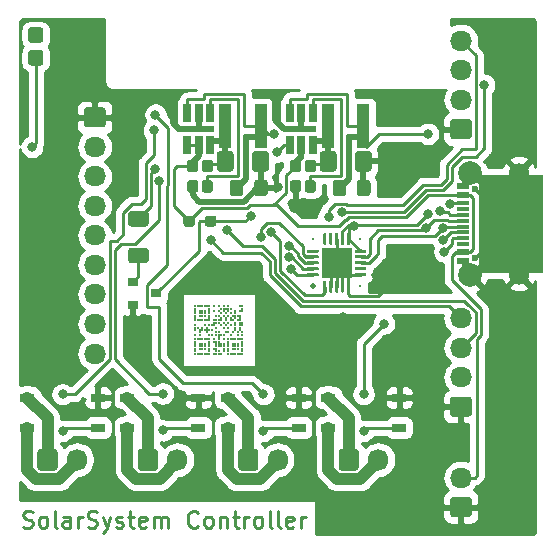
<source format=gbr>
%TF.GenerationSoftware,KiCad,Pcbnew,(5.1.9-0-10_14)*%
%TF.CreationDate,2021-05-03T13:22:08+01:00*%
%TF.ProjectId,Controller,436f6e74-726f-46c6-9c65-722e6b696361,6*%
%TF.SameCoordinates,Original*%
%TF.FileFunction,Copper,L1,Top*%
%TF.FilePolarity,Positive*%
%FSLAX46Y46*%
G04 Gerber Fmt 4.6, Leading zero omitted, Abs format (unit mm)*
G04 Created by KiCad (PCBNEW (5.1.9-0-10_14)) date 2021-05-03 13:22:08*
%MOMM*%
%LPD*%
G01*
G04 APERTURE LIST*
%TA.AperFunction,NonConductor*%
%ADD10C,0.250000*%
%TD*%
%TA.AperFunction,EtchedComponent*%
%ADD11C,0.250000*%
%TD*%
%TA.AperFunction,EtchedComponent*%
%ADD12C,0.500000*%
%TD*%
%TA.AperFunction,SMDPad,CuDef*%
%ADD13R,1.000000X0.500000*%
%TD*%
%TA.AperFunction,SMDPad,CuDef*%
%ADD14C,0.100000*%
%TD*%
%TA.AperFunction,SMDPad,CuDef*%
%ADD15R,0.500000X1.000000*%
%TD*%
%TA.AperFunction,SMDPad,CuDef*%
%ADD16R,0.500000X0.800000*%
%TD*%
%TA.AperFunction,SMDPad,CuDef*%
%ADD17R,0.500000X3.650000*%
%TD*%
%TA.AperFunction,SMDPad,CuDef*%
%ADD18R,2.500000X0.500000*%
%TD*%
%TA.AperFunction,SMDPad,CuDef*%
%ADD19R,1.100000X3.700000*%
%TD*%
%TA.AperFunction,SMDPad,CuDef*%
%ADD20R,0.650000X1.560000*%
%TD*%
%TA.AperFunction,SMDPad,CuDef*%
%ADD21R,0.200000X0.200000*%
%TD*%
%TA.AperFunction,SMDPad,CuDef*%
%ADD22R,1.200000X0.800000*%
%TD*%
%TA.AperFunction,ComponentPad*%
%ADD23C,1.524000*%
%TD*%
%TA.AperFunction,SMDPad,CuDef*%
%ADD24C,0.500000*%
%TD*%
%TA.AperFunction,SMDPad,CuDef*%
%ADD25R,2.500000X2.500000*%
%TD*%
%TA.AperFunction,SMDPad,CuDef*%
%ADD26R,0.900000X0.800000*%
%TD*%
%TA.AperFunction,SMDPad,CuDef*%
%ADD27R,5.490000X8.340000*%
%TD*%
%TA.AperFunction,SMDPad,CuDef*%
%ADD28R,1.140000X0.600000*%
%TD*%
%TA.AperFunction,ComponentPad*%
%ADD29C,1.700000*%
%TD*%
%TA.AperFunction,ComponentPad*%
%ADD30C,2.000000*%
%TD*%
%TA.AperFunction,SMDPad,CuDef*%
%ADD31R,1.140000X0.300000*%
%TD*%
%TA.AperFunction,ComponentPad*%
%ADD32C,0.600000*%
%TD*%
%TA.AperFunction,ComponentPad*%
%ADD33O,1.850000X1.700000*%
%TD*%
%TA.AperFunction,ComponentPad*%
%ADD34O,1.700000X1.850000*%
%TD*%
%TA.AperFunction,ViaPad*%
%ADD35C,0.800000*%
%TD*%
%TA.AperFunction,Conductor*%
%ADD36C,0.250000*%
%TD*%
%TA.AperFunction,Conductor*%
%ADD37C,0.500000*%
%TD*%
%TA.AperFunction,Conductor*%
%ADD38C,1.000000*%
%TD*%
%TA.AperFunction,Conductor*%
%ADD39C,0.254000*%
%TD*%
%TA.AperFunction,Conductor*%
%ADD40C,0.100000*%
%TD*%
G04 APERTURE END LIST*
D10*
X50929166Y-138666666D02*
X51129166Y-138733333D01*
X51462500Y-138733333D01*
X51595833Y-138666666D01*
X51662500Y-138600000D01*
X51729166Y-138466666D01*
X51729166Y-138333333D01*
X51662500Y-138200000D01*
X51595833Y-138133333D01*
X51462500Y-138066666D01*
X51195833Y-138000000D01*
X51062500Y-137933333D01*
X50995833Y-137866666D01*
X50929166Y-137733333D01*
X50929166Y-137600000D01*
X50995833Y-137466666D01*
X51062500Y-137400000D01*
X51195833Y-137333333D01*
X51529166Y-137333333D01*
X51729166Y-137400000D01*
X52529166Y-138733333D02*
X52395833Y-138666666D01*
X52329166Y-138600000D01*
X52262500Y-138466666D01*
X52262500Y-138066666D01*
X52329166Y-137933333D01*
X52395833Y-137866666D01*
X52529166Y-137800000D01*
X52729166Y-137800000D01*
X52862500Y-137866666D01*
X52929166Y-137933333D01*
X52995833Y-138066666D01*
X52995833Y-138466666D01*
X52929166Y-138600000D01*
X52862500Y-138666666D01*
X52729166Y-138733333D01*
X52529166Y-138733333D01*
X53795833Y-138733333D02*
X53662500Y-138666666D01*
X53595833Y-138533333D01*
X53595833Y-137333333D01*
X54929166Y-138733333D02*
X54929166Y-138000000D01*
X54862500Y-137866666D01*
X54729166Y-137800000D01*
X54462500Y-137800000D01*
X54329166Y-137866666D01*
X54929166Y-138666666D02*
X54795833Y-138733333D01*
X54462500Y-138733333D01*
X54329166Y-138666666D01*
X54262500Y-138533333D01*
X54262500Y-138400000D01*
X54329166Y-138266666D01*
X54462500Y-138200000D01*
X54795833Y-138200000D01*
X54929166Y-138133333D01*
X55595833Y-138733333D02*
X55595833Y-137800000D01*
X55595833Y-138066666D02*
X55662500Y-137933333D01*
X55729166Y-137866666D01*
X55862500Y-137800000D01*
X55995833Y-137800000D01*
X56395833Y-138666666D02*
X56595833Y-138733333D01*
X56929166Y-138733333D01*
X57062500Y-138666666D01*
X57129166Y-138600000D01*
X57195833Y-138466666D01*
X57195833Y-138333333D01*
X57129166Y-138200000D01*
X57062500Y-138133333D01*
X56929166Y-138066666D01*
X56662500Y-138000000D01*
X56529166Y-137933333D01*
X56462500Y-137866666D01*
X56395833Y-137733333D01*
X56395833Y-137600000D01*
X56462500Y-137466666D01*
X56529166Y-137400000D01*
X56662500Y-137333333D01*
X56995833Y-137333333D01*
X57195833Y-137400000D01*
X57662500Y-137800000D02*
X57995833Y-138733333D01*
X58329166Y-137800000D02*
X57995833Y-138733333D01*
X57862500Y-139066666D01*
X57795833Y-139133333D01*
X57662500Y-139200000D01*
X58795833Y-138666666D02*
X58929166Y-138733333D01*
X59195833Y-138733333D01*
X59329166Y-138666666D01*
X59395833Y-138533333D01*
X59395833Y-138466666D01*
X59329166Y-138333333D01*
X59195833Y-138266666D01*
X58995833Y-138266666D01*
X58862500Y-138200000D01*
X58795833Y-138066666D01*
X58795833Y-138000000D01*
X58862500Y-137866666D01*
X58995833Y-137800000D01*
X59195833Y-137800000D01*
X59329166Y-137866666D01*
X59795833Y-137800000D02*
X60329166Y-137800000D01*
X59995833Y-137333333D02*
X59995833Y-138533333D01*
X60062500Y-138666666D01*
X60195833Y-138733333D01*
X60329166Y-138733333D01*
X61329166Y-138666666D02*
X61195833Y-138733333D01*
X60929166Y-138733333D01*
X60795833Y-138666666D01*
X60729166Y-138533333D01*
X60729166Y-138000000D01*
X60795833Y-137866666D01*
X60929166Y-137800000D01*
X61195833Y-137800000D01*
X61329166Y-137866666D01*
X61395833Y-138000000D01*
X61395833Y-138133333D01*
X60729166Y-138266666D01*
X61995833Y-138733333D02*
X61995833Y-137800000D01*
X61995833Y-137933333D02*
X62062500Y-137866666D01*
X62195833Y-137800000D01*
X62395833Y-137800000D01*
X62529166Y-137866666D01*
X62595833Y-138000000D01*
X62595833Y-138733333D01*
X62595833Y-138000000D02*
X62662500Y-137866666D01*
X62795833Y-137800000D01*
X62995833Y-137800000D01*
X63129166Y-137866666D01*
X63195833Y-138000000D01*
X63195833Y-138733333D01*
X65729166Y-138600000D02*
X65662500Y-138666666D01*
X65462500Y-138733333D01*
X65329166Y-138733333D01*
X65129166Y-138666666D01*
X64995833Y-138533333D01*
X64929166Y-138400000D01*
X64862500Y-138133333D01*
X64862500Y-137933333D01*
X64929166Y-137666666D01*
X64995833Y-137533333D01*
X65129166Y-137400000D01*
X65329166Y-137333333D01*
X65462500Y-137333333D01*
X65662500Y-137400000D01*
X65729166Y-137466666D01*
X66529166Y-138733333D02*
X66395833Y-138666666D01*
X66329166Y-138600000D01*
X66262500Y-138466666D01*
X66262500Y-138066666D01*
X66329166Y-137933333D01*
X66395833Y-137866666D01*
X66529166Y-137800000D01*
X66729166Y-137800000D01*
X66862500Y-137866666D01*
X66929166Y-137933333D01*
X66995833Y-138066666D01*
X66995833Y-138466666D01*
X66929166Y-138600000D01*
X66862500Y-138666666D01*
X66729166Y-138733333D01*
X66529166Y-138733333D01*
X67595833Y-137800000D02*
X67595833Y-138733333D01*
X67595833Y-137933333D02*
X67662500Y-137866666D01*
X67795833Y-137800000D01*
X67995833Y-137800000D01*
X68129166Y-137866666D01*
X68195833Y-138000000D01*
X68195833Y-138733333D01*
X68662500Y-137800000D02*
X69195833Y-137800000D01*
X68862500Y-137333333D02*
X68862500Y-138533333D01*
X68929166Y-138666666D01*
X69062500Y-138733333D01*
X69195833Y-138733333D01*
X69662500Y-138733333D02*
X69662500Y-137800000D01*
X69662500Y-138066666D02*
X69729166Y-137933333D01*
X69795833Y-137866666D01*
X69929166Y-137800000D01*
X70062500Y-137800000D01*
X70729166Y-138733333D02*
X70595833Y-138666666D01*
X70529166Y-138600000D01*
X70462500Y-138466666D01*
X70462500Y-138066666D01*
X70529166Y-137933333D01*
X70595833Y-137866666D01*
X70729166Y-137800000D01*
X70929166Y-137800000D01*
X71062500Y-137866666D01*
X71129166Y-137933333D01*
X71195833Y-138066666D01*
X71195833Y-138466666D01*
X71129166Y-138600000D01*
X71062500Y-138666666D01*
X70929166Y-138733333D01*
X70729166Y-138733333D01*
X71995833Y-138733333D02*
X71862500Y-138666666D01*
X71795833Y-138533333D01*
X71795833Y-137333333D01*
X72729166Y-138733333D02*
X72595833Y-138666666D01*
X72529166Y-138533333D01*
X72529166Y-137333333D01*
X73795833Y-138666666D02*
X73662500Y-138733333D01*
X73395833Y-138733333D01*
X73262500Y-138666666D01*
X73195833Y-138533333D01*
X73195833Y-138000000D01*
X73262500Y-137866666D01*
X73395833Y-137800000D01*
X73662500Y-137800000D01*
X73795833Y-137866666D01*
X73862500Y-138000000D01*
X73862500Y-138133333D01*
X73195833Y-138266666D01*
X74462500Y-138733333D02*
X74462500Y-137800000D01*
X74462500Y-138066666D02*
X74529166Y-137933333D01*
X74595833Y-137866666D01*
X74729166Y-137800000D01*
X74862500Y-137800000D01*
D11*
%TO.C,Reg2*%
X75250000Y-109735000D02*
X75250000Y-108985000D01*
X75000000Y-101985000D02*
X78350000Y-101985000D01*
X73550000Y-103685000D02*
X73550000Y-102485000D01*
X75500000Y-102485000D02*
X77850000Y-102485000D01*
X75500000Y-103685000D02*
X75500000Y-102485000D01*
X77850000Y-108985000D02*
X77850000Y-102485000D01*
X75250000Y-108985000D02*
X77850000Y-108985000D01*
X76750000Y-107985000D02*
X75250000Y-107985000D01*
D12*
X76750000Y-105985000D02*
X76750000Y-107985000D01*
X76900000Y-105985000D02*
X75500000Y-105985000D01*
D11*
X78350000Y-104735000D02*
X78350000Y-101985000D01*
X78350000Y-104735000D02*
X79200000Y-104735000D01*
X75000000Y-102485000D02*
X75000000Y-101985000D01*
X75000000Y-102485000D02*
X73550000Y-102485000D01*
%TO.C,Reg1*%
X66535000Y-109735000D02*
X66535000Y-108985000D01*
X66285000Y-101985000D02*
X69635000Y-101985000D01*
X64835000Y-103685000D02*
X64835000Y-102485000D01*
X66785000Y-102485000D02*
X69135000Y-102485000D01*
X66785000Y-103685000D02*
X66785000Y-102485000D01*
X69135000Y-108985000D02*
X69135000Y-102485000D01*
X66535000Y-108985000D02*
X69135000Y-108985000D01*
X68035000Y-107985000D02*
X66535000Y-107985000D01*
D12*
X68035000Y-105985000D02*
X68035000Y-107985000D01*
X68185000Y-105985000D02*
X66785000Y-105985000D01*
D11*
X69635000Y-104735000D02*
X69635000Y-101985000D01*
X69635000Y-104735000D02*
X70485000Y-104735000D01*
X66285000Y-102485000D02*
X66285000Y-101985000D01*
X66285000Y-102485000D02*
X64835000Y-102485000D01*
%TD*%
D13*
%TO.P,Reg2,4*%
%TO.N,+5V*%
X79300000Y-105685000D03*
%TA.AperFunction,SMDPad,CuDef*%
G36*
G01*
X78715165Y-109373388D02*
X78538388Y-109550165D01*
G75*
G02*
X78361612Y-109550165I-88388J88388D01*
G01*
X78184835Y-109373388D01*
G75*
G02*
X78184835Y-109196612I88388J88388D01*
G01*
X78361612Y-109019835D01*
G75*
G02*
X78538388Y-109019835I88388J-88388D01*
G01*
X78715165Y-109196612D01*
G75*
G02*
X78715165Y-109373388I-88388J-88388D01*
G01*
G37*
%TD.AperFunction*%
%TA.AperFunction,SMDPad,CuDef*%
G36*
G01*
X78250000Y-109260000D02*
X78250000Y-109010000D01*
G75*
G02*
X78375000Y-108885000I125000J0D01*
G01*
X78625000Y-108885000D01*
G75*
G02*
X78750000Y-109010000I0J-125000D01*
G01*
X78750000Y-109260000D01*
G75*
G02*
X78625000Y-109385000I-125000J0D01*
G01*
X78375000Y-109385000D01*
G75*
G02*
X78250000Y-109260000I0J125000D01*
G01*
G37*
%TD.AperFunction*%
%TA.AperFunction,SMDPad,CuDef*%
D14*
G36*
X78730330Y-109358223D02*
G01*
X78023223Y-110065330D01*
X77669670Y-109711777D01*
X78376777Y-109004670D01*
X78730330Y-109358223D01*
G37*
%TD.AperFunction*%
%TO.P,Reg2,2*%
%TO.N,VBUS*%
%TA.AperFunction,SMDPad,CuDef*%
G36*
G01*
X74250000Y-107310000D02*
X74250000Y-107060000D01*
G75*
G02*
X74375000Y-106935000I125000J0D01*
G01*
X74625000Y-106935000D01*
G75*
G02*
X74750000Y-107060000I0J-125000D01*
G01*
X74750000Y-107310000D01*
G75*
G02*
X74625000Y-107435000I-125000J0D01*
G01*
X74375000Y-107435000D01*
G75*
G02*
X74250000Y-107310000I0J125000D01*
G01*
G37*
%TD.AperFunction*%
%TA.AperFunction,SMDPad,CuDef*%
G36*
G01*
X74715165Y-107423388D02*
X74538388Y-107600165D01*
G75*
G02*
X74361612Y-107600165I-88388J88388D01*
G01*
X74184835Y-107423388D01*
G75*
G02*
X74184835Y-107246612I88388J88388D01*
G01*
X74361612Y-107069835D01*
G75*
G02*
X74538388Y-107069835I88388J-88388D01*
G01*
X74715165Y-107246612D01*
G75*
G02*
X74715165Y-107423388I-88388J-88388D01*
G01*
G37*
%TD.AperFunction*%
D15*
X74500000Y-106835000D03*
%TA.AperFunction,SMDPad,CuDef*%
D14*
G36*
X74730330Y-107408223D02*
G01*
X74023223Y-108115330D01*
X73669670Y-107761777D01*
X74376777Y-107054670D01*
X74730330Y-107408223D01*
G37*
%TD.AperFunction*%
D15*
%TO.P,Reg2,3*%
%TO.N,GND*%
X79750000Y-109335000D03*
X79750000Y-108485000D03*
X74500000Y-104235000D03*
D16*
X74500000Y-104835000D03*
D15*
X79750000Y-108985000D03*
%TO.P,Reg2,4*%
%TO.N,+5V*%
%TA.AperFunction,SMDPad,CuDef*%
G36*
G01*
X78250000Y-105810000D02*
X78250000Y-105560000D01*
G75*
G02*
X78375000Y-105435000I125000J0D01*
G01*
X78625000Y-105435000D01*
G75*
G02*
X78750000Y-105560000I0J-125000D01*
G01*
X78750000Y-105810000D01*
G75*
G02*
X78625000Y-105935000I-125000J0D01*
G01*
X78375000Y-105935000D01*
G75*
G02*
X78250000Y-105810000I0J125000D01*
G01*
G37*
%TD.AperFunction*%
D13*
X78900000Y-105685000D03*
D17*
X78500000Y-107385000D03*
%TO.P,Reg2,~*%
%TO.N,N/C*%
%TA.AperFunction,SMDPad,CuDef*%
G36*
G01*
X76050000Y-108360626D02*
X76050000Y-107109374D01*
G75*
G02*
X76299374Y-106860000I249374J0D01*
G01*
X77225626Y-106860000D01*
G75*
G02*
X77475000Y-107109374I0J-249374D01*
G01*
X77475000Y-108360626D01*
G75*
G02*
X77225626Y-108610000I-249374J0D01*
G01*
X76299374Y-108610000D01*
G75*
G02*
X76050000Y-108360626I0J249374D01*
G01*
G37*
%TD.AperFunction*%
%TO.P,Reg2,3*%
%TO.N,GND*%
%TA.AperFunction,SMDPad,CuDef*%
G36*
G01*
X79025000Y-108360626D02*
X79025000Y-107109374D01*
G75*
G02*
X79274374Y-106860000I249374J0D01*
G01*
X80200626Y-106860000D01*
G75*
G02*
X80450000Y-107109374I0J-249374D01*
G01*
X80450000Y-108360626D01*
G75*
G02*
X80200626Y-108610000I-249374J0D01*
G01*
X79274374Y-108610000D01*
G75*
G02*
X79025000Y-108360626I0J249374D01*
G01*
G37*
%TD.AperFunction*%
D18*
X74500000Y-104985000D03*
D16*
X74500000Y-104585000D03*
D19*
%TO.P,Reg2,4*%
%TO.N,+5V*%
X79750000Y-104735000D03*
%TO.P,Reg2,~*%
%TO.N,N/C*%
X76750000Y-104735000D03*
%TO.P,Reg2,3*%
%TO.N,GND*%
%TA.AperFunction,SMDPad,CuDef*%
G36*
G01*
X79200000Y-110435450D02*
X79200000Y-109534550D01*
G75*
G02*
X79449550Y-109285000I249550J0D01*
G01*
X80100450Y-109285000D01*
G75*
G02*
X80350000Y-109534550I0J-249550D01*
G01*
X80350000Y-110435450D01*
G75*
G02*
X80100450Y-110685000I-249550J0D01*
G01*
X79449550Y-110685000D01*
G75*
G02*
X79200000Y-110435450I0J249550D01*
G01*
G37*
%TD.AperFunction*%
%TO.P,Reg2,4*%
%TO.N,+5V*%
%TA.AperFunction,SMDPad,CuDef*%
G36*
G01*
X77150000Y-110435450D02*
X77150000Y-109534550D01*
G75*
G02*
X77399550Y-109285000I249550J0D01*
G01*
X78050450Y-109285000D01*
G75*
G02*
X78300000Y-109534550I0J-249550D01*
G01*
X78300000Y-110435450D01*
G75*
G02*
X78050450Y-110685000I-249550J0D01*
G01*
X77399550Y-110685000D01*
G75*
G02*
X77150000Y-110435450I0J249550D01*
G01*
G37*
%TD.AperFunction*%
%TO.P,Reg2,3*%
%TO.N,GND*%
%TA.AperFunction,SMDPad,CuDef*%
G36*
G01*
X74237500Y-110385000D02*
X73762500Y-110385000D01*
G75*
G02*
X73525000Y-110147500I0J237500D01*
G01*
X73525000Y-109547500D01*
G75*
G02*
X73762500Y-109310000I237500J0D01*
G01*
X74237500Y-109310000D01*
G75*
G02*
X74475000Y-109547500I0J-237500D01*
G01*
X74475000Y-110147500D01*
G75*
G02*
X74237500Y-110385000I-237500J0D01*
G01*
G37*
%TD.AperFunction*%
%TO.P,Reg2,2*%
%TO.N,VBUS*%
%TA.AperFunction,SMDPad,CuDef*%
G36*
G01*
X74237500Y-108660000D02*
X73762500Y-108660000D01*
G75*
G02*
X73525000Y-108422500I0J237500D01*
G01*
X73525000Y-107822500D01*
G75*
G02*
X73762500Y-107585000I237500J0D01*
G01*
X74237500Y-107585000D01*
G75*
G02*
X74475000Y-107822500I0J-237500D01*
G01*
X74475000Y-108422500D01*
G75*
G02*
X74237500Y-108660000I-237500J0D01*
G01*
G37*
%TD.AperFunction*%
%TO.P,Reg2,~*%
%TO.N,N/C*%
%TA.AperFunction,SMDPad,CuDef*%
G36*
G01*
X75487500Y-110385000D02*
X75012500Y-110385000D01*
G75*
G02*
X74775000Y-110147500I0J237500D01*
G01*
X74775000Y-109547500D01*
G75*
G02*
X75012500Y-109310000I237500J0D01*
G01*
X75487500Y-109310000D01*
G75*
G02*
X75725000Y-109547500I0J-237500D01*
G01*
X75725000Y-110147500D01*
G75*
G02*
X75487500Y-110385000I-237500J0D01*
G01*
G37*
%TD.AperFunction*%
%TA.AperFunction,SMDPad,CuDef*%
G36*
G01*
X75487500Y-108660000D02*
X75012500Y-108660000D01*
G75*
G02*
X74775000Y-108422500I0J237500D01*
G01*
X74775000Y-107822500D01*
G75*
G02*
X75012500Y-107585000I237500J0D01*
G01*
X75487500Y-107585000D01*
G75*
G02*
X75725000Y-107822500I0J-237500D01*
G01*
X75725000Y-108422500D01*
G75*
G02*
X75487500Y-108660000I-237500J0D01*
G01*
G37*
%TD.AperFunction*%
D20*
%TO.P,Reg2,1*%
%TO.N,Net-(Q1-Pad3)*%
X73550000Y-106335000D03*
%TO.P,Reg2,2*%
%TO.N,VBUS*%
X74500000Y-106335000D03*
%TO.P,Reg2,~*%
%TO.N,N/C*%
X75450000Y-106335000D03*
X75450000Y-103635000D03*
X73550000Y-103635000D03*
%TO.P,Reg2,3*%
%TO.N,GND*%
X74500000Y-103635000D03*
%TD*%
D13*
%TO.P,Reg1,4*%
%TO.N,+3V3*%
X70585000Y-105685000D03*
%TA.AperFunction,SMDPad,CuDef*%
G36*
G01*
X70000165Y-109373388D02*
X69823388Y-109550165D01*
G75*
G02*
X69646612Y-109550165I-88388J88388D01*
G01*
X69469835Y-109373388D01*
G75*
G02*
X69469835Y-109196612I88388J88388D01*
G01*
X69646612Y-109019835D01*
G75*
G02*
X69823388Y-109019835I88388J-88388D01*
G01*
X70000165Y-109196612D01*
G75*
G02*
X70000165Y-109373388I-88388J-88388D01*
G01*
G37*
%TD.AperFunction*%
%TA.AperFunction,SMDPad,CuDef*%
G36*
G01*
X69535000Y-109260000D02*
X69535000Y-109010000D01*
G75*
G02*
X69660000Y-108885000I125000J0D01*
G01*
X69910000Y-108885000D01*
G75*
G02*
X70035000Y-109010000I0J-125000D01*
G01*
X70035000Y-109260000D01*
G75*
G02*
X69910000Y-109385000I-125000J0D01*
G01*
X69660000Y-109385000D01*
G75*
G02*
X69535000Y-109260000I0J125000D01*
G01*
G37*
%TD.AperFunction*%
%TA.AperFunction,SMDPad,CuDef*%
D14*
G36*
X70015330Y-109358223D02*
G01*
X69308223Y-110065330D01*
X68954670Y-109711777D01*
X69661777Y-109004670D01*
X70015330Y-109358223D01*
G37*
%TD.AperFunction*%
%TO.P,Reg1,2*%
%TO.N,VBUS*%
%TA.AperFunction,SMDPad,CuDef*%
G36*
G01*
X65535000Y-107310000D02*
X65535000Y-107060000D01*
G75*
G02*
X65660000Y-106935000I125000J0D01*
G01*
X65910000Y-106935000D01*
G75*
G02*
X66035000Y-107060000I0J-125000D01*
G01*
X66035000Y-107310000D01*
G75*
G02*
X65910000Y-107435000I-125000J0D01*
G01*
X65660000Y-107435000D01*
G75*
G02*
X65535000Y-107310000I0J125000D01*
G01*
G37*
%TD.AperFunction*%
%TA.AperFunction,SMDPad,CuDef*%
G36*
G01*
X66000165Y-107423388D02*
X65823388Y-107600165D01*
G75*
G02*
X65646612Y-107600165I-88388J88388D01*
G01*
X65469835Y-107423388D01*
G75*
G02*
X65469835Y-107246612I88388J88388D01*
G01*
X65646612Y-107069835D01*
G75*
G02*
X65823388Y-107069835I88388J-88388D01*
G01*
X66000165Y-107246612D01*
G75*
G02*
X66000165Y-107423388I-88388J-88388D01*
G01*
G37*
%TD.AperFunction*%
D15*
X65785000Y-106835000D03*
%TA.AperFunction,SMDPad,CuDef*%
D14*
G36*
X66015330Y-107408223D02*
G01*
X65308223Y-108115330D01*
X64954670Y-107761777D01*
X65661777Y-107054670D01*
X66015330Y-107408223D01*
G37*
%TD.AperFunction*%
D15*
%TO.P,Reg1,3*%
%TO.N,GND*%
X71035000Y-109335000D03*
X71035000Y-108485000D03*
X65785000Y-104235000D03*
D16*
X65785000Y-104835000D03*
D15*
X71035000Y-108985000D03*
%TO.P,Reg1,4*%
%TO.N,+3V3*%
%TA.AperFunction,SMDPad,CuDef*%
G36*
G01*
X69535000Y-105810000D02*
X69535000Y-105560000D01*
G75*
G02*
X69660000Y-105435000I125000J0D01*
G01*
X69910000Y-105435000D01*
G75*
G02*
X70035000Y-105560000I0J-125000D01*
G01*
X70035000Y-105810000D01*
G75*
G02*
X69910000Y-105935000I-125000J0D01*
G01*
X69660000Y-105935000D01*
G75*
G02*
X69535000Y-105810000I0J125000D01*
G01*
G37*
%TD.AperFunction*%
D13*
X70185000Y-105685000D03*
D17*
X69785000Y-107385000D03*
%TO.P,Reg1,~*%
%TO.N,N/C*%
%TA.AperFunction,SMDPad,CuDef*%
G36*
G01*
X67335000Y-108360626D02*
X67335000Y-107109374D01*
G75*
G02*
X67584374Y-106860000I249374J0D01*
G01*
X68510626Y-106860000D01*
G75*
G02*
X68760000Y-107109374I0J-249374D01*
G01*
X68760000Y-108360626D01*
G75*
G02*
X68510626Y-108610000I-249374J0D01*
G01*
X67584374Y-108610000D01*
G75*
G02*
X67335000Y-108360626I0J249374D01*
G01*
G37*
%TD.AperFunction*%
%TO.P,Reg1,3*%
%TO.N,GND*%
%TA.AperFunction,SMDPad,CuDef*%
G36*
G01*
X70310000Y-108360626D02*
X70310000Y-107109374D01*
G75*
G02*
X70559374Y-106860000I249374J0D01*
G01*
X71485626Y-106860000D01*
G75*
G02*
X71735000Y-107109374I0J-249374D01*
G01*
X71735000Y-108360626D01*
G75*
G02*
X71485626Y-108610000I-249374J0D01*
G01*
X70559374Y-108610000D01*
G75*
G02*
X70310000Y-108360626I0J249374D01*
G01*
G37*
%TD.AperFunction*%
D18*
X65785000Y-104985000D03*
D16*
X65785000Y-104585000D03*
D19*
%TO.P,Reg1,4*%
%TO.N,+3V3*%
X71035000Y-104735000D03*
%TO.P,Reg1,~*%
%TO.N,N/C*%
X68035000Y-104735000D03*
%TO.P,Reg1,3*%
%TO.N,GND*%
%TA.AperFunction,SMDPad,CuDef*%
G36*
G01*
X70485000Y-110435450D02*
X70485000Y-109534550D01*
G75*
G02*
X70734550Y-109285000I249550J0D01*
G01*
X71385450Y-109285000D01*
G75*
G02*
X71635000Y-109534550I0J-249550D01*
G01*
X71635000Y-110435450D01*
G75*
G02*
X71385450Y-110685000I-249550J0D01*
G01*
X70734550Y-110685000D01*
G75*
G02*
X70485000Y-110435450I0J249550D01*
G01*
G37*
%TD.AperFunction*%
%TO.P,Reg1,4*%
%TO.N,+3V3*%
%TA.AperFunction,SMDPad,CuDef*%
G36*
G01*
X68435000Y-110435450D02*
X68435000Y-109534550D01*
G75*
G02*
X68684550Y-109285000I249550J0D01*
G01*
X69335450Y-109285000D01*
G75*
G02*
X69585000Y-109534550I0J-249550D01*
G01*
X69585000Y-110435450D01*
G75*
G02*
X69335450Y-110685000I-249550J0D01*
G01*
X68684550Y-110685000D01*
G75*
G02*
X68435000Y-110435450I0J249550D01*
G01*
G37*
%TD.AperFunction*%
%TO.P,Reg1,3*%
%TO.N,GND*%
%TA.AperFunction,SMDPad,CuDef*%
G36*
G01*
X65522500Y-110385000D02*
X65047500Y-110385000D01*
G75*
G02*
X64810000Y-110147500I0J237500D01*
G01*
X64810000Y-109547500D01*
G75*
G02*
X65047500Y-109310000I237500J0D01*
G01*
X65522500Y-109310000D01*
G75*
G02*
X65760000Y-109547500I0J-237500D01*
G01*
X65760000Y-110147500D01*
G75*
G02*
X65522500Y-110385000I-237500J0D01*
G01*
G37*
%TD.AperFunction*%
%TO.P,Reg1,2*%
%TO.N,VBUS*%
%TA.AperFunction,SMDPad,CuDef*%
G36*
G01*
X65522500Y-108660000D02*
X65047500Y-108660000D01*
G75*
G02*
X64810000Y-108422500I0J237500D01*
G01*
X64810000Y-107822500D01*
G75*
G02*
X65047500Y-107585000I237500J0D01*
G01*
X65522500Y-107585000D01*
G75*
G02*
X65760000Y-107822500I0J-237500D01*
G01*
X65760000Y-108422500D01*
G75*
G02*
X65522500Y-108660000I-237500J0D01*
G01*
G37*
%TD.AperFunction*%
%TO.P,Reg1,~*%
%TO.N,N/C*%
%TA.AperFunction,SMDPad,CuDef*%
G36*
G01*
X66772500Y-110385000D02*
X66297500Y-110385000D01*
G75*
G02*
X66060000Y-110147500I0J237500D01*
G01*
X66060000Y-109547500D01*
G75*
G02*
X66297500Y-109310000I237500J0D01*
G01*
X66772500Y-109310000D01*
G75*
G02*
X67010000Y-109547500I0J-237500D01*
G01*
X67010000Y-110147500D01*
G75*
G02*
X66772500Y-110385000I-237500J0D01*
G01*
G37*
%TD.AperFunction*%
%TA.AperFunction,SMDPad,CuDef*%
G36*
G01*
X66772500Y-108660000D02*
X66297500Y-108660000D01*
G75*
G02*
X66060000Y-108422500I0J237500D01*
G01*
X66060000Y-107822500D01*
G75*
G02*
X66297500Y-107585000I237500J0D01*
G01*
X66772500Y-107585000D01*
G75*
G02*
X67010000Y-107822500I0J-237500D01*
G01*
X67010000Y-108422500D01*
G75*
G02*
X66772500Y-108660000I-237500J0D01*
G01*
G37*
%TD.AperFunction*%
D20*
%TO.P,Reg1,1*%
%TO.N,VBUS*%
X64835000Y-106335000D03*
%TO.P,Reg1,2*%
X65785000Y-106335000D03*
%TO.P,Reg1,~*%
%TO.N,N/C*%
X66735000Y-106335000D03*
X66735000Y-103635000D03*
X64835000Y-103635000D03*
%TO.P,Reg1,3*%
%TO.N,GND*%
X65785000Y-103635000D03*
%TD*%
%TO.P,R17,2*%
%TO.N,Net-(Q1-Pad3)*%
%TA.AperFunction,SMDPad,CuDef*%
G36*
G01*
X66325000Y-113037500D02*
X66325000Y-112562500D01*
G75*
G02*
X66562500Y-112325000I237500J0D01*
G01*
X67062500Y-112325000D01*
G75*
G02*
X67300000Y-112562500I0J-237500D01*
G01*
X67300000Y-113037500D01*
G75*
G02*
X67062500Y-113275000I-237500J0D01*
G01*
X66562500Y-113275000D01*
G75*
G02*
X66325000Y-113037500I0J237500D01*
G01*
G37*
%TD.AperFunction*%
%TO.P,R17,1*%
%TO.N,VBUS*%
%TA.AperFunction,SMDPad,CuDef*%
G36*
G01*
X64500000Y-113037500D02*
X64500000Y-112562500D01*
G75*
G02*
X64737500Y-112325000I237500J0D01*
G01*
X65237500Y-112325000D01*
G75*
G02*
X65475000Y-112562500I0J-237500D01*
G01*
X65475000Y-113037500D01*
G75*
G02*
X65237500Y-113275000I-237500J0D01*
G01*
X64737500Y-113275000D01*
G75*
G02*
X64500000Y-113037500I0J237500D01*
G01*
G37*
%TD.AperFunction*%
%TD*%
D21*
%TO.P,U7,~*%
%TO.N,N/C*%
X69500000Y-120000000D03*
X69300000Y-120000000D03*
X68300000Y-120000000D03*
X67900000Y-120000000D03*
X67500000Y-120000000D03*
X67100000Y-120000000D03*
X66700000Y-120000000D03*
X66500000Y-120000000D03*
X66300000Y-120000000D03*
X66100000Y-120000000D03*
X65900000Y-120000000D03*
X65700000Y-120000000D03*
X65500000Y-120000000D03*
X69500000Y-120200000D03*
X68500000Y-120200000D03*
X68300000Y-120200000D03*
X68100000Y-120200000D03*
X67900000Y-120200000D03*
X67700000Y-120200000D03*
X66700000Y-120200000D03*
X65500000Y-120200000D03*
X69500000Y-120400000D03*
X69300000Y-120400000D03*
X68900000Y-120400000D03*
X68300000Y-120400000D03*
X67900000Y-120400000D03*
X67500000Y-120400000D03*
X67100000Y-120400000D03*
X66700000Y-120400000D03*
X66300000Y-120400000D03*
X66100000Y-120400000D03*
X65900000Y-120400000D03*
X65500000Y-120400000D03*
X68900000Y-120600000D03*
X68500000Y-120600000D03*
X68100000Y-120600000D03*
X67700000Y-120600000D03*
X66700000Y-120600000D03*
X66300000Y-120600000D03*
X66100000Y-120600000D03*
X65900000Y-120600000D03*
X65500000Y-120600000D03*
X69300000Y-120800000D03*
X69100000Y-120800000D03*
X68900000Y-120800000D03*
X68700000Y-120800000D03*
X68300000Y-120800000D03*
X67900000Y-120800000D03*
X67500000Y-120800000D03*
X67300000Y-120800000D03*
X66700000Y-120800000D03*
X66300000Y-120800000D03*
X66100000Y-120800000D03*
X65900000Y-120800000D03*
X65500000Y-120800000D03*
X69300000Y-121000000D03*
X68900000Y-121000000D03*
X68500000Y-121000000D03*
X68100000Y-121000000D03*
X67700000Y-121000000D03*
X66700000Y-121000000D03*
X65500000Y-121000000D03*
X69300000Y-121200000D03*
X69100000Y-121200000D03*
X68700000Y-121200000D03*
X68500000Y-121200000D03*
X68100000Y-121200000D03*
X67700000Y-121200000D03*
X67500000Y-121200000D03*
X67300000Y-121200000D03*
X67100000Y-121200000D03*
X66700000Y-121200000D03*
X66500000Y-121200000D03*
X66300000Y-121200000D03*
X66100000Y-121200000D03*
X65900000Y-121200000D03*
X65700000Y-121200000D03*
X65500000Y-121200000D03*
X69500000Y-121400000D03*
X69300000Y-121400000D03*
X68900000Y-121400000D03*
X68300000Y-121400000D03*
X67900000Y-121400000D03*
X67500000Y-121400000D03*
X67300000Y-121400000D03*
X67100000Y-121400000D03*
X69500000Y-121600000D03*
X69300000Y-121600000D03*
X68900000Y-121600000D03*
X68500000Y-121600000D03*
X68100000Y-121600000D03*
X67700000Y-121600000D03*
X67100000Y-121600000D03*
X66900000Y-121600000D03*
X66700000Y-121600000D03*
X66300000Y-121600000D03*
X65500000Y-121600000D03*
X69300000Y-121800000D03*
X68900000Y-121800000D03*
X68300000Y-121800000D03*
X67900000Y-121800000D03*
X67300000Y-121800000D03*
X66500000Y-121800000D03*
X66100000Y-121800000D03*
X65700000Y-121800000D03*
X65500000Y-121800000D03*
X69300000Y-122000000D03*
X68900000Y-122000000D03*
X66900000Y-122000000D03*
X66700000Y-122000000D03*
X66500000Y-122000000D03*
X66300000Y-122000000D03*
X66100000Y-122000000D03*
X65900000Y-122000000D03*
X65500000Y-122000000D03*
X69500000Y-122200000D03*
X69100000Y-122200000D03*
X68700000Y-122200000D03*
X68300000Y-122200000D03*
X68100000Y-122200000D03*
X67500000Y-122200000D03*
X67300000Y-122200000D03*
X66500000Y-122200000D03*
X65900000Y-122200000D03*
X69500000Y-122400000D03*
X69100000Y-122400000D03*
X68500000Y-122400000D03*
X67900000Y-122400000D03*
X67700000Y-122400000D03*
X67500000Y-122400000D03*
X67300000Y-122400000D03*
X66900000Y-122400000D03*
X66700000Y-122400000D03*
X65900000Y-122400000D03*
X65500000Y-122400000D03*
X67500000Y-122600000D03*
X69500000Y-122800000D03*
X69300000Y-122800000D03*
X69100000Y-122800000D03*
X68900000Y-122800000D03*
X68700000Y-122800000D03*
X68500000Y-122800000D03*
X68300000Y-122800000D03*
X67900000Y-122800000D03*
X67500000Y-122800000D03*
X67100000Y-122800000D03*
X66700000Y-122800000D03*
X66500000Y-122800000D03*
X66300000Y-122800000D03*
X66100000Y-122800000D03*
X65900000Y-122800000D03*
X65700000Y-122800000D03*
X65500000Y-122800000D03*
X69500000Y-123000000D03*
X68300000Y-123000000D03*
X67500000Y-123000000D03*
X67300000Y-123000000D03*
X67100000Y-123000000D03*
X66700000Y-123000000D03*
X65500000Y-123000000D03*
X69500000Y-123200000D03*
X69100000Y-123200000D03*
X68900000Y-123200000D03*
X68700000Y-123200000D03*
X68300000Y-123200000D03*
X67900000Y-123200000D03*
X67700000Y-123200000D03*
X67500000Y-123200000D03*
X67300000Y-123200000D03*
X66700000Y-123200000D03*
X66300000Y-123200000D03*
X66100000Y-123200000D03*
X65900000Y-123200000D03*
X65500000Y-123200000D03*
X69500000Y-123400000D03*
X69100000Y-123400000D03*
X68900000Y-123400000D03*
X68700000Y-123400000D03*
X68300000Y-123400000D03*
X67900000Y-123400000D03*
X67700000Y-123400000D03*
X67500000Y-123400000D03*
X67300000Y-123400000D03*
X66700000Y-123400000D03*
X66300000Y-123400000D03*
X66100000Y-123400000D03*
X65900000Y-123400000D03*
X65500000Y-123400000D03*
X69500000Y-123600000D03*
X69100000Y-123600000D03*
X68900000Y-123600000D03*
X68700000Y-123600000D03*
X68300000Y-123600000D03*
X67900000Y-123600000D03*
X67300000Y-123600000D03*
X67100000Y-123600000D03*
X66700000Y-123600000D03*
X66300000Y-123600000D03*
X66100000Y-123600000D03*
X65900000Y-123600000D03*
X65500000Y-123600000D03*
X69500000Y-123800000D03*
X68300000Y-123800000D03*
X67900000Y-123800000D03*
X67500000Y-123800000D03*
X67300000Y-123800000D03*
X66700000Y-123800000D03*
X65500000Y-123800000D03*
X69500000Y-124000000D03*
X69300000Y-124000000D03*
X69100000Y-124000000D03*
X68900000Y-124000000D03*
X68700000Y-124000000D03*
X68500000Y-124000000D03*
X68300000Y-124000000D03*
X67700000Y-124000000D03*
X67500000Y-124000000D03*
X67300000Y-124000000D03*
X67100000Y-124000000D03*
X66700000Y-124000000D03*
X66500000Y-124000000D03*
X66300000Y-124000000D03*
X66100000Y-124000000D03*
X65900000Y-124000000D03*
X65700000Y-124000000D03*
X65500000Y-124000000D03*
%TD*%
D22*
%TO.P,U5,1*%
%TO.N,Net-(R6-Pad1)*%
X82770000Y-130270000D03*
%TO.P,U5,2*%
%TO.N,GND*%
X82770000Y-127730000D03*
%TO.P,U5,3*%
%TO.N,Net-(J8-Pad1)*%
X76770000Y-127730000D03*
%TO.P,U5,4*%
%TO.N,Net-(J8-Pad2)*%
X76770000Y-130270000D03*
%TD*%
%TO.P,U4,1*%
%TO.N,Net-(R5-Pad1)*%
X74270000Y-130270000D03*
%TO.P,U4,2*%
%TO.N,GND*%
X74270000Y-127730000D03*
%TO.P,U4,3*%
%TO.N,Net-(J7-Pad1)*%
X68270000Y-127730000D03*
%TO.P,U4,4*%
%TO.N,Net-(J7-Pad2)*%
X68270000Y-130270000D03*
%TD*%
%TO.P,U3,1*%
%TO.N,Net-(R4-Pad1)*%
X65770000Y-130270000D03*
%TO.P,U3,2*%
%TO.N,GND*%
X65770000Y-127730000D03*
%TO.P,U3,3*%
%TO.N,Net-(J6-Pad1)*%
X59770000Y-127730000D03*
%TO.P,U3,4*%
%TO.N,Net-(J6-Pad2)*%
X59770000Y-130270000D03*
%TD*%
%TO.P,U2,1*%
%TO.N,Net-(R3-Pad1)*%
X57270000Y-130270000D03*
%TO.P,U2,2*%
%TO.N,GND*%
X57270000Y-127730000D03*
%TO.P,U2,3*%
%TO.N,Net-(J5-Pad1)*%
X51270000Y-127730000D03*
%TO.P,U2,4*%
%TO.N,Net-(J5-Pad2)*%
X51270000Y-130270000D03*
%TD*%
D23*
%TO.P,U6,21*%
%TO.N,GND*%
X77475000Y-116325000D03*
D21*
%TO.P,U6,~*%
%TO.N,N/C*%
X75475000Y-118325000D03*
X79475000Y-114325000D03*
X79475000Y-118325000D03*
X75475000Y-114325000D03*
D24*
X75475000Y-118325000D03*
D25*
%TO.P,U6,21*%
%TO.N,GND*%
X77475000Y-116325000D03*
%TO.P,U6,20*%
%TO.N,+3V3*%
%TA.AperFunction,SMDPad,CuDef*%
G36*
G01*
X75887500Y-117450000D02*
X75012500Y-117450000D01*
G75*
G02*
X74950000Y-117387500I0J62500D01*
G01*
X74950000Y-117262500D01*
G75*
G02*
X75012500Y-117200000I62500J0D01*
G01*
X75887500Y-117200000D01*
G75*
G02*
X75950000Y-117262500I0J-62500D01*
G01*
X75950000Y-117387500D01*
G75*
G02*
X75887500Y-117450000I-62500J0D01*
G01*
G37*
%TD.AperFunction*%
%TO.P,U6,19*%
%TO.N,EN*%
%TA.AperFunction,SMDPad,CuDef*%
G36*
G01*
X75887500Y-116950000D02*
X75012500Y-116950000D01*
G75*
G02*
X74950000Y-116887500I0J62500D01*
G01*
X74950000Y-116762500D01*
G75*
G02*
X75012500Y-116700000I62500J0D01*
G01*
X75887500Y-116700000D01*
G75*
G02*
X75950000Y-116762500I0J-62500D01*
G01*
X75950000Y-116887500D01*
G75*
G02*
X75887500Y-116950000I-62500J0D01*
G01*
G37*
%TD.AperFunction*%
%TO.P,U6,18*%
%TO.N,CBUS0*%
%TA.AperFunction,SMDPad,CuDef*%
G36*
G01*
X75887500Y-116450000D02*
X75012500Y-116450000D01*
G75*
G02*
X74950000Y-116387500I0J62500D01*
G01*
X74950000Y-116262500D01*
G75*
G02*
X75012500Y-116200000I62500J0D01*
G01*
X75887500Y-116200000D01*
G75*
G02*
X75950000Y-116262500I0J-62500D01*
G01*
X75950000Y-116387500D01*
G75*
G02*
X75887500Y-116450000I-62500J0D01*
G01*
G37*
%TD.AperFunction*%
%TO.P,U6,17*%
%TO.N,I*%
%TA.AperFunction,SMDPad,CuDef*%
G36*
G01*
X75887500Y-115950000D02*
X75012500Y-115950000D01*
G75*
G02*
X74950000Y-115887500I0J62500D01*
G01*
X74950000Y-115762500D01*
G75*
G02*
X75012500Y-115700000I62500J0D01*
G01*
X75887500Y-115700000D01*
G75*
G02*
X75950000Y-115762500I0J-62500D01*
G01*
X75950000Y-115887500D01*
G75*
G02*
X75887500Y-115950000I-62500J0D01*
G01*
G37*
%TD.AperFunction*%
%TO.P,U6,16*%
%TO.N,Net-(U6-Pad16)*%
%TA.AperFunction,SMDPad,CuDef*%
G36*
G01*
X75887500Y-115450000D02*
X75012500Y-115450000D01*
G75*
G02*
X74950000Y-115387500I0J62500D01*
G01*
X74950000Y-115262500D01*
G75*
G02*
X75012500Y-115200000I62500J0D01*
G01*
X75887500Y-115200000D01*
G75*
G02*
X75950000Y-115262500I0J-62500D01*
G01*
X75950000Y-115387500D01*
G75*
G02*
X75887500Y-115450000I-62500J0D01*
G01*
G37*
%TD.AperFunction*%
%TO.P,U6,15*%
%TO.N,Net-(U6-Pad15)*%
%TA.AperFunction,SMDPad,CuDef*%
G36*
G01*
X76537500Y-114800000D02*
X76412500Y-114800000D01*
G75*
G02*
X76350000Y-114737500I0J62500D01*
G01*
X76350000Y-113862500D01*
G75*
G02*
X76412500Y-113800000I62500J0D01*
G01*
X76537500Y-113800000D01*
G75*
G02*
X76600000Y-113862500I0J-62500D01*
G01*
X76600000Y-114737500D01*
G75*
G02*
X76537500Y-114800000I-62500J0D01*
G01*
G37*
%TD.AperFunction*%
%TO.P,U6,14*%
%TO.N,Net-(U6-Pad14)*%
%TA.AperFunction,SMDPad,CuDef*%
G36*
G01*
X77037500Y-114800000D02*
X76912500Y-114800000D01*
G75*
G02*
X76850000Y-114737500I0J62500D01*
G01*
X76850000Y-113862500D01*
G75*
G02*
X76912500Y-113800000I62500J0D01*
G01*
X77037500Y-113800000D01*
G75*
G02*
X77100000Y-113862500I0J-62500D01*
G01*
X77100000Y-114737500D01*
G75*
G02*
X77037500Y-114800000I-62500J0D01*
G01*
G37*
%TD.AperFunction*%
%TO.P,U6,13*%
%TO.N,GND*%
%TA.AperFunction,SMDPad,CuDef*%
G36*
G01*
X77537500Y-114800000D02*
X77412500Y-114800000D01*
G75*
G02*
X77350000Y-114737500I0J62500D01*
G01*
X77350000Y-113862500D01*
G75*
G02*
X77412500Y-113800000I62500J0D01*
G01*
X77537500Y-113800000D01*
G75*
G02*
X77600000Y-113862500I0J-62500D01*
G01*
X77600000Y-114737500D01*
G75*
G02*
X77537500Y-114800000I-62500J0D01*
G01*
G37*
%TD.AperFunction*%
%TO.P,U6,12*%
%TO.N,+3V3*%
%TA.AperFunction,SMDPad,CuDef*%
G36*
G01*
X78037500Y-114800000D02*
X77912500Y-114800000D01*
G75*
G02*
X77850000Y-114737500I0J62500D01*
G01*
X77850000Y-113862500D01*
G75*
G02*
X77912500Y-113800000I62500J0D01*
G01*
X78037500Y-113800000D01*
G75*
G02*
X78100000Y-113862500I0J-62500D01*
G01*
X78100000Y-114737500D01*
G75*
G02*
X78037500Y-114800000I-62500J0D01*
G01*
G37*
%TD.AperFunction*%
%TO.P,U6,11*%
%TA.AperFunction,SMDPad,CuDef*%
G36*
G01*
X78537500Y-114800000D02*
X78412500Y-114800000D01*
G75*
G02*
X78350000Y-114737500I0J62500D01*
G01*
X78350000Y-113862500D01*
G75*
G02*
X78412500Y-113800000I62500J0D01*
G01*
X78537500Y-113800000D01*
G75*
G02*
X78600000Y-113862500I0J-62500D01*
G01*
X78600000Y-114737500D01*
G75*
G02*
X78537500Y-114800000I-62500J0D01*
G01*
G37*
%TD.AperFunction*%
%TO.P,U6,10*%
%TA.AperFunction,SMDPad,CuDef*%
G36*
G01*
X79937500Y-115450000D02*
X79062500Y-115450000D01*
G75*
G02*
X79000000Y-115387500I0J62500D01*
G01*
X79000000Y-115262500D01*
G75*
G02*
X79062500Y-115200000I62500J0D01*
G01*
X79937500Y-115200000D01*
G75*
G02*
X80000000Y-115262500I0J-62500D01*
G01*
X80000000Y-115387500D01*
G75*
G02*
X79937500Y-115450000I-62500J0D01*
G01*
G37*
%TD.AperFunction*%
%TO.P,U6,9*%
%TO.N,D-*%
%TA.AperFunction,SMDPad,CuDef*%
G36*
G01*
X79937500Y-115950000D02*
X79062500Y-115950000D01*
G75*
G02*
X79000000Y-115887500I0J62500D01*
G01*
X79000000Y-115762500D01*
G75*
G02*
X79062500Y-115700000I62500J0D01*
G01*
X79937500Y-115700000D01*
G75*
G02*
X80000000Y-115762500I0J-62500D01*
G01*
X80000000Y-115887500D01*
G75*
G02*
X79937500Y-115950000I-62500J0D01*
G01*
G37*
%TD.AperFunction*%
%TO.P,U6,8*%
%TO.N,D+*%
%TA.AperFunction,SMDPad,CuDef*%
G36*
G01*
X79937500Y-116450000D02*
X79062500Y-116450000D01*
G75*
G02*
X79000000Y-116387500I0J62500D01*
G01*
X79000000Y-116262500D01*
G75*
G02*
X79062500Y-116200000I62500J0D01*
G01*
X79937500Y-116200000D01*
G75*
G02*
X80000000Y-116262500I0J-62500D01*
G01*
X80000000Y-116387500D01*
G75*
G02*
X79937500Y-116450000I-62500J0D01*
G01*
G37*
%TD.AperFunction*%
%TO.P,U6,7*%
%TO.N,Net-(U6-Pad7)*%
%TA.AperFunction,SMDPad,CuDef*%
G36*
G01*
X79937500Y-116950000D02*
X79062500Y-116950000D01*
G75*
G02*
X79000000Y-116887500I0J62500D01*
G01*
X79000000Y-116762500D01*
G75*
G02*
X79062500Y-116700000I62500J0D01*
G01*
X79937500Y-116700000D01*
G75*
G02*
X80000000Y-116762500I0J-62500D01*
G01*
X80000000Y-116887500D01*
G75*
G02*
X79937500Y-116950000I-62500J0D01*
G01*
G37*
%TD.AperFunction*%
%TO.P,U6,6*%
%TO.N,GND*%
%TA.AperFunction,SMDPad,CuDef*%
G36*
G01*
X79937500Y-117450000D02*
X79062500Y-117450000D01*
G75*
G02*
X79000000Y-117387500I0J62500D01*
G01*
X79000000Y-117262500D01*
G75*
G02*
X79062500Y-117200000I62500J0D01*
G01*
X79937500Y-117200000D01*
G75*
G02*
X80000000Y-117262500I0J-62500D01*
G01*
X80000000Y-117387500D01*
G75*
G02*
X79937500Y-117450000I-62500J0D01*
G01*
G37*
%TD.AperFunction*%
%TO.P,U6,5*%
%TA.AperFunction,SMDPad,CuDef*%
G36*
G01*
X78537500Y-118850000D02*
X78412500Y-118850000D01*
G75*
G02*
X78350000Y-118787500I0J62500D01*
G01*
X78350000Y-117912500D01*
G75*
G02*
X78412500Y-117850000I62500J0D01*
G01*
X78537500Y-117850000D01*
G75*
G02*
X78600000Y-117912500I0J-62500D01*
G01*
X78600000Y-118787500D01*
G75*
G02*
X78537500Y-118850000I-62500J0D01*
G01*
G37*
%TD.AperFunction*%
%TO.P,U6,4*%
%TA.AperFunction,SMDPad,CuDef*%
G36*
G01*
X78037500Y-118850000D02*
X77912500Y-118850000D01*
G75*
G02*
X77850000Y-118787500I0J62500D01*
G01*
X77850000Y-117912500D01*
G75*
G02*
X77912500Y-117850000I62500J0D01*
G01*
X78037500Y-117850000D01*
G75*
G02*
X78100000Y-117912500I0J-62500D01*
G01*
X78100000Y-118787500D01*
G75*
G02*
X78037500Y-118850000I-62500J0D01*
G01*
G37*
%TD.AperFunction*%
%TO.P,U6,3*%
%TA.AperFunction,SMDPad,CuDef*%
G36*
G01*
X77537500Y-118850000D02*
X77412500Y-118850000D01*
G75*
G02*
X77350000Y-118787500I0J62500D01*
G01*
X77350000Y-117912500D01*
G75*
G02*
X77412500Y-117850000I62500J0D01*
G01*
X77537500Y-117850000D01*
G75*
G02*
X77600000Y-117912500I0J-62500D01*
G01*
X77600000Y-118787500D01*
G75*
G02*
X77537500Y-118850000I-62500J0D01*
G01*
G37*
%TD.AperFunction*%
%TO.P,U6,2*%
%TA.AperFunction,SMDPad,CuDef*%
G36*
G01*
X77037500Y-118850000D02*
X76912500Y-118850000D01*
G75*
G02*
X76850000Y-118787500I0J62500D01*
G01*
X76850000Y-117912500D01*
G75*
G02*
X76912500Y-117850000I62500J0D01*
G01*
X77037500Y-117850000D01*
G75*
G02*
X77100000Y-117912500I0J-62500D01*
G01*
X77100000Y-118787500D01*
G75*
G02*
X77037500Y-118850000I-62500J0D01*
G01*
G37*
%TD.AperFunction*%
%TO.P,U6,1*%
%TO.N,O*%
%TA.AperFunction,SMDPad,CuDef*%
G36*
G01*
X76537500Y-118850000D02*
X76412500Y-118850000D01*
G75*
G02*
X76350000Y-118787500I0J62500D01*
G01*
X76350000Y-117912500D01*
G75*
G02*
X76412500Y-117850000I62500J0D01*
G01*
X76537500Y-117850000D01*
G75*
G02*
X76600000Y-117912500I0J-62500D01*
G01*
X76600000Y-118787500D01*
G75*
G02*
X76537500Y-118850000I-62500J0D01*
G01*
G37*
%TD.AperFunction*%
%TD*%
%TO.P,D1,2*%
%TO.N,+3V3*%
%TA.AperFunction,SMDPad,CuDef*%
G36*
G01*
X51600000Y-98300000D02*
X52400000Y-98300000D01*
G75*
G02*
X52650000Y-98550000I0J-250000D01*
G01*
X52650000Y-99375000D01*
G75*
G02*
X52400000Y-99625000I-250000J0D01*
G01*
X51600000Y-99625000D01*
G75*
G02*
X51350000Y-99375000I0J250000D01*
G01*
X51350000Y-98550000D01*
G75*
G02*
X51600000Y-98300000I250000J0D01*
G01*
G37*
%TD.AperFunction*%
%TO.P,D1,1*%
%TO.N,Net-(D1-Pad1)*%
%TA.AperFunction,SMDPad,CuDef*%
G36*
G01*
X51600000Y-96375000D02*
X52400000Y-96375000D01*
G75*
G02*
X52650000Y-96625000I0J-250000D01*
G01*
X52650000Y-97450000D01*
G75*
G02*
X52400000Y-97700000I-250000J0D01*
G01*
X51600000Y-97700000D01*
G75*
G02*
X51350000Y-97450000I0J250000D01*
G01*
X51350000Y-96625000D01*
G75*
G02*
X51600000Y-96375000I250000J0D01*
G01*
G37*
%TD.AperFunction*%
%TD*%
%TO.P,R15,2*%
%TO.N,SHDN*%
%TA.AperFunction,SMDPad,CuDef*%
G36*
G01*
X61325000Y-113250000D02*
X60075000Y-113250000D01*
G75*
G02*
X59825000Y-113000000I0J250000D01*
G01*
X59825000Y-112200000D01*
G75*
G02*
X60075000Y-111950000I250000J0D01*
G01*
X61325000Y-111950000D01*
G75*
G02*
X61575000Y-112200000I0J-250000D01*
G01*
X61575000Y-113000000D01*
G75*
G02*
X61325000Y-113250000I-250000J0D01*
G01*
G37*
%TD.AperFunction*%
%TO.P,R15,1*%
%TO.N,Net-(Q1-Pad1)*%
%TA.AperFunction,SMDPad,CuDef*%
G36*
G01*
X61325000Y-116350000D02*
X60075000Y-116350000D01*
G75*
G02*
X59825000Y-116100000I0J250000D01*
G01*
X59825000Y-115300000D01*
G75*
G02*
X60075000Y-115050000I250000J0D01*
G01*
X61325000Y-115050000D01*
G75*
G02*
X61575000Y-115300000I0J-250000D01*
G01*
X61575000Y-116100000D01*
G75*
G02*
X61325000Y-116350000I-250000J0D01*
G01*
G37*
%TD.AperFunction*%
%TD*%
D26*
%TO.P,Q1,3*%
%TO.N,Net-(Q1-Pad3)*%
X62200000Y-118900000D03*
%TO.P,Q1,2*%
%TO.N,GND*%
X60200000Y-119850000D03*
%TO.P,Q1,1*%
%TO.N,Net-(Q1-Pad1)*%
X60200000Y-117950000D03*
%TD*%
D27*
%TO.P,J9,S1*%
%TO.N,GND*%
X92255000Y-113000000D03*
D28*
%TO.P,J9,A12*%
X88140000Y-109800000D03*
%TO.P,J9,A4*%
%TO.N,VBUS*%
X88140000Y-115400000D03*
%TO.P,J9,B12*%
%TO.N,GND*%
X88140000Y-116200000D03*
%TO.P,J9,B4*%
%TO.N,VBUS*%
X88140000Y-110600000D03*
D29*
%TO.P,J9,S1*%
%TO.N,GND*%
X92910000Y-108675000D03*
X92910000Y-117325000D03*
D30*
X88730000Y-108675000D03*
X88730000Y-117325000D03*
D31*
%TO.P,J9,A7*%
%TO.N,D-*%
X88140000Y-112750000D03*
%TO.P,J9,A6*%
%TO.N,D+*%
X88140000Y-113250000D03*
%TO.P,J9,B6*%
X88140000Y-112250000D03*
%TO.P,J9,B7*%
%TO.N,D-*%
X88140000Y-113750000D03*
%TO.P,J9,A8*%
%TO.N,Net-(J9-PadA8)*%
X88140000Y-111750000D03*
%TO.P,J9,A5*%
%TO.N,Net-(J9-PadA5)*%
X88140000Y-114250000D03*
%TO.P,J9,B5*%
%TO.N,Net-(J9-PadB5)*%
X88140000Y-111250000D03*
%TO.P,J9,B8*%
%TO.N,Net-(J9-PadB8)*%
X88140000Y-114750000D03*
D28*
%TO.P,J9,A9*%
%TO.N,VBUS*%
X88140000Y-110600000D03*
%TO.P,J9,B9*%
X88140000Y-115400000D03*
%TO.P,J9,B1*%
%TO.N,GND*%
X88140000Y-109800000D03*
D32*
%TO.P,J9,S1*%
X89210000Y-110110000D03*
X89210000Y-115890000D03*
D28*
%TO.P,J9,A1*%
X88140000Y-116200000D03*
%TD*%
D33*
%TO.P,J2,2*%
%TO.N,VBUS*%
X88000000Y-134500000D03*
%TO.P,J2,1*%
%TO.N,GND*%
%TA.AperFunction,ComponentPad*%
G36*
G01*
X88675000Y-137850000D02*
X87325000Y-137850000D01*
G75*
G02*
X87075000Y-137600000I0J250000D01*
G01*
X87075000Y-136400000D01*
G75*
G02*
X87325000Y-136150000I250000J0D01*
G01*
X88675000Y-136150000D01*
G75*
G02*
X88925000Y-136400000I0J-250000D01*
G01*
X88925000Y-137600000D01*
G75*
G02*
X88675000Y-137850000I-250000J0D01*
G01*
G37*
%TD.AperFunction*%
%TD*%
%TO.P,J4,4*%
%TO.N,RFTX*%
X88000000Y-97500000D03*
%TO.P,J4,3*%
%TO.N,RFRX*%
X88000000Y-100000000D03*
%TO.P,J4,2*%
%TO.N,+5V*%
X88000000Y-102500000D03*
%TO.P,J4,1*%
%TO.N,GND*%
%TA.AperFunction,ComponentPad*%
G36*
G01*
X88675000Y-105850000D02*
X87325000Y-105850000D01*
G75*
G02*
X87075000Y-105600000I0J250000D01*
G01*
X87075000Y-104400000D01*
G75*
G02*
X87325000Y-104150000I250000J0D01*
G01*
X88675000Y-104150000D01*
G75*
G02*
X88925000Y-104400000I0J-250000D01*
G01*
X88925000Y-105600000D01*
G75*
G02*
X88675000Y-105850000I-250000J0D01*
G01*
G37*
%TD.AperFunction*%
%TD*%
%TO.P,J3,4*%
%TO.N,SDA*%
X88000000Y-121000000D03*
%TO.P,J3,3*%
%TO.N,SCL*%
X88000000Y-123500000D03*
%TO.P,J3,2*%
%TO.N,+3V3*%
X88000000Y-126000000D03*
%TO.P,J3,1*%
%TO.N,GND*%
%TA.AperFunction,ComponentPad*%
G36*
G01*
X88675000Y-129350000D02*
X87325000Y-129350000D01*
G75*
G02*
X87075000Y-129100000I0J250000D01*
G01*
X87075000Y-127900000D01*
G75*
G02*
X87325000Y-127650000I250000J0D01*
G01*
X88675000Y-127650000D01*
G75*
G02*
X88925000Y-127900000I0J-250000D01*
G01*
X88925000Y-129100000D01*
G75*
G02*
X88675000Y-129350000I-250000J0D01*
G01*
G37*
%TD.AperFunction*%
%TD*%
D34*
%TO.P,J8,2*%
%TO.N,Net-(J8-Pad2)*%
X81000000Y-133000000D03*
%TO.P,J8,1*%
%TO.N,Net-(J8-Pad1)*%
%TA.AperFunction,ComponentPad*%
G36*
G01*
X77650000Y-133675000D02*
X77650000Y-132325000D01*
G75*
G02*
X77900000Y-132075000I250000J0D01*
G01*
X79100000Y-132075000D01*
G75*
G02*
X79350000Y-132325000I0J-250000D01*
G01*
X79350000Y-133675000D01*
G75*
G02*
X79100000Y-133925000I-250000J0D01*
G01*
X77900000Y-133925000D01*
G75*
G02*
X77650000Y-133675000I0J250000D01*
G01*
G37*
%TD.AperFunction*%
%TD*%
%TO.P,J7,2*%
%TO.N,Net-(J7-Pad2)*%
X72500000Y-133000000D03*
%TO.P,J7,1*%
%TO.N,Net-(J7-Pad1)*%
%TA.AperFunction,ComponentPad*%
G36*
G01*
X69150000Y-133675000D02*
X69150000Y-132325000D01*
G75*
G02*
X69400000Y-132075000I250000J0D01*
G01*
X70600000Y-132075000D01*
G75*
G02*
X70850000Y-132325000I0J-250000D01*
G01*
X70850000Y-133675000D01*
G75*
G02*
X70600000Y-133925000I-250000J0D01*
G01*
X69400000Y-133925000D01*
G75*
G02*
X69150000Y-133675000I0J250000D01*
G01*
G37*
%TD.AperFunction*%
%TD*%
%TO.P,J6,2*%
%TO.N,Net-(J6-Pad2)*%
X64000000Y-133000000D03*
%TO.P,J6,1*%
%TO.N,Net-(J6-Pad1)*%
%TA.AperFunction,ComponentPad*%
G36*
G01*
X60650000Y-133675000D02*
X60650000Y-132325000D01*
G75*
G02*
X60900000Y-132075000I250000J0D01*
G01*
X62100000Y-132075000D01*
G75*
G02*
X62350000Y-132325000I0J-250000D01*
G01*
X62350000Y-133675000D01*
G75*
G02*
X62100000Y-133925000I-250000J0D01*
G01*
X60900000Y-133925000D01*
G75*
G02*
X60650000Y-133675000I0J250000D01*
G01*
G37*
%TD.AperFunction*%
%TD*%
%TO.P,J5,2*%
%TO.N,Net-(J5-Pad2)*%
X55500000Y-133000000D03*
%TO.P,J5,1*%
%TO.N,Net-(J5-Pad1)*%
%TA.AperFunction,ComponentPad*%
G36*
G01*
X52150000Y-133675000D02*
X52150000Y-132325000D01*
G75*
G02*
X52400000Y-132075000I250000J0D01*
G01*
X53600000Y-132075000D01*
G75*
G02*
X53850000Y-132325000I0J-250000D01*
G01*
X53850000Y-133675000D01*
G75*
G02*
X53600000Y-133925000I-250000J0D01*
G01*
X52400000Y-133925000D01*
G75*
G02*
X52150000Y-133675000I0J250000D01*
G01*
G37*
%TD.AperFunction*%
%TD*%
D33*
%TO.P,J1,9*%
%TO.N,IN8*%
X57000000Y-124000000D03*
%TO.P,J1,8*%
%TO.N,IN7*%
X57000000Y-121500000D03*
%TO.P,J1,7*%
%TO.N,IN6*%
X57000000Y-119000000D03*
%TO.P,J1,6*%
%TO.N,IN5*%
X57000000Y-116500000D03*
%TO.P,J1,5*%
%TO.N,IN4*%
X57000000Y-114000000D03*
%TO.P,J1,4*%
%TO.N,IN3*%
X57000000Y-111500000D03*
%TO.P,J1,3*%
%TO.N,IN2*%
X57000000Y-109000000D03*
%TO.P,J1,2*%
%TO.N,IN1*%
X57000000Y-106500000D03*
%TO.P,J1,1*%
%TO.N,GND*%
%TA.AperFunction,ComponentPad*%
G36*
G01*
X56325000Y-103150000D02*
X57675000Y-103150000D01*
G75*
G02*
X57925000Y-103400000I0J-250000D01*
G01*
X57925000Y-104600000D01*
G75*
G02*
X57675000Y-104850000I-250000J0D01*
G01*
X56325000Y-104850000D01*
G75*
G02*
X56075000Y-104600000I0J250000D01*
G01*
X56075000Y-103400000D01*
G75*
G02*
X56325000Y-103150000I250000J0D01*
G01*
G37*
%TD.AperFunction*%
%TD*%
D35*
%TO.N,GND*%
X82600000Y-107600000D03*
X73900000Y-111700000D03*
X78022459Y-120869268D03*
X72474980Y-109880792D03*
X72400000Y-102100000D03*
%TO.N,SDA*%
X66800000Y-114400000D03*
%TO.N,SCL*%
X68201859Y-113525010D03*
%TO.N,+3V3*%
X51700000Y-106500000D03*
X73607486Y-116845755D03*
X78968724Y-113175021D03*
X72202557Y-105374990D03*
X85195498Y-112195703D03*
%TO.N,RFRX*%
X77900000Y-112025010D03*
X89975020Y-101261976D03*
%TO.N,RFTX*%
X76800000Y-112400000D03*
%TO.N,+5V*%
X85200000Y-105400000D03*
%TO.N,OUT1*%
X54270000Y-127450000D03*
X62000000Y-105100000D03*
%TO.N,OUT2*%
X62770000Y-127400000D03*
X62770000Y-127400000D03*
X62475021Y-109379483D03*
%TO.N,OUT3*%
X71270000Y-127450000D03*
X62130000Y-103770000D03*
%TO.N,Net-(R3-Pad1)*%
X54270000Y-130550000D03*
%TO.N,OUT4*%
X79770000Y-127450000D03*
X81475742Y-121476166D03*
%TO.N,Net-(R4-Pad1)*%
X62770000Y-130500000D03*
%TO.N,Net-(J9-PadA5)*%
X86591948Y-115379406D03*
%TO.N,Net-(J9-PadB5)*%
X87036718Y-111325001D03*
%TO.N,O*%
X71906372Y-113672715D03*
%TO.N,I*%
X71033917Y-114161432D03*
%TO.N,CBUS0*%
X73456189Y-114857630D03*
%TO.N,EN*%
X73453708Y-115857638D03*
%TO.N,D-*%
X86509718Y-114382781D03*
X85065992Y-113350529D03*
%TO.N,D+*%
X86467414Y-113383664D03*
X86243266Y-111933653D03*
%TO.N,Net-(R5-Pad1)*%
X71270000Y-130550000D03*
%TO.N,Net-(R6-Pad1)*%
X79770000Y-130550000D03*
%TO.N,SHDN*%
X62137338Y-108337342D03*
%TO.N,Net-(D1-Pad1)*%
X52000000Y-97037500D03*
%TO.N,Net-(Q1-Pad3)*%
X72435002Y-106899998D03*
X70210916Y-112346314D03*
%TD*%
D36*
%TO.N,GND*%
X92910000Y-112345000D02*
X92255000Y-113000000D01*
X92910000Y-108675000D02*
X92910000Y-112345000D01*
X92910000Y-113655000D02*
X92255000Y-113000000D01*
X92910000Y-117325000D02*
X92910000Y-113655000D01*
X92255000Y-113800000D02*
X92255000Y-113000000D01*
X88730000Y-117325000D02*
X92255000Y-113800000D01*
X92255000Y-112200000D02*
X92255000Y-113000000D01*
X88730000Y-108675000D02*
X92255000Y-112200000D01*
X89210000Y-110110000D02*
X92100000Y-113000000D01*
X88140000Y-109265000D02*
X88730000Y-108675000D01*
X88140000Y-109800000D02*
X88140000Y-109265000D01*
X88140000Y-116735000D02*
X88730000Y-117325000D01*
X88140000Y-116200000D02*
X88140000Y-116735000D01*
X92100000Y-113000000D02*
X92255000Y-113000000D01*
X89210000Y-115890000D02*
X92100000Y-113000000D01*
X77475000Y-114300000D02*
X77475000Y-116325000D01*
X78475000Y-118350000D02*
X78475000Y-117325000D01*
X77975000Y-116825000D02*
X77475000Y-116325000D01*
X77975000Y-118350000D02*
X77975000Y-116825000D01*
X78475000Y-117325000D02*
X77475000Y-116325000D01*
X79500000Y-117325000D02*
X78475000Y-117325000D01*
X77475000Y-118350000D02*
X77475000Y-116325000D01*
X76975000Y-116825000D02*
X77475000Y-116325000D01*
X76975000Y-118350000D02*
X76975000Y-116825000D01*
D37*
X65785000Y-104985000D02*
X64015000Y-104985000D01*
X64015000Y-104985000D02*
X64015000Y-104915000D01*
X64015000Y-104915000D02*
X63600000Y-104500000D01*
X63600000Y-104500000D02*
X63600000Y-103400000D01*
X92910000Y-108675000D02*
X94185000Y-107400000D01*
X94185000Y-107400000D02*
X94185000Y-105585000D01*
D36*
X81000000Y-119100000D02*
X83500000Y-116600000D01*
X78475000Y-118975000D02*
X78600000Y-119100000D01*
X78475000Y-118350000D02*
X78475000Y-118975000D01*
X78600000Y-119100000D02*
X81000000Y-119100000D01*
X71022500Y-107735000D02*
X71022500Y-108972500D01*
D37*
X82465000Y-107735000D02*
X82600000Y-107600000D01*
X79737500Y-107735000D02*
X82465000Y-107735000D01*
X65285000Y-109847500D02*
X65285000Y-110585000D01*
X70775228Y-109985000D02*
X71060000Y-109985000D01*
X65285000Y-110585000D02*
X65835010Y-111135010D01*
X65835010Y-111135010D02*
X69625218Y-111135010D01*
X69625218Y-111135010D02*
X70775228Y-109985000D01*
X74000000Y-111600000D02*
X73900000Y-111700000D01*
X74000000Y-109847500D02*
X74000000Y-111600000D01*
X72370772Y-109985000D02*
X72474980Y-109880792D01*
X71060000Y-109985000D02*
X72370772Y-109985000D01*
X72300000Y-102600000D02*
X72300000Y-102600000D01*
X72300000Y-102200000D02*
X72400000Y-102100000D01*
X72300000Y-104232442D02*
X72300000Y-102200000D01*
X73052558Y-104985000D02*
X72300000Y-104232442D01*
X74500000Y-104985000D02*
X73052558Y-104985000D01*
D38*
%TO.N,Net-(J5-Pad2)*%
X53993510Y-134625010D02*
X55500000Y-133118520D01*
X55500000Y-133118520D02*
X55500000Y-133000000D01*
X52006490Y-134625010D02*
X53993510Y-134625010D01*
X51270000Y-133888520D02*
X52006490Y-134625010D01*
X51270000Y-130270000D02*
X51270000Y-133888520D01*
%TO.N,Net-(J5-Pad1)*%
X53000000Y-129460000D02*
X53000000Y-133000000D01*
X51270000Y-127730000D02*
X53000000Y-129460000D01*
D36*
%TO.N,SDA*%
X66800000Y-114400000D02*
X67869989Y-115469989D01*
X67869989Y-115469989D02*
X71094590Y-115469989D01*
X74433035Y-120000022D02*
X87000022Y-120000022D01*
X71825021Y-116200420D02*
X71825021Y-117392008D01*
X71825021Y-117392008D02*
X74433035Y-120000022D01*
X71094590Y-115469989D02*
X71825021Y-116200420D01*
X87000022Y-120000022D02*
X88000000Y-121000000D01*
%TO.N,SCL*%
X88000000Y-123500000D02*
X89250010Y-122249990D01*
X89250010Y-122249990D02*
X89250010Y-120513295D01*
X71147445Y-114886433D02*
X72275032Y-116014020D01*
X68201859Y-113525010D02*
X69563282Y-114886433D01*
X72275032Y-116014020D02*
X72275032Y-117205608D01*
X69563282Y-114886433D02*
X71147445Y-114886433D01*
X89250010Y-120513295D02*
X88518357Y-119781643D01*
X88286725Y-119550011D02*
X88518357Y-119781643D01*
X72275032Y-117205608D02*
X74619435Y-119550011D01*
X74619435Y-119550011D02*
X88286725Y-119550011D01*
%TO.N,+3V3*%
X78475000Y-114300000D02*
X79500000Y-115325000D01*
X78500000Y-114275000D02*
X78475000Y-114300000D01*
X78500000Y-113100000D02*
X78500000Y-114275000D01*
X52000000Y-106200000D02*
X51700000Y-106500000D01*
X52000000Y-98962500D02*
X52000000Y-106200000D01*
X75450000Y-117325000D02*
X74086731Y-117325000D01*
X74086731Y-117325000D02*
X73607486Y-116845755D01*
X78500000Y-113100000D02*
X77975000Y-113625000D01*
X77975000Y-113800000D02*
X77975000Y-114300000D01*
X77975000Y-113625000D02*
X77975000Y-113800000D01*
X78893703Y-113100000D02*
X78968724Y-113175021D01*
X78500000Y-113100000D02*
X78893703Y-113100000D01*
X78968724Y-113175021D02*
X79016669Y-113127076D01*
X79016669Y-113127076D02*
X84264125Y-113127076D01*
X84264125Y-113127076D02*
X85195498Y-112195703D01*
X71674990Y-105374990D02*
X71035000Y-104735000D01*
X72202557Y-105374990D02*
X71674990Y-105374990D01*
X71035000Y-104735000D02*
X71035000Y-105565000D01*
%TO.N,RFRX*%
X86486422Y-110149989D02*
X87253805Y-109382606D01*
X77900000Y-112025010D02*
X77925010Y-112000000D01*
X85013623Y-110149989D02*
X86486422Y-110149989D01*
X77925010Y-112000000D02*
X83163612Y-112000000D01*
X87253805Y-108190193D02*
X88094008Y-107349990D01*
X83163612Y-112000000D02*
X85013623Y-110149989D01*
X87253805Y-109382606D02*
X87253805Y-108190193D01*
X88094008Y-107349990D02*
X89250010Y-107349990D01*
X89250010Y-107349990D02*
X89975020Y-106624980D01*
X89975020Y-106624980D02*
X89975020Y-101261976D01*
%TO.N,RFTX*%
X89250010Y-98750010D02*
X88000000Y-97500000D01*
X83127201Y-111400000D02*
X84827222Y-109699978D01*
X78248001Y-111300009D02*
X78347992Y-111400000D01*
X76800000Y-111834315D02*
X77334306Y-111300009D01*
X76800000Y-112400000D02*
X76800000Y-111834315D01*
X77334306Y-111300009D02*
X78248001Y-111300009D01*
X78347992Y-111400000D02*
X83127201Y-111400000D01*
X84827222Y-109699978D02*
X86300022Y-109699978D01*
X86803795Y-109196205D02*
X86803795Y-108003793D01*
X88094008Y-106713580D02*
X89250010Y-106713580D01*
X86803795Y-108003793D02*
X88094008Y-106713580D01*
X86300022Y-109699978D02*
X86803795Y-109196205D01*
X89250010Y-106713580D02*
X89250010Y-98750010D01*
%TO.N,+5V*%
X81085000Y-105400000D02*
X80000000Y-106485000D01*
X82900000Y-105400000D02*
X85200000Y-105400000D01*
X82900000Y-105400000D02*
X81085000Y-105400000D01*
X79750000Y-104735000D02*
X79750000Y-105650000D01*
%TO.N,VBUS*%
X88795002Y-115400000D02*
X88140000Y-115400000D01*
X89035001Y-110839999D02*
X89035001Y-115160001D01*
X89035001Y-115160001D02*
X88795002Y-115400000D01*
X88795002Y-110600000D02*
X89035001Y-110839999D01*
X88140000Y-110600000D02*
X88795002Y-110600000D01*
X89350011Y-134324989D02*
X89175000Y-134500000D01*
X89350011Y-122786399D02*
X89350011Y-134324989D01*
X87244999Y-117808588D02*
X89700021Y-120263610D01*
X89700021Y-120263610D02*
X89700021Y-122436390D01*
X87596124Y-115400000D02*
X87244999Y-115751125D01*
X89175000Y-134500000D02*
X88000000Y-134500000D01*
X88140000Y-115400000D02*
X87596124Y-115400000D01*
X89700021Y-122436390D02*
X89350011Y-122786399D01*
X87244999Y-115751125D02*
X87244999Y-117808588D01*
X64987500Y-112800000D02*
X64987500Y-112787500D01*
X64987500Y-112787500D02*
X63700000Y-111500000D01*
X63700000Y-111500000D02*
X63700000Y-108400000D01*
X63977500Y-108122500D02*
X65285000Y-108122500D01*
X63700000Y-108400000D02*
X63977500Y-108122500D01*
X64835000Y-106335000D02*
X65785000Y-106335000D01*
X70123427Y-111449989D02*
X70349989Y-111449989D01*
X72449989Y-111449989D02*
X70349989Y-111449989D01*
X78248001Y-112725001D02*
X78148001Y-112725001D01*
X74200000Y-113200000D02*
X72449989Y-111449989D01*
X78522991Y-112450011D02*
X78248001Y-112725001D01*
X78148001Y-112725001D02*
X77673002Y-113200000D01*
X83350012Y-112450011D02*
X78522991Y-112450011D01*
X77673002Y-113200000D02*
X74200000Y-113200000D01*
X66077480Y-111710020D02*
X69863396Y-111710020D01*
X69863396Y-111710020D02*
X70123427Y-111449989D01*
X64987500Y-112800000D02*
X66077480Y-111710020D01*
X88140000Y-110600000D02*
X85200023Y-110600000D01*
X85200023Y-110600000D02*
X83350012Y-112450011D01*
X70349989Y-111449989D02*
X72130501Y-111449989D01*
X73199990Y-110380500D02*
X73199990Y-108922510D01*
X72130501Y-111449989D02*
X73199990Y-110380500D01*
X73199990Y-108922510D02*
X74000000Y-108122500D01*
%TO.N,OUT1*%
X55286715Y-127450000D02*
X54270000Y-127450000D01*
X58250010Y-124486705D02*
X55286715Y-127450000D01*
X58250010Y-114449990D02*
X58850010Y-114449990D01*
X58250010Y-114449990D02*
X58250010Y-124486705D01*
X58850010Y-114449990D02*
X59400000Y-113900000D01*
X59400000Y-112061810D02*
X60161810Y-111300000D01*
X59400000Y-113900000D02*
X59400000Y-112061810D01*
X60161810Y-111300000D02*
X60900000Y-111300000D01*
X60900000Y-111300000D02*
X61300000Y-110900000D01*
X61300000Y-110900000D02*
X61300000Y-107900000D01*
X62000000Y-107200000D02*
X62000000Y-105100000D01*
X61300000Y-107900000D02*
X62000000Y-107200000D01*
%TO.N,OUT2*%
X61600000Y-127400000D02*
X62770000Y-127400000D01*
X58700021Y-124500021D02*
X61600000Y-127400000D01*
X59211421Y-114724990D02*
X58700021Y-115236390D01*
X60413200Y-114724990D02*
X59211421Y-114724990D01*
X58700021Y-115236390D02*
X58700021Y-124500021D01*
X62475021Y-112663169D02*
X60413200Y-114724990D01*
X62475021Y-109379483D02*
X62475021Y-112663169D01*
%TO.N,OUT3*%
X63200023Y-104913211D02*
X62130000Y-103843188D01*
X63200023Y-109727485D02*
X63200023Y-104913211D01*
X70320000Y-126500000D02*
X64500000Y-126500000D01*
X71270000Y-127450000D02*
X70320000Y-126500000D01*
X63124999Y-116539999D02*
X63124999Y-109802509D01*
X64500000Y-126500000D02*
X62460003Y-124460003D01*
X61424999Y-118239999D02*
X63124999Y-116539999D01*
X62460003Y-124460003D02*
X62460003Y-120060003D01*
X61424999Y-120060003D02*
X61424999Y-118239999D01*
X62460003Y-120060003D02*
X61424999Y-120060003D01*
X63124999Y-109802509D02*
X63200023Y-109727485D01*
X62130000Y-103843188D02*
X62130000Y-103770000D01*
%TO.N,Net-(R3-Pad1)*%
X54550000Y-130270000D02*
X54270000Y-130550000D01*
X57270000Y-130270000D02*
X54550000Y-130270000D01*
%TO.N,OUT4*%
X79770000Y-127450000D02*
X79770000Y-123181908D01*
X79770000Y-123181908D02*
X81475742Y-121476166D01*
%TO.N,Net-(R4-Pad1)*%
X63000000Y-130270000D02*
X62770000Y-130500000D01*
X65770000Y-130270000D02*
X63000000Y-130270000D01*
%TO.N,Net-(J9-PadA5)*%
X87244999Y-114726355D02*
X86591948Y-115379406D01*
X87320000Y-114250000D02*
X87244999Y-114325001D01*
X88140000Y-114250000D02*
X87320000Y-114250000D01*
X87244999Y-114325001D02*
X87244999Y-114726355D01*
%TO.N,Net-(J9-PadB5)*%
X87111719Y-111250000D02*
X87036718Y-111325001D01*
X88140000Y-111250000D02*
X87111719Y-111250000D01*
%TO.N,O*%
X72725043Y-114491386D02*
X71906372Y-113672715D01*
X72725043Y-116988633D02*
X72725043Y-114491386D01*
X74786410Y-119050000D02*
X72725043Y-116988633D01*
X76200000Y-119050000D02*
X74786410Y-119050000D01*
X76475000Y-118775000D02*
X76200000Y-119050000D01*
X76475000Y-118350000D02*
X76475000Y-118775000D01*
%TO.N,I*%
X71567552Y-112947713D02*
X71033917Y-113481348D01*
X74901978Y-115825000D02*
X74624990Y-115548012D01*
X75450000Y-115825000D02*
X74901978Y-115825000D01*
X72638587Y-112947713D02*
X71567552Y-112947713D01*
X74624990Y-114934116D02*
X72638587Y-112947713D01*
X74624990Y-115548012D02*
X74624990Y-114934116D01*
X71033917Y-113481348D02*
X71033917Y-114161432D01*
%TO.N,CBUS0*%
X74174979Y-115530415D02*
X73502194Y-114857630D01*
X75450000Y-116325000D02*
X74765567Y-116325000D01*
X74174979Y-115734412D02*
X74174979Y-115530415D01*
X73502194Y-114857630D02*
X73456189Y-114857630D01*
X74765567Y-116325000D02*
X74174979Y-115734412D01*
%TO.N,EN*%
X75450000Y-116825000D02*
X74629156Y-116825000D01*
X73661794Y-115857638D02*
X73453708Y-115857638D01*
X74629156Y-116825000D02*
X73661794Y-115857638D01*
%TO.N,D-*%
X87142499Y-113750000D02*
X86509718Y-114382781D01*
X88140000Y-113750000D02*
X87142499Y-113750000D01*
X86955571Y-112750000D02*
X86864225Y-112658654D01*
X88140000Y-112750000D02*
X86955571Y-112750000D01*
X86864225Y-112658654D02*
X85757867Y-112658654D01*
X85757867Y-112658654D02*
X85065992Y-113350529D01*
X81022913Y-113577087D02*
X84839434Y-113577087D01*
X79500000Y-115825000D02*
X80048023Y-115825000D01*
X84839434Y-113577087D02*
X85065992Y-113350529D01*
X80048023Y-115825000D02*
X80325010Y-115548013D01*
X80325010Y-115548013D02*
X80325010Y-114274990D01*
X80325010Y-114274990D02*
X81022913Y-113577087D01*
%TO.N,D+*%
X86890077Y-112048095D02*
X86357708Y-112048095D01*
X86357708Y-112048095D02*
X86243266Y-111933653D01*
X87091982Y-112250000D02*
X86890077Y-112048095D01*
X88140000Y-112250000D02*
X87091982Y-112250000D01*
X88140000Y-113250000D02*
X86601078Y-113250000D01*
X86601078Y-113250000D02*
X86467414Y-113383664D01*
X81000000Y-115509433D02*
X81000000Y-114400000D01*
X81000000Y-114400000D02*
X81324461Y-114075539D01*
X85775539Y-114075539D02*
X86467414Y-113383664D01*
X81324461Y-114075539D02*
X85775539Y-114075539D01*
X80184433Y-116325000D02*
X80175000Y-116325000D01*
X80775021Y-115734412D02*
X80184433Y-116325000D01*
X80990567Y-115509433D02*
X80775021Y-115724980D01*
X81000000Y-115509433D02*
X80990567Y-115509433D01*
X79500000Y-116325000D02*
X80175000Y-116325000D01*
X80775021Y-115724980D02*
X80775021Y-115734412D01*
D38*
%TO.N,Net-(J6-Pad2)*%
X64000000Y-133118520D02*
X64000000Y-133000000D01*
X60506490Y-134625010D02*
X62493510Y-134625010D01*
X59770000Y-133888520D02*
X60506490Y-134625010D01*
X62493510Y-134625010D02*
X64000000Y-133118520D01*
X59770000Y-130270000D02*
X59770000Y-133888520D01*
%TO.N,Net-(J6-Pad1)*%
X61500000Y-129460000D02*
X61500000Y-133000000D01*
X59770000Y-127730000D02*
X61500000Y-129460000D01*
%TO.N,Net-(J7-Pad2)*%
X72500000Y-133118520D02*
X72500000Y-133000000D01*
X70993510Y-134625010D02*
X72500000Y-133118520D01*
X68270000Y-133888520D02*
X69006490Y-134625010D01*
X69006490Y-134625010D02*
X70993510Y-134625010D01*
X68270000Y-130270000D02*
X68270000Y-133888520D01*
%TO.N,Net-(J7-Pad1)*%
X70000000Y-129460000D02*
X70000000Y-133000000D01*
X68270000Y-127730000D02*
X70000000Y-129460000D01*
%TO.N,Net-(J8-Pad2)*%
X77506490Y-134625010D02*
X79493510Y-134625010D01*
X81000000Y-133118520D02*
X81000000Y-133000000D01*
X76770000Y-133888520D02*
X77506490Y-134625010D01*
X79493510Y-134625010D02*
X81000000Y-133118520D01*
X76770000Y-130270000D02*
X76770000Y-133888520D01*
%TO.N,Net-(J8-Pad1)*%
X78500000Y-129460000D02*
X78500000Y-133000000D01*
X76770000Y-127730000D02*
X78500000Y-129460000D01*
D36*
%TO.N,Net-(R5-Pad1)*%
X71550000Y-130270000D02*
X71270000Y-130550000D01*
X74270000Y-130270000D02*
X71550000Y-130270000D01*
%TO.N,Net-(R6-Pad1)*%
X80050000Y-130270000D02*
X79770000Y-130550000D01*
X82770000Y-130270000D02*
X80050000Y-130270000D01*
%TO.N,Net-(Q1-Pad1)*%
X60700000Y-117450000D02*
X60200000Y-117950000D01*
X60700000Y-115700000D02*
X60700000Y-117450000D01*
%TO.N,SHDN*%
X60700000Y-112600000D02*
X61750011Y-111549989D01*
X61750011Y-111549989D02*
X61750011Y-108724669D01*
X61750011Y-108724669D02*
X62137338Y-108337342D01*
%TO.N,Net-(Q1-Pad3)*%
X62200000Y-118900000D02*
X65800010Y-115299990D01*
X73000000Y-106335000D02*
X72435002Y-106899998D01*
X65900000Y-112800000D02*
X65800010Y-112899990D01*
X66812500Y-112800000D02*
X65900000Y-112800000D01*
X65800010Y-115299990D02*
X65800010Y-112899990D01*
X73000000Y-106335000D02*
X73550000Y-106335000D01*
X69757230Y-112800000D02*
X70210916Y-112346314D01*
X66812500Y-112800000D02*
X69757230Y-112800000D01*
%TD*%
D39*
%TO.N,GND*%
X57815001Y-100966343D02*
X57811686Y-101000000D01*
X57824912Y-101134283D01*
X57864081Y-101263406D01*
X57927688Y-101382407D01*
X58013289Y-101486711D01*
X58117593Y-101572312D01*
X58236594Y-101635919D01*
X58365717Y-101675088D01*
X58466353Y-101685000D01*
X58500000Y-101688314D01*
X58533647Y-101685000D01*
X65583598Y-101685000D01*
X65579454Y-101692753D01*
X65569672Y-101725000D01*
X64872333Y-101725000D01*
X64835000Y-101721323D01*
X64797667Y-101725000D01*
X64686014Y-101735997D01*
X64542753Y-101779454D01*
X64410724Y-101850026D01*
X64294999Y-101944999D01*
X64200026Y-102060724D01*
X64129454Y-102192753D01*
X64085997Y-102336014D01*
X64081122Y-102385508D01*
X64058815Y-102403815D01*
X63979463Y-102500506D01*
X63920498Y-102610820D01*
X63884188Y-102730518D01*
X63871928Y-102855000D01*
X63871928Y-104415000D01*
X63884188Y-104539482D01*
X63908758Y-104620477D01*
X63907895Y-104628631D01*
X63905569Y-104620964D01*
X63866961Y-104548734D01*
X63834997Y-104488934D01*
X63763822Y-104402208D01*
X63740024Y-104373210D01*
X63711026Y-104349412D01*
X63165000Y-103803387D01*
X63165000Y-103668061D01*
X63125226Y-103468102D01*
X63047205Y-103279744D01*
X62933937Y-103110226D01*
X62789774Y-102966063D01*
X62620256Y-102852795D01*
X62431898Y-102774774D01*
X62231939Y-102735000D01*
X62028061Y-102735000D01*
X61828102Y-102774774D01*
X61639744Y-102852795D01*
X61470226Y-102966063D01*
X61326063Y-103110226D01*
X61212795Y-103279744D01*
X61134774Y-103468102D01*
X61095000Y-103668061D01*
X61095000Y-103871939D01*
X61134774Y-104071898D01*
X61212795Y-104260256D01*
X61278179Y-104358110D01*
X61196063Y-104440226D01*
X61082795Y-104609744D01*
X61004774Y-104798102D01*
X60965000Y-104998061D01*
X60965000Y-105201939D01*
X61004774Y-105401898D01*
X61082795Y-105590256D01*
X61196063Y-105759774D01*
X61240001Y-105803712D01*
X61240000Y-106885197D01*
X60788997Y-107336201D01*
X60760000Y-107359999D01*
X60736202Y-107388997D01*
X60736201Y-107388998D01*
X60665026Y-107475724D01*
X60594454Y-107607754D01*
X60568671Y-107692753D01*
X60550998Y-107751014D01*
X60542729Y-107834974D01*
X60536324Y-107900000D01*
X60540001Y-107937332D01*
X60540000Y-110540000D01*
X60199132Y-110540000D01*
X60161809Y-110536324D01*
X60124486Y-110540000D01*
X60124477Y-110540000D01*
X60012824Y-110550997D01*
X59869563Y-110594454D01*
X59737533Y-110665026D01*
X59682734Y-110709999D01*
X59621809Y-110759999D01*
X59598011Y-110788998D01*
X58888998Y-111498011D01*
X58860000Y-111521809D01*
X58836202Y-111550807D01*
X58836201Y-111550808D01*
X58765026Y-111637534D01*
X58694454Y-111769564D01*
X58667323Y-111859006D01*
X58650998Y-111912824D01*
X58640065Y-112023823D01*
X58636324Y-112061810D01*
X58640001Y-112099142D01*
X58640000Y-113585198D01*
X58535209Y-113689990D01*
X58532780Y-113689990D01*
X58453599Y-113428966D01*
X58315706Y-113170986D01*
X58130134Y-112944866D01*
X57904014Y-112759294D01*
X57886626Y-112750000D01*
X57904014Y-112740706D01*
X58130134Y-112555134D01*
X58315706Y-112329014D01*
X58453599Y-112071034D01*
X58538513Y-111791111D01*
X58567185Y-111500000D01*
X58538513Y-111208889D01*
X58453599Y-110928966D01*
X58315706Y-110670986D01*
X58130134Y-110444866D01*
X57904014Y-110259294D01*
X57886626Y-110250000D01*
X57904014Y-110240706D01*
X58130134Y-110055134D01*
X58315706Y-109829014D01*
X58453599Y-109571034D01*
X58538513Y-109291111D01*
X58567185Y-109000000D01*
X58538513Y-108708889D01*
X58453599Y-108428966D01*
X58315706Y-108170986D01*
X58130134Y-107944866D01*
X57904014Y-107759294D01*
X57886626Y-107750000D01*
X57904014Y-107740706D01*
X58130134Y-107555134D01*
X58315706Y-107329014D01*
X58453599Y-107071034D01*
X58538513Y-106791111D01*
X58567185Y-106500000D01*
X58538513Y-106208889D01*
X58453599Y-105928966D01*
X58315706Y-105670986D01*
X58134392Y-105450055D01*
X58169180Y-105439502D01*
X58279494Y-105380537D01*
X58376185Y-105301185D01*
X58455537Y-105204494D01*
X58514502Y-105094180D01*
X58550812Y-104974482D01*
X58563072Y-104850000D01*
X58560000Y-104285750D01*
X58401250Y-104127000D01*
X57127000Y-104127000D01*
X57127000Y-104147000D01*
X56873000Y-104147000D01*
X56873000Y-104127000D01*
X55598750Y-104127000D01*
X55440000Y-104285750D01*
X55436928Y-104850000D01*
X55449188Y-104974482D01*
X55485498Y-105094180D01*
X55544463Y-105204494D01*
X55623815Y-105301185D01*
X55720506Y-105380537D01*
X55830820Y-105439502D01*
X55865608Y-105450055D01*
X55684294Y-105670986D01*
X55546401Y-105928966D01*
X55461487Y-106208889D01*
X55432815Y-106500000D01*
X55461487Y-106791111D01*
X55546401Y-107071034D01*
X55684294Y-107329014D01*
X55869866Y-107555134D01*
X56095986Y-107740706D01*
X56113374Y-107750000D01*
X56095986Y-107759294D01*
X55869866Y-107944866D01*
X55684294Y-108170986D01*
X55546401Y-108428966D01*
X55461487Y-108708889D01*
X55432815Y-109000000D01*
X55461487Y-109291111D01*
X55546401Y-109571034D01*
X55684294Y-109829014D01*
X55869866Y-110055134D01*
X56095986Y-110240706D01*
X56113374Y-110250000D01*
X56095986Y-110259294D01*
X55869866Y-110444866D01*
X55684294Y-110670986D01*
X55546401Y-110928966D01*
X55461487Y-111208889D01*
X55432815Y-111500000D01*
X55461487Y-111791111D01*
X55546401Y-112071034D01*
X55684294Y-112329014D01*
X55869866Y-112555134D01*
X56095986Y-112740706D01*
X56113374Y-112750000D01*
X56095986Y-112759294D01*
X55869866Y-112944866D01*
X55684294Y-113170986D01*
X55546401Y-113428966D01*
X55461487Y-113708889D01*
X55432815Y-114000000D01*
X55461487Y-114291111D01*
X55546401Y-114571034D01*
X55684294Y-114829014D01*
X55869866Y-115055134D01*
X56095986Y-115240706D01*
X56113374Y-115250000D01*
X56095986Y-115259294D01*
X55869866Y-115444866D01*
X55684294Y-115670986D01*
X55546401Y-115928966D01*
X55461487Y-116208889D01*
X55432815Y-116500000D01*
X55461487Y-116791111D01*
X55546401Y-117071034D01*
X55684294Y-117329014D01*
X55869866Y-117555134D01*
X56095986Y-117740706D01*
X56113374Y-117750000D01*
X56095986Y-117759294D01*
X55869866Y-117944866D01*
X55684294Y-118170986D01*
X55546401Y-118428966D01*
X55461487Y-118708889D01*
X55432815Y-119000000D01*
X55461487Y-119291111D01*
X55546401Y-119571034D01*
X55684294Y-119829014D01*
X55869866Y-120055134D01*
X56095986Y-120240706D01*
X56113374Y-120250000D01*
X56095986Y-120259294D01*
X55869866Y-120444866D01*
X55684294Y-120670986D01*
X55546401Y-120928966D01*
X55461487Y-121208889D01*
X55432815Y-121500000D01*
X55461487Y-121791111D01*
X55546401Y-122071034D01*
X55684294Y-122329014D01*
X55869866Y-122555134D01*
X56095986Y-122740706D01*
X56113374Y-122750000D01*
X56095986Y-122759294D01*
X55869866Y-122944866D01*
X55684294Y-123170986D01*
X55546401Y-123428966D01*
X55461487Y-123708889D01*
X55432815Y-124000000D01*
X55461487Y-124291111D01*
X55546401Y-124571034D01*
X55684294Y-124829014D01*
X55869866Y-125055134D01*
X56095986Y-125240706D01*
X56307924Y-125353989D01*
X54972812Y-126689101D01*
X54929774Y-126646063D01*
X54760256Y-126532795D01*
X54571898Y-126454774D01*
X54371939Y-126415000D01*
X54168061Y-126415000D01*
X53968102Y-126454774D01*
X53779744Y-126532795D01*
X53610226Y-126646063D01*
X53466063Y-126790226D01*
X53352795Y-126959744D01*
X53274774Y-127148102D01*
X53235000Y-127348061D01*
X53235000Y-127551939D01*
X53274774Y-127751898D01*
X53352795Y-127940256D01*
X53466063Y-128109774D01*
X53610226Y-128253937D01*
X53779744Y-128367205D01*
X53968102Y-128445226D01*
X54168061Y-128485000D01*
X54371939Y-128485000D01*
X54571898Y-128445226D01*
X54760256Y-128367205D01*
X54929774Y-128253937D01*
X54973711Y-128210000D01*
X55249393Y-128210000D01*
X55286715Y-128213676D01*
X55324037Y-128210000D01*
X55324048Y-128210000D01*
X55435701Y-128199003D01*
X55578962Y-128155546D01*
X55710991Y-128084974D01*
X55826716Y-127990001D01*
X55850519Y-127960997D01*
X56035000Y-127776516D01*
X56035000Y-127857002D01*
X56193748Y-127857002D01*
X56035000Y-128015750D01*
X56031928Y-128130000D01*
X56044188Y-128254482D01*
X56080498Y-128374180D01*
X56139463Y-128484494D01*
X56218815Y-128581185D01*
X56315506Y-128660537D01*
X56425820Y-128719502D01*
X56545518Y-128755812D01*
X56670000Y-128768072D01*
X56984250Y-128765000D01*
X57143000Y-128606250D01*
X57143000Y-127857000D01*
X57397000Y-127857000D01*
X57397000Y-128606250D01*
X57555750Y-128765000D01*
X57870000Y-128768072D01*
X57994482Y-128755812D01*
X58114180Y-128719502D01*
X58224494Y-128660537D01*
X58321185Y-128581185D01*
X58400537Y-128484494D01*
X58459502Y-128374180D01*
X58495812Y-128254482D01*
X58508072Y-128130000D01*
X58505000Y-128015750D01*
X58346250Y-127857000D01*
X57397000Y-127857000D01*
X57143000Y-127857000D01*
X57123000Y-127857000D01*
X57123000Y-127603000D01*
X57143000Y-127603000D01*
X57143000Y-126853750D01*
X57397000Y-126853750D01*
X57397000Y-127603000D01*
X58346250Y-127603000D01*
X58505000Y-127444250D01*
X58508072Y-127330000D01*
X58495812Y-127205518D01*
X58459502Y-127085820D01*
X58400537Y-126975506D01*
X58321185Y-126878815D01*
X58224494Y-126799463D01*
X58114180Y-126740498D01*
X57994482Y-126704188D01*
X57870000Y-126691928D01*
X57555750Y-126695000D01*
X57397000Y-126853750D01*
X57143000Y-126853750D01*
X57050383Y-126761133D01*
X58468358Y-125343159D01*
X59719665Y-126594467D01*
X59547502Y-126611423D01*
X59333554Y-126676324D01*
X59304361Y-126691928D01*
X59170000Y-126691928D01*
X59045518Y-126704188D01*
X58925820Y-126740498D01*
X58815506Y-126799463D01*
X58718815Y-126878815D01*
X58639463Y-126975506D01*
X58580498Y-127085820D01*
X58544188Y-127205518D01*
X58531928Y-127330000D01*
X58531928Y-128130000D01*
X58544188Y-128254482D01*
X58580498Y-128374180D01*
X58639463Y-128484494D01*
X58718815Y-128581185D01*
X58815506Y-128660537D01*
X58925820Y-128719502D01*
X59045518Y-128755812D01*
X59170000Y-128768072D01*
X59202941Y-128768072D01*
X59582814Y-129147945D01*
X59547501Y-129151423D01*
X59333553Y-129216324D01*
X59304360Y-129231928D01*
X59170000Y-129231928D01*
X59045518Y-129244188D01*
X58925820Y-129280498D01*
X58815506Y-129339463D01*
X58718815Y-129418815D01*
X58639463Y-129515506D01*
X58580498Y-129625820D01*
X58544188Y-129745518D01*
X58531928Y-129870000D01*
X58531928Y-130670000D01*
X58544188Y-130794482D01*
X58580498Y-130914180D01*
X58635000Y-131016145D01*
X58635001Y-133832759D01*
X58629509Y-133888520D01*
X58651423Y-134111018D01*
X58716324Y-134324966D01*
X58757772Y-134402510D01*
X58821717Y-134522143D01*
X58963552Y-134694969D01*
X59006860Y-134730511D01*
X59664494Y-135388145D01*
X59700041Y-135431459D01*
X59872867Y-135573294D01*
X60070043Y-135678686D01*
X60234195Y-135728481D01*
X60283990Y-135743587D01*
X60506489Y-135765501D01*
X60562241Y-135760010D01*
X62437759Y-135760010D01*
X62493510Y-135765501D01*
X62549261Y-135760010D01*
X62549262Y-135760010D01*
X62716009Y-135743587D01*
X62929957Y-135678686D01*
X63127133Y-135573294D01*
X63299959Y-135431459D01*
X63335505Y-135388146D01*
X64173562Y-134550091D01*
X64291111Y-134538513D01*
X64571034Y-134453599D01*
X64829014Y-134315706D01*
X65055134Y-134130134D01*
X65240706Y-133904013D01*
X65378599Y-133646033D01*
X65463513Y-133366110D01*
X65485000Y-133147949D01*
X65485000Y-132852050D01*
X65463513Y-132633889D01*
X65378599Y-132353966D01*
X65240706Y-132095986D01*
X65055134Y-131869866D01*
X64829013Y-131684294D01*
X64571033Y-131546401D01*
X64291110Y-131461487D01*
X64000000Y-131432815D01*
X63708889Y-131461487D01*
X63428966Y-131546401D01*
X63170986Y-131684294D01*
X62944866Y-131869866D01*
X62892777Y-131933337D01*
X62838405Y-131831614D01*
X62727962Y-131697038D01*
X62635000Y-131620747D01*
X62635000Y-131528424D01*
X62668061Y-131535000D01*
X62871939Y-131535000D01*
X63071898Y-131495226D01*
X63260256Y-131417205D01*
X63429774Y-131303937D01*
X63573937Y-131159774D01*
X63660649Y-131030000D01*
X64643982Y-131030000D01*
X64718815Y-131121185D01*
X64815506Y-131200537D01*
X64925820Y-131259502D01*
X65045518Y-131295812D01*
X65170000Y-131308072D01*
X66370000Y-131308072D01*
X66494482Y-131295812D01*
X66614180Y-131259502D01*
X66724494Y-131200537D01*
X66821185Y-131121185D01*
X66900537Y-131024494D01*
X66959502Y-130914180D01*
X66995812Y-130794482D01*
X67008072Y-130670000D01*
X67008072Y-129870000D01*
X66995812Y-129745518D01*
X66959502Y-129625820D01*
X66900537Y-129515506D01*
X66821185Y-129418815D01*
X66724494Y-129339463D01*
X66614180Y-129280498D01*
X66494482Y-129244188D01*
X66370000Y-129231928D01*
X65170000Y-129231928D01*
X65045518Y-129244188D01*
X64925820Y-129280498D01*
X64815506Y-129339463D01*
X64718815Y-129418815D01*
X64643982Y-129510000D01*
X63084515Y-129510000D01*
X63071898Y-129504774D01*
X62871939Y-129465000D01*
X62668061Y-129465000D01*
X62639437Y-129470694D01*
X62640490Y-129459999D01*
X62635000Y-129404257D01*
X62635000Y-129404248D01*
X62618577Y-129237501D01*
X62553676Y-129023553D01*
X62448284Y-128826377D01*
X62306449Y-128653551D01*
X62263140Y-128618009D01*
X61805132Y-128160000D01*
X62066289Y-128160000D01*
X62110226Y-128203937D01*
X62279744Y-128317205D01*
X62468102Y-128395226D01*
X62668061Y-128435000D01*
X62871939Y-128435000D01*
X63071898Y-128395226D01*
X63260256Y-128317205D01*
X63429774Y-128203937D01*
X63503711Y-128130000D01*
X64531928Y-128130000D01*
X64544188Y-128254482D01*
X64580498Y-128374180D01*
X64639463Y-128484494D01*
X64718815Y-128581185D01*
X64815506Y-128660537D01*
X64925820Y-128719502D01*
X65045518Y-128755812D01*
X65170000Y-128768072D01*
X65484250Y-128765000D01*
X65643000Y-128606250D01*
X65643000Y-127857000D01*
X65897000Y-127857000D01*
X65897000Y-128606250D01*
X66055750Y-128765000D01*
X66370000Y-128768072D01*
X66494482Y-128755812D01*
X66614180Y-128719502D01*
X66724494Y-128660537D01*
X66821185Y-128581185D01*
X66900537Y-128484494D01*
X66959502Y-128374180D01*
X66995812Y-128254482D01*
X67008072Y-128130000D01*
X67005000Y-128015750D01*
X66846250Y-127857000D01*
X65897000Y-127857000D01*
X65643000Y-127857000D01*
X64693750Y-127857000D01*
X64535000Y-128015750D01*
X64531928Y-128130000D01*
X63503711Y-128130000D01*
X63573937Y-128059774D01*
X63687205Y-127890256D01*
X63765226Y-127701898D01*
X63805000Y-127501939D01*
X63805000Y-127298061D01*
X63765226Y-127098102D01*
X63687205Y-126909744D01*
X63573937Y-126740226D01*
X63429774Y-126596063D01*
X63260256Y-126482795D01*
X63071898Y-126404774D01*
X62871939Y-126365000D01*
X62668061Y-126365000D01*
X62468102Y-126404774D01*
X62279744Y-126482795D01*
X62110226Y-126596063D01*
X62066289Y-126640000D01*
X61914802Y-126640000D01*
X59460021Y-124185220D01*
X59460021Y-120815022D01*
X59505820Y-120839502D01*
X59625518Y-120875812D01*
X59750000Y-120888072D01*
X59914250Y-120885000D01*
X60073000Y-120726250D01*
X60073000Y-119977000D01*
X60053000Y-119977000D01*
X60053000Y-119723000D01*
X60073000Y-119723000D01*
X60073000Y-119703000D01*
X60327000Y-119703000D01*
X60327000Y-119723000D01*
X60347000Y-119723000D01*
X60347000Y-119977000D01*
X60327000Y-119977000D01*
X60327000Y-120726250D01*
X60485750Y-120885000D01*
X60650000Y-120888072D01*
X60774482Y-120875812D01*
X60894180Y-120839502D01*
X61004494Y-120780537D01*
X61066141Y-120729944D01*
X61132752Y-120765549D01*
X61276013Y-120809006D01*
X61424999Y-120823680D01*
X61462332Y-120820003D01*
X61700004Y-120820003D01*
X61700003Y-124422680D01*
X61696327Y-124460003D01*
X61700003Y-124497325D01*
X61700003Y-124497335D01*
X61711000Y-124608988D01*
X61730873Y-124674501D01*
X61754457Y-124752249D01*
X61825029Y-124884279D01*
X61846943Y-124910981D01*
X61920002Y-125000004D01*
X61949005Y-125023807D01*
X63936205Y-127011008D01*
X63959999Y-127040001D01*
X63988992Y-127063795D01*
X63988996Y-127063799D01*
X64030795Y-127098102D01*
X64075724Y-127134974D01*
X64207753Y-127205546D01*
X64351014Y-127249003D01*
X64462667Y-127260000D01*
X64462676Y-127260000D01*
X64499999Y-127263676D01*
X64537322Y-127260000D01*
X64538822Y-127260000D01*
X64531928Y-127330000D01*
X64535000Y-127444250D01*
X64693750Y-127603000D01*
X65643000Y-127603000D01*
X65643000Y-127583000D01*
X65897000Y-127583000D01*
X65897000Y-127603000D01*
X66846250Y-127603000D01*
X67005000Y-127444250D01*
X67008072Y-127330000D01*
X67001178Y-127260000D01*
X67038822Y-127260000D01*
X67031928Y-127330000D01*
X67031928Y-128130000D01*
X67044188Y-128254482D01*
X67080498Y-128374180D01*
X67139463Y-128484494D01*
X67218815Y-128581185D01*
X67315506Y-128660537D01*
X67425820Y-128719502D01*
X67545518Y-128755812D01*
X67670000Y-128768072D01*
X67702941Y-128768072D01*
X68082814Y-129147945D01*
X68047501Y-129151423D01*
X67833553Y-129216324D01*
X67804360Y-129231928D01*
X67670000Y-129231928D01*
X67545518Y-129244188D01*
X67425820Y-129280498D01*
X67315506Y-129339463D01*
X67218815Y-129418815D01*
X67139463Y-129515506D01*
X67080498Y-129625820D01*
X67044188Y-129745518D01*
X67031928Y-129870000D01*
X67031928Y-130670000D01*
X67044188Y-130794482D01*
X67080498Y-130914180D01*
X67135000Y-131016145D01*
X67135001Y-133832759D01*
X67129509Y-133888520D01*
X67151423Y-134111018D01*
X67216324Y-134324966D01*
X67257772Y-134402510D01*
X67321717Y-134522143D01*
X67463552Y-134694969D01*
X67506860Y-134730511D01*
X68164494Y-135388145D01*
X68200041Y-135431459D01*
X68372867Y-135573294D01*
X68570043Y-135678686D01*
X68734195Y-135728481D01*
X68783990Y-135743587D01*
X69006489Y-135765501D01*
X69062241Y-135760010D01*
X70937759Y-135760010D01*
X70993510Y-135765501D01*
X71049261Y-135760010D01*
X71049262Y-135760010D01*
X71216009Y-135743587D01*
X71429957Y-135678686D01*
X71627133Y-135573294D01*
X71799959Y-135431459D01*
X71835505Y-135388146D01*
X72673562Y-134550091D01*
X72791111Y-134538513D01*
X73071034Y-134453599D01*
X73329014Y-134315706D01*
X73555134Y-134130134D01*
X73740706Y-133904013D01*
X73878599Y-133646033D01*
X73963513Y-133366110D01*
X73985000Y-133147949D01*
X73985000Y-132852050D01*
X73963513Y-132633889D01*
X73878599Y-132353966D01*
X73740706Y-132095986D01*
X73555134Y-131869866D01*
X73329013Y-131684294D01*
X73071033Y-131546401D01*
X72791110Y-131461487D01*
X72500000Y-131432815D01*
X72208889Y-131461487D01*
X71928966Y-131546401D01*
X71670986Y-131684294D01*
X71444866Y-131869866D01*
X71392777Y-131933337D01*
X71338405Y-131831614D01*
X71227962Y-131697038D01*
X71135000Y-131620747D01*
X71135000Y-131578424D01*
X71168061Y-131585000D01*
X71371939Y-131585000D01*
X71571898Y-131545226D01*
X71760256Y-131467205D01*
X71929774Y-131353937D01*
X72073937Y-131209774D01*
X72187205Y-131040256D01*
X72191453Y-131030000D01*
X73143982Y-131030000D01*
X73218815Y-131121185D01*
X73315506Y-131200537D01*
X73425820Y-131259502D01*
X73545518Y-131295812D01*
X73670000Y-131308072D01*
X74870000Y-131308072D01*
X74994482Y-131295812D01*
X75114180Y-131259502D01*
X75224494Y-131200537D01*
X75321185Y-131121185D01*
X75400537Y-131024494D01*
X75459502Y-130914180D01*
X75495812Y-130794482D01*
X75508072Y-130670000D01*
X75508072Y-129870000D01*
X75495812Y-129745518D01*
X75459502Y-129625820D01*
X75400537Y-129515506D01*
X75321185Y-129418815D01*
X75224494Y-129339463D01*
X75114180Y-129280498D01*
X74994482Y-129244188D01*
X74870000Y-129231928D01*
X73670000Y-129231928D01*
X73545518Y-129244188D01*
X73425820Y-129280498D01*
X73315506Y-129339463D01*
X73218815Y-129418815D01*
X73143982Y-129510000D01*
X71587325Y-129510000D01*
X71550000Y-129506324D01*
X71512675Y-129510000D01*
X71512667Y-129510000D01*
X71401732Y-129520926D01*
X71371939Y-129515000D01*
X71168061Y-129515000D01*
X71135000Y-129521576D01*
X71135000Y-129515741D01*
X71140490Y-129459999D01*
X71135000Y-129404257D01*
X71135000Y-129404248D01*
X71118577Y-129237501D01*
X71053676Y-129023553D01*
X70948284Y-128826377D01*
X70806449Y-128653551D01*
X70763140Y-128618009D01*
X69508072Y-127362941D01*
X69508072Y-127330000D01*
X69501178Y-127260000D01*
X70005199Y-127260000D01*
X70235000Y-127489801D01*
X70235000Y-127551939D01*
X70274774Y-127751898D01*
X70352795Y-127940256D01*
X70466063Y-128109774D01*
X70610226Y-128253937D01*
X70779744Y-128367205D01*
X70968102Y-128445226D01*
X71168061Y-128485000D01*
X71371939Y-128485000D01*
X71571898Y-128445226D01*
X71760256Y-128367205D01*
X71929774Y-128253937D01*
X72053711Y-128130000D01*
X73031928Y-128130000D01*
X73044188Y-128254482D01*
X73080498Y-128374180D01*
X73139463Y-128484494D01*
X73218815Y-128581185D01*
X73315506Y-128660537D01*
X73425820Y-128719502D01*
X73545518Y-128755812D01*
X73670000Y-128768072D01*
X73984250Y-128765000D01*
X74143000Y-128606250D01*
X74143000Y-127857000D01*
X74397000Y-127857000D01*
X74397000Y-128606250D01*
X74555750Y-128765000D01*
X74870000Y-128768072D01*
X74994482Y-128755812D01*
X75114180Y-128719502D01*
X75224494Y-128660537D01*
X75321185Y-128581185D01*
X75400537Y-128484494D01*
X75459502Y-128374180D01*
X75495812Y-128254482D01*
X75508072Y-128130000D01*
X75505000Y-128015750D01*
X75346250Y-127857000D01*
X74397000Y-127857000D01*
X74143000Y-127857000D01*
X73193750Y-127857000D01*
X73035000Y-128015750D01*
X73031928Y-128130000D01*
X72053711Y-128130000D01*
X72073937Y-128109774D01*
X72187205Y-127940256D01*
X72265226Y-127751898D01*
X72305000Y-127551939D01*
X72305000Y-127348061D01*
X72301408Y-127330000D01*
X73031928Y-127330000D01*
X73035000Y-127444250D01*
X73193750Y-127603000D01*
X74143000Y-127603000D01*
X74143000Y-126853750D01*
X74397000Y-126853750D01*
X74397000Y-127603000D01*
X75346250Y-127603000D01*
X75505000Y-127444250D01*
X75508072Y-127330000D01*
X75531928Y-127330000D01*
X75531928Y-128130000D01*
X75544188Y-128254482D01*
X75580498Y-128374180D01*
X75639463Y-128484494D01*
X75718815Y-128581185D01*
X75815506Y-128660537D01*
X75925820Y-128719502D01*
X76045518Y-128755812D01*
X76170000Y-128768072D01*
X76202941Y-128768072D01*
X76582814Y-129147945D01*
X76547501Y-129151423D01*
X76333553Y-129216324D01*
X76304360Y-129231928D01*
X76170000Y-129231928D01*
X76045518Y-129244188D01*
X75925820Y-129280498D01*
X75815506Y-129339463D01*
X75718815Y-129418815D01*
X75639463Y-129515506D01*
X75580498Y-129625820D01*
X75544188Y-129745518D01*
X75531928Y-129870000D01*
X75531928Y-130670000D01*
X75544188Y-130794482D01*
X75580498Y-130914180D01*
X75635000Y-131016145D01*
X75635001Y-133832759D01*
X75629509Y-133888520D01*
X75651423Y-134111018D01*
X75716324Y-134324966D01*
X75757772Y-134402510D01*
X75821717Y-134522143D01*
X75963552Y-134694969D01*
X76006860Y-134730511D01*
X76664494Y-135388145D01*
X76700041Y-135431459D01*
X76872867Y-135573294D01*
X77070043Y-135678686D01*
X77234195Y-135728481D01*
X77283990Y-135743587D01*
X77506489Y-135765501D01*
X77562241Y-135760010D01*
X79437759Y-135760010D01*
X79493510Y-135765501D01*
X79549261Y-135760010D01*
X79549262Y-135760010D01*
X79716009Y-135743587D01*
X79929957Y-135678686D01*
X80127133Y-135573294D01*
X80299959Y-135431459D01*
X80335505Y-135388146D01*
X81173562Y-134550091D01*
X81291111Y-134538513D01*
X81571034Y-134453599D01*
X81829014Y-134315706D01*
X82055134Y-134130134D01*
X82240706Y-133904013D01*
X82378599Y-133646033D01*
X82463513Y-133366110D01*
X82485000Y-133147949D01*
X82485000Y-132852050D01*
X82463513Y-132633889D01*
X82378599Y-132353966D01*
X82240706Y-132095986D01*
X82055134Y-131869866D01*
X81829013Y-131684294D01*
X81571033Y-131546401D01*
X81291110Y-131461487D01*
X81000000Y-131432815D01*
X80708889Y-131461487D01*
X80428966Y-131546401D01*
X80170986Y-131684294D01*
X79944866Y-131869866D01*
X79892777Y-131933337D01*
X79838405Y-131831614D01*
X79727962Y-131697038D01*
X79635000Y-131620747D01*
X79635000Y-131578424D01*
X79668061Y-131585000D01*
X79871939Y-131585000D01*
X80071898Y-131545226D01*
X80260256Y-131467205D01*
X80429774Y-131353937D01*
X80573937Y-131209774D01*
X80687205Y-131040256D01*
X80691453Y-131030000D01*
X81643982Y-131030000D01*
X81718815Y-131121185D01*
X81815506Y-131200537D01*
X81925820Y-131259502D01*
X82045518Y-131295812D01*
X82170000Y-131308072D01*
X83370000Y-131308072D01*
X83494482Y-131295812D01*
X83614180Y-131259502D01*
X83724494Y-131200537D01*
X83821185Y-131121185D01*
X83900537Y-131024494D01*
X83959502Y-130914180D01*
X83995812Y-130794482D01*
X84008072Y-130670000D01*
X84008072Y-129870000D01*
X83995812Y-129745518D01*
X83959502Y-129625820D01*
X83900537Y-129515506D01*
X83821185Y-129418815D01*
X83737334Y-129350000D01*
X86436928Y-129350000D01*
X86449188Y-129474482D01*
X86485498Y-129594180D01*
X86544463Y-129704494D01*
X86623815Y-129801185D01*
X86720506Y-129880537D01*
X86830820Y-129939502D01*
X86950518Y-129975812D01*
X87075000Y-129988072D01*
X87714250Y-129985000D01*
X87873000Y-129826250D01*
X87873000Y-128627000D01*
X86598750Y-128627000D01*
X86440000Y-128785750D01*
X86436928Y-129350000D01*
X83737334Y-129350000D01*
X83724494Y-129339463D01*
X83614180Y-129280498D01*
X83494482Y-129244188D01*
X83370000Y-129231928D01*
X82170000Y-129231928D01*
X82045518Y-129244188D01*
X81925820Y-129280498D01*
X81815506Y-129339463D01*
X81718815Y-129418815D01*
X81643982Y-129510000D01*
X80087325Y-129510000D01*
X80050000Y-129506324D01*
X80012675Y-129510000D01*
X80012667Y-129510000D01*
X79901732Y-129520926D01*
X79871939Y-129515000D01*
X79668061Y-129515000D01*
X79635000Y-129521576D01*
X79635000Y-129515741D01*
X79640490Y-129459999D01*
X79635000Y-129404257D01*
X79635000Y-129404248D01*
X79618577Y-129237501D01*
X79553676Y-129023553D01*
X79448284Y-128826377D01*
X79306449Y-128653551D01*
X79263140Y-128618009D01*
X78008072Y-127362941D01*
X78008072Y-127330000D01*
X77995812Y-127205518D01*
X77959502Y-127085820D01*
X77900537Y-126975506D01*
X77821185Y-126878815D01*
X77724494Y-126799463D01*
X77614180Y-126740498D01*
X77494482Y-126704188D01*
X77370000Y-126691928D01*
X77235639Y-126691928D01*
X77206446Y-126676324D01*
X76992498Y-126611423D01*
X76770000Y-126589509D01*
X76547502Y-126611423D01*
X76333554Y-126676324D01*
X76304361Y-126691928D01*
X76170000Y-126691928D01*
X76045518Y-126704188D01*
X75925820Y-126740498D01*
X75815506Y-126799463D01*
X75718815Y-126878815D01*
X75639463Y-126975506D01*
X75580498Y-127085820D01*
X75544188Y-127205518D01*
X75531928Y-127330000D01*
X75508072Y-127330000D01*
X75495812Y-127205518D01*
X75459502Y-127085820D01*
X75400537Y-126975506D01*
X75321185Y-126878815D01*
X75224494Y-126799463D01*
X75114180Y-126740498D01*
X74994482Y-126704188D01*
X74870000Y-126691928D01*
X74555750Y-126695000D01*
X74397000Y-126853750D01*
X74143000Y-126853750D01*
X73984250Y-126695000D01*
X73670000Y-126691928D01*
X73545518Y-126704188D01*
X73425820Y-126740498D01*
X73315506Y-126799463D01*
X73218815Y-126878815D01*
X73139463Y-126975506D01*
X73080498Y-127085820D01*
X73044188Y-127205518D01*
X73031928Y-127330000D01*
X72301408Y-127330000D01*
X72265226Y-127148102D01*
X72187205Y-126959744D01*
X72073937Y-126790226D01*
X71929774Y-126646063D01*
X71760256Y-126532795D01*
X71571898Y-126454774D01*
X71371939Y-126415000D01*
X71309801Y-126415000D01*
X70883804Y-125989002D01*
X70860001Y-125959999D01*
X70744276Y-125865026D01*
X70612247Y-125794454D01*
X70468986Y-125750997D01*
X70357333Y-125740000D01*
X70357322Y-125740000D01*
X70320000Y-125736324D01*
X70282678Y-125740000D01*
X64814803Y-125740000D01*
X63220003Y-124145202D01*
X63220003Y-120097335D01*
X63223680Y-120060003D01*
X63209006Y-119911017D01*
X63165549Y-119767756D01*
X63134799Y-119710227D01*
X63180537Y-119654494D01*
X63239502Y-119544180D01*
X63275812Y-119424482D01*
X63288072Y-119300000D01*
X63288072Y-119000000D01*
X64373000Y-119000000D01*
X64373000Y-125000000D01*
X64375440Y-125024776D01*
X64382667Y-125048601D01*
X64394403Y-125070557D01*
X64410197Y-125089803D01*
X64429443Y-125105597D01*
X64451399Y-125117333D01*
X64475224Y-125124560D01*
X64500000Y-125127000D01*
X70500000Y-125127000D01*
X70524776Y-125124560D01*
X70548601Y-125117333D01*
X70570557Y-125105597D01*
X70589803Y-125089803D01*
X70605597Y-125070557D01*
X70617333Y-125048601D01*
X70624560Y-125024776D01*
X70627000Y-125000000D01*
X70627000Y-119000000D01*
X70624560Y-118975224D01*
X70617333Y-118951399D01*
X70605597Y-118929443D01*
X70589803Y-118910197D01*
X70570557Y-118894403D01*
X70548601Y-118882667D01*
X70524776Y-118875440D01*
X70500000Y-118873000D01*
X64500000Y-118873000D01*
X64475224Y-118875440D01*
X64451399Y-118882667D01*
X64429443Y-118894403D01*
X64410197Y-118910197D01*
X64394403Y-118929443D01*
X64382667Y-118951399D01*
X64375440Y-118975224D01*
X64373000Y-119000000D01*
X63288072Y-119000000D01*
X63288072Y-118886729D01*
X66311014Y-115863788D01*
X66340011Y-115839991D01*
X66371453Y-115801679D01*
X66434984Y-115724267D01*
X66505556Y-115592237D01*
X66510482Y-115575997D01*
X66549013Y-115448976D01*
X66553227Y-115406191D01*
X66698061Y-115435000D01*
X66760199Y-115435000D01*
X67306189Y-115980991D01*
X67329988Y-116009990D01*
X67358986Y-116033788D01*
X67445712Y-116104963D01*
X67558760Y-116165389D01*
X67577742Y-116175535D01*
X67721003Y-116218992D01*
X67832656Y-116229989D01*
X67832666Y-116229989D01*
X67869989Y-116233665D01*
X67907312Y-116229989D01*
X70779788Y-116229989D01*
X71065021Y-116515223D01*
X71065022Y-117354676D01*
X71061345Y-117392008D01*
X71065022Y-117429341D01*
X71075404Y-117534744D01*
X71076019Y-117540993D01*
X71119475Y-117684254D01*
X71190047Y-117816284D01*
X71261222Y-117903010D01*
X71285021Y-117932009D01*
X71314019Y-117955807D01*
X73869235Y-120511024D01*
X73893034Y-120540023D01*
X74008759Y-120634996D01*
X74140788Y-120705568D01*
X74284049Y-120749025D01*
X74395702Y-120760022D01*
X74395710Y-120760022D01*
X74433035Y-120763698D01*
X74470360Y-120760022D01*
X80728175Y-120760022D01*
X80671805Y-120816392D01*
X80558537Y-120985910D01*
X80480516Y-121174268D01*
X80440742Y-121374227D01*
X80440742Y-121436364D01*
X79258998Y-122618109D01*
X79230000Y-122641907D01*
X79206202Y-122670905D01*
X79206201Y-122670906D01*
X79135026Y-122757632D01*
X79064454Y-122889662D01*
X79020998Y-123032923D01*
X79006324Y-123181908D01*
X79010001Y-123219240D01*
X79010000Y-126746289D01*
X78966063Y-126790226D01*
X78852795Y-126959744D01*
X78774774Y-127148102D01*
X78735000Y-127348061D01*
X78735000Y-127551939D01*
X78774774Y-127751898D01*
X78852795Y-127940256D01*
X78966063Y-128109774D01*
X79110226Y-128253937D01*
X79279744Y-128367205D01*
X79468102Y-128445226D01*
X79668061Y-128485000D01*
X79871939Y-128485000D01*
X80071898Y-128445226D01*
X80260256Y-128367205D01*
X80429774Y-128253937D01*
X80553711Y-128130000D01*
X81531928Y-128130000D01*
X81544188Y-128254482D01*
X81580498Y-128374180D01*
X81639463Y-128484494D01*
X81718815Y-128581185D01*
X81815506Y-128660537D01*
X81925820Y-128719502D01*
X82045518Y-128755812D01*
X82170000Y-128768072D01*
X82484250Y-128765000D01*
X82643000Y-128606250D01*
X82643000Y-127857000D01*
X82897000Y-127857000D01*
X82897000Y-128606250D01*
X83055750Y-128765000D01*
X83370000Y-128768072D01*
X83494482Y-128755812D01*
X83614180Y-128719502D01*
X83724494Y-128660537D01*
X83821185Y-128581185D01*
X83900537Y-128484494D01*
X83959502Y-128374180D01*
X83995812Y-128254482D01*
X84008072Y-128130000D01*
X84005000Y-128015750D01*
X83846250Y-127857000D01*
X82897000Y-127857000D01*
X82643000Y-127857000D01*
X81693750Y-127857000D01*
X81535000Y-128015750D01*
X81531928Y-128130000D01*
X80553711Y-128130000D01*
X80573937Y-128109774D01*
X80687205Y-127940256D01*
X80765226Y-127751898D01*
X80805000Y-127551939D01*
X80805000Y-127348061D01*
X80801408Y-127330000D01*
X81531928Y-127330000D01*
X81535000Y-127444250D01*
X81693750Y-127603000D01*
X82643000Y-127603000D01*
X82643000Y-126853750D01*
X82897000Y-126853750D01*
X82897000Y-127603000D01*
X83846250Y-127603000D01*
X84005000Y-127444250D01*
X84008072Y-127330000D01*
X83995812Y-127205518D01*
X83959502Y-127085820D01*
X83900537Y-126975506D01*
X83821185Y-126878815D01*
X83724494Y-126799463D01*
X83614180Y-126740498D01*
X83494482Y-126704188D01*
X83370000Y-126691928D01*
X83055750Y-126695000D01*
X82897000Y-126853750D01*
X82643000Y-126853750D01*
X82484250Y-126695000D01*
X82170000Y-126691928D01*
X82045518Y-126704188D01*
X81925820Y-126740498D01*
X81815506Y-126799463D01*
X81718815Y-126878815D01*
X81639463Y-126975506D01*
X81580498Y-127085820D01*
X81544188Y-127205518D01*
X81531928Y-127330000D01*
X80801408Y-127330000D01*
X80765226Y-127148102D01*
X80687205Y-126959744D01*
X80573937Y-126790226D01*
X80530000Y-126746289D01*
X80530000Y-123496709D01*
X81515544Y-122511166D01*
X81577681Y-122511166D01*
X81777640Y-122471392D01*
X81965998Y-122393371D01*
X82135516Y-122280103D01*
X82279679Y-122135940D01*
X82392947Y-121966422D01*
X82470968Y-121778064D01*
X82510742Y-121578105D01*
X82510742Y-121374227D01*
X82470968Y-121174268D01*
X82392947Y-120985910D01*
X82279679Y-120816392D01*
X82223309Y-120760022D01*
X86456451Y-120760022D01*
X86432815Y-121000000D01*
X86461487Y-121291111D01*
X86546401Y-121571034D01*
X86684294Y-121829014D01*
X86869866Y-122055134D01*
X87095986Y-122240706D01*
X87113374Y-122250000D01*
X87095986Y-122259294D01*
X86869866Y-122444866D01*
X86684294Y-122670986D01*
X86546401Y-122928966D01*
X86461487Y-123208889D01*
X86432815Y-123500000D01*
X86461487Y-123791111D01*
X86546401Y-124071034D01*
X86684294Y-124329014D01*
X86869866Y-124555134D01*
X87095986Y-124740706D01*
X87113374Y-124750000D01*
X87095986Y-124759294D01*
X86869866Y-124944866D01*
X86684294Y-125170986D01*
X86546401Y-125428966D01*
X86461487Y-125708889D01*
X86432815Y-126000000D01*
X86461487Y-126291111D01*
X86546401Y-126571034D01*
X86684294Y-126829014D01*
X86865608Y-127049945D01*
X86830820Y-127060498D01*
X86720506Y-127119463D01*
X86623815Y-127198815D01*
X86544463Y-127295506D01*
X86485498Y-127405820D01*
X86449188Y-127525518D01*
X86436928Y-127650000D01*
X86440000Y-128214250D01*
X86598750Y-128373000D01*
X87873000Y-128373000D01*
X87873000Y-128353000D01*
X88127000Y-128353000D01*
X88127000Y-128373000D01*
X88147000Y-128373000D01*
X88147000Y-128627000D01*
X88127000Y-128627000D01*
X88127000Y-129826250D01*
X88285750Y-129985000D01*
X88590012Y-129986462D01*
X88590012Y-133104407D01*
X88366111Y-133036487D01*
X88147950Y-133015000D01*
X87852050Y-133015000D01*
X87633889Y-133036487D01*
X87353966Y-133121401D01*
X87095986Y-133259294D01*
X86869866Y-133444866D01*
X86684294Y-133670986D01*
X86546401Y-133928966D01*
X86461487Y-134208889D01*
X86432815Y-134500000D01*
X86461487Y-134791111D01*
X86546401Y-135071034D01*
X86684294Y-135329014D01*
X86865608Y-135549945D01*
X86830820Y-135560498D01*
X86720506Y-135619463D01*
X86623815Y-135698815D01*
X86544463Y-135795506D01*
X86485498Y-135905820D01*
X86449188Y-136025518D01*
X86436928Y-136150000D01*
X86440000Y-136714250D01*
X86598750Y-136873000D01*
X87873000Y-136873000D01*
X87873000Y-136853000D01*
X88127000Y-136853000D01*
X88127000Y-136873000D01*
X89401250Y-136873000D01*
X89560000Y-136714250D01*
X89563072Y-136150000D01*
X89550812Y-136025518D01*
X89514502Y-135905820D01*
X89455537Y-135795506D01*
X89376185Y-135698815D01*
X89279494Y-135619463D01*
X89169180Y-135560498D01*
X89134392Y-135549945D01*
X89315706Y-135329014D01*
X89365146Y-135236517D01*
X89467247Y-135205546D01*
X89599276Y-135134974D01*
X89715001Y-135040001D01*
X89738804Y-135010997D01*
X89861008Y-134888793D01*
X89890012Y-134864990D01*
X89984985Y-134749265D01*
X90055557Y-134617236D01*
X90099014Y-134473975D01*
X90110011Y-134362322D01*
X90110011Y-134362312D01*
X90113687Y-134324989D01*
X90110011Y-134287666D01*
X90110011Y-123101201D01*
X90211018Y-123000194D01*
X90240022Y-122976391D01*
X90334995Y-122860666D01*
X90405567Y-122728637D01*
X90449024Y-122585376D01*
X90460021Y-122473723D01*
X90460021Y-122473715D01*
X90463697Y-122436392D01*
X90460021Y-122399069D01*
X90460021Y-120300932D01*
X90463697Y-120263609D01*
X90460021Y-120226286D01*
X90460021Y-120226277D01*
X90449024Y-120114624D01*
X90405567Y-119971363D01*
X90334995Y-119839334D01*
X90301896Y-119799003D01*
X90263820Y-119752606D01*
X90263816Y-119752602D01*
X90240022Y-119723609D01*
X90211030Y-119699816D01*
X89351367Y-118840154D01*
X89416088Y-118817795D01*
X89590044Y-118724814D01*
X89685808Y-118460413D01*
X88730000Y-117504605D01*
X88715858Y-117518748D01*
X88536253Y-117339143D01*
X88550395Y-117325000D01*
X88536253Y-117310858D01*
X88709048Y-117138062D01*
X88710000Y-117138072D01*
X88721540Y-117136935D01*
X88730000Y-117145395D01*
X88740308Y-117135087D01*
X88747289Y-117134399D01*
X88881655Y-117268765D01*
X88884188Y-117294482D01*
X88920498Y-117414180D01*
X88979463Y-117524494D01*
X89058815Y-117621185D01*
X89155506Y-117700537D01*
X89265820Y-117759502D01*
X89378196Y-117793591D01*
X89865413Y-118280808D01*
X90129814Y-118185044D01*
X90270704Y-117895429D01*
X90293864Y-117807093D01*
X91504820Y-117805580D01*
X91559081Y-117958747D01*
X91632528Y-118096157D01*
X91881603Y-118173792D01*
X92395573Y-117659823D01*
X92540750Y-117805000D01*
X92609519Y-117805086D01*
X92061208Y-118353397D01*
X92138843Y-118602472D01*
X92402883Y-118728371D01*
X92686411Y-118800339D01*
X92978531Y-118815611D01*
X93268019Y-118773599D01*
X93543747Y-118675919D01*
X93681157Y-118602472D01*
X93758792Y-118353397D01*
X93211233Y-117805838D01*
X93570892Y-117806287D01*
X93938397Y-118173792D01*
X94187472Y-118096157D01*
X94313371Y-117832117D01*
X94315001Y-117825697D01*
X94315001Y-138966485D01*
X94305778Y-139060546D01*
X94288194Y-139118787D01*
X94259635Y-139172500D01*
X94221183Y-139219646D01*
X94174310Y-139258423D01*
X94120796Y-139287358D01*
X94062677Y-139305349D01*
X93970855Y-139315000D01*
X75718333Y-139315000D01*
X75718333Y-137850000D01*
X86436928Y-137850000D01*
X86449188Y-137974482D01*
X86485498Y-138094180D01*
X86544463Y-138204494D01*
X86623815Y-138301185D01*
X86720506Y-138380537D01*
X86830820Y-138439502D01*
X86950518Y-138475812D01*
X87075000Y-138488072D01*
X87714250Y-138485000D01*
X87873000Y-138326250D01*
X87873000Y-137127000D01*
X88127000Y-137127000D01*
X88127000Y-138326250D01*
X88285750Y-138485000D01*
X88925000Y-138488072D01*
X89049482Y-138475812D01*
X89169180Y-138439502D01*
X89279494Y-138380537D01*
X89376185Y-138301185D01*
X89455537Y-138204494D01*
X89514502Y-138094180D01*
X89550812Y-137974482D01*
X89563072Y-137850000D01*
X89560000Y-137285750D01*
X89401250Y-137127000D01*
X88127000Y-137127000D01*
X87873000Y-137127000D01*
X86598750Y-137127000D01*
X86440000Y-137285750D01*
X86436928Y-137850000D01*
X75718333Y-137850000D01*
X75718333Y-136394500D01*
X50685000Y-136394500D01*
X50685000Y-134908651D01*
X51164494Y-135388145D01*
X51200041Y-135431459D01*
X51372867Y-135573294D01*
X51570043Y-135678686D01*
X51734195Y-135728481D01*
X51783990Y-135743587D01*
X52006489Y-135765501D01*
X52062241Y-135760010D01*
X53937759Y-135760010D01*
X53993510Y-135765501D01*
X54049261Y-135760010D01*
X54049262Y-135760010D01*
X54216009Y-135743587D01*
X54429957Y-135678686D01*
X54627133Y-135573294D01*
X54799959Y-135431459D01*
X54835505Y-135388146D01*
X55673562Y-134550091D01*
X55791111Y-134538513D01*
X56071034Y-134453599D01*
X56329014Y-134315706D01*
X56555134Y-134130134D01*
X56740706Y-133904013D01*
X56878599Y-133646033D01*
X56963513Y-133366110D01*
X56985000Y-133147949D01*
X56985000Y-132852050D01*
X56963513Y-132633889D01*
X56878599Y-132353966D01*
X56740706Y-132095986D01*
X56555134Y-131869866D01*
X56329013Y-131684294D01*
X56071033Y-131546401D01*
X55791110Y-131461487D01*
X55500000Y-131432815D01*
X55208889Y-131461487D01*
X54928966Y-131546401D01*
X54670986Y-131684294D01*
X54444866Y-131869866D01*
X54392777Y-131933337D01*
X54338405Y-131831614D01*
X54227962Y-131697038D01*
X54135000Y-131620747D01*
X54135000Y-131578424D01*
X54168061Y-131585000D01*
X54371939Y-131585000D01*
X54571898Y-131545226D01*
X54760256Y-131467205D01*
X54929774Y-131353937D01*
X55073937Y-131209774D01*
X55187205Y-131040256D01*
X55191453Y-131030000D01*
X56143982Y-131030000D01*
X56218815Y-131121185D01*
X56315506Y-131200537D01*
X56425820Y-131259502D01*
X56545518Y-131295812D01*
X56670000Y-131308072D01*
X57870000Y-131308072D01*
X57994482Y-131295812D01*
X58114180Y-131259502D01*
X58224494Y-131200537D01*
X58321185Y-131121185D01*
X58400537Y-131024494D01*
X58459502Y-130914180D01*
X58495812Y-130794482D01*
X58508072Y-130670000D01*
X58508072Y-129870000D01*
X58495812Y-129745518D01*
X58459502Y-129625820D01*
X58400537Y-129515506D01*
X58321185Y-129418815D01*
X58224494Y-129339463D01*
X58114180Y-129280498D01*
X57994482Y-129244188D01*
X57870000Y-129231928D01*
X56670000Y-129231928D01*
X56545518Y-129244188D01*
X56425820Y-129280498D01*
X56315506Y-129339463D01*
X56218815Y-129418815D01*
X56143982Y-129510000D01*
X54587325Y-129510000D01*
X54550000Y-129506324D01*
X54512675Y-129510000D01*
X54512667Y-129510000D01*
X54401732Y-129520926D01*
X54371939Y-129515000D01*
X54168061Y-129515000D01*
X54135000Y-129521576D01*
X54135000Y-129515741D01*
X54140490Y-129459999D01*
X54135000Y-129404257D01*
X54135000Y-129404248D01*
X54118577Y-129237501D01*
X54053676Y-129023553D01*
X53948284Y-128826377D01*
X53806449Y-128653551D01*
X53763140Y-128618009D01*
X52508072Y-127362941D01*
X52508072Y-127330000D01*
X52495812Y-127205518D01*
X52459502Y-127085820D01*
X52400537Y-126975506D01*
X52321185Y-126878815D01*
X52224494Y-126799463D01*
X52114180Y-126740498D01*
X51994482Y-126704188D01*
X51870000Y-126691928D01*
X51735639Y-126691928D01*
X51706446Y-126676324D01*
X51492498Y-126611423D01*
X51270000Y-126589509D01*
X51047502Y-126611423D01*
X50833554Y-126676324D01*
X50804361Y-126691928D01*
X50685000Y-126691928D01*
X50685000Y-106702487D01*
X50704774Y-106801898D01*
X50782795Y-106990256D01*
X50896063Y-107159774D01*
X51040226Y-107303937D01*
X51209744Y-107417205D01*
X51398102Y-107495226D01*
X51598061Y-107535000D01*
X51801939Y-107535000D01*
X52001898Y-107495226D01*
X52190256Y-107417205D01*
X52359774Y-107303937D01*
X52503937Y-107159774D01*
X52617205Y-106990256D01*
X52695226Y-106801898D01*
X52735000Y-106601939D01*
X52735000Y-106398061D01*
X52734650Y-106396302D01*
X52749003Y-106348986D01*
X52760000Y-106237333D01*
X52760000Y-106237324D01*
X52763676Y-106200001D01*
X52760000Y-106162678D01*
X52760000Y-103150000D01*
X55436928Y-103150000D01*
X55440000Y-103714250D01*
X55598750Y-103873000D01*
X56873000Y-103873000D01*
X56873000Y-102673750D01*
X57127000Y-102673750D01*
X57127000Y-103873000D01*
X58401250Y-103873000D01*
X58560000Y-103714250D01*
X58563072Y-103150000D01*
X58550812Y-103025518D01*
X58514502Y-102905820D01*
X58455537Y-102795506D01*
X58376185Y-102698815D01*
X58279494Y-102619463D01*
X58169180Y-102560498D01*
X58049482Y-102524188D01*
X57925000Y-102511928D01*
X57285750Y-102515000D01*
X57127000Y-102673750D01*
X56873000Y-102673750D01*
X56714250Y-102515000D01*
X56075000Y-102511928D01*
X55950518Y-102524188D01*
X55830820Y-102560498D01*
X55720506Y-102619463D01*
X55623815Y-102698815D01*
X55544463Y-102795506D01*
X55485498Y-102905820D01*
X55449188Y-103025518D01*
X55436928Y-103150000D01*
X52760000Y-103150000D01*
X52760000Y-100184702D01*
X52893386Y-100113405D01*
X53027962Y-100002962D01*
X53138405Y-99868386D01*
X53220472Y-99714850D01*
X53271008Y-99548254D01*
X53288072Y-99375000D01*
X53288072Y-98550000D01*
X53271008Y-98376746D01*
X53220472Y-98210150D01*
X53138405Y-98056614D01*
X53091943Y-98000000D01*
X53138405Y-97943386D01*
X53220472Y-97789850D01*
X53271008Y-97623254D01*
X53288072Y-97450000D01*
X53288072Y-96625000D01*
X53271008Y-96451746D01*
X53220472Y-96285150D01*
X53138405Y-96131614D01*
X53027962Y-95997038D01*
X52893386Y-95886595D01*
X52739850Y-95804528D01*
X52573254Y-95753992D01*
X52400000Y-95736928D01*
X51600000Y-95736928D01*
X51426746Y-95753992D01*
X51260150Y-95804528D01*
X51106614Y-95886595D01*
X50972038Y-95997038D01*
X50861595Y-96131614D01*
X50779528Y-96285150D01*
X50728992Y-96451746D01*
X50711928Y-96625000D01*
X50711928Y-97450000D01*
X50728992Y-97623254D01*
X50779528Y-97789850D01*
X50861595Y-97943386D01*
X50908057Y-98000000D01*
X50861595Y-98056614D01*
X50779528Y-98210150D01*
X50728992Y-98376746D01*
X50711928Y-98550000D01*
X50711928Y-99375000D01*
X50728992Y-99548254D01*
X50779528Y-99714850D01*
X50861595Y-99868386D01*
X50972038Y-100002962D01*
X51106614Y-100113405D01*
X51240000Y-100184702D01*
X51240001Y-105570262D01*
X51209744Y-105582795D01*
X51040226Y-105696063D01*
X50896063Y-105840226D01*
X50782795Y-106009744D01*
X50704774Y-106198102D01*
X50685000Y-106297513D01*
X50685000Y-96033505D01*
X50694222Y-95939453D01*
X50711805Y-95881214D01*
X50740366Y-95827499D01*
X50778816Y-95780354D01*
X50825691Y-95741576D01*
X50879204Y-95712642D01*
X50937323Y-95694651D01*
X51029145Y-95685000D01*
X57815000Y-95685000D01*
X57815001Y-100966343D01*
%TA.AperFunction,Conductor*%
D40*
G36*
X57815001Y-100966343D02*
G01*
X57811686Y-101000000D01*
X57824912Y-101134283D01*
X57864081Y-101263406D01*
X57927688Y-101382407D01*
X58013289Y-101486711D01*
X58117593Y-101572312D01*
X58236594Y-101635919D01*
X58365717Y-101675088D01*
X58466353Y-101685000D01*
X58500000Y-101688314D01*
X58533647Y-101685000D01*
X65583598Y-101685000D01*
X65579454Y-101692753D01*
X65569672Y-101725000D01*
X64872333Y-101725000D01*
X64835000Y-101721323D01*
X64797667Y-101725000D01*
X64686014Y-101735997D01*
X64542753Y-101779454D01*
X64410724Y-101850026D01*
X64294999Y-101944999D01*
X64200026Y-102060724D01*
X64129454Y-102192753D01*
X64085997Y-102336014D01*
X64081122Y-102385508D01*
X64058815Y-102403815D01*
X63979463Y-102500506D01*
X63920498Y-102610820D01*
X63884188Y-102730518D01*
X63871928Y-102855000D01*
X63871928Y-104415000D01*
X63884188Y-104539482D01*
X63908758Y-104620477D01*
X63907895Y-104628631D01*
X63905569Y-104620964D01*
X63866961Y-104548734D01*
X63834997Y-104488934D01*
X63763822Y-104402208D01*
X63740024Y-104373210D01*
X63711026Y-104349412D01*
X63165000Y-103803387D01*
X63165000Y-103668061D01*
X63125226Y-103468102D01*
X63047205Y-103279744D01*
X62933937Y-103110226D01*
X62789774Y-102966063D01*
X62620256Y-102852795D01*
X62431898Y-102774774D01*
X62231939Y-102735000D01*
X62028061Y-102735000D01*
X61828102Y-102774774D01*
X61639744Y-102852795D01*
X61470226Y-102966063D01*
X61326063Y-103110226D01*
X61212795Y-103279744D01*
X61134774Y-103468102D01*
X61095000Y-103668061D01*
X61095000Y-103871939D01*
X61134774Y-104071898D01*
X61212795Y-104260256D01*
X61278179Y-104358110D01*
X61196063Y-104440226D01*
X61082795Y-104609744D01*
X61004774Y-104798102D01*
X60965000Y-104998061D01*
X60965000Y-105201939D01*
X61004774Y-105401898D01*
X61082795Y-105590256D01*
X61196063Y-105759774D01*
X61240001Y-105803712D01*
X61240000Y-106885197D01*
X60788997Y-107336201D01*
X60760000Y-107359999D01*
X60736202Y-107388997D01*
X60736201Y-107388998D01*
X60665026Y-107475724D01*
X60594454Y-107607754D01*
X60568671Y-107692753D01*
X60550998Y-107751014D01*
X60542729Y-107834974D01*
X60536324Y-107900000D01*
X60540001Y-107937332D01*
X60540000Y-110540000D01*
X60199132Y-110540000D01*
X60161809Y-110536324D01*
X60124486Y-110540000D01*
X60124477Y-110540000D01*
X60012824Y-110550997D01*
X59869563Y-110594454D01*
X59737533Y-110665026D01*
X59682734Y-110709999D01*
X59621809Y-110759999D01*
X59598011Y-110788998D01*
X58888998Y-111498011D01*
X58860000Y-111521809D01*
X58836202Y-111550807D01*
X58836201Y-111550808D01*
X58765026Y-111637534D01*
X58694454Y-111769564D01*
X58667323Y-111859006D01*
X58650998Y-111912824D01*
X58640065Y-112023823D01*
X58636324Y-112061810D01*
X58640001Y-112099142D01*
X58640000Y-113585198D01*
X58535209Y-113689990D01*
X58532780Y-113689990D01*
X58453599Y-113428966D01*
X58315706Y-113170986D01*
X58130134Y-112944866D01*
X57904014Y-112759294D01*
X57886626Y-112750000D01*
X57904014Y-112740706D01*
X58130134Y-112555134D01*
X58315706Y-112329014D01*
X58453599Y-112071034D01*
X58538513Y-111791111D01*
X58567185Y-111500000D01*
X58538513Y-111208889D01*
X58453599Y-110928966D01*
X58315706Y-110670986D01*
X58130134Y-110444866D01*
X57904014Y-110259294D01*
X57886626Y-110250000D01*
X57904014Y-110240706D01*
X58130134Y-110055134D01*
X58315706Y-109829014D01*
X58453599Y-109571034D01*
X58538513Y-109291111D01*
X58567185Y-109000000D01*
X58538513Y-108708889D01*
X58453599Y-108428966D01*
X58315706Y-108170986D01*
X58130134Y-107944866D01*
X57904014Y-107759294D01*
X57886626Y-107750000D01*
X57904014Y-107740706D01*
X58130134Y-107555134D01*
X58315706Y-107329014D01*
X58453599Y-107071034D01*
X58538513Y-106791111D01*
X58567185Y-106500000D01*
X58538513Y-106208889D01*
X58453599Y-105928966D01*
X58315706Y-105670986D01*
X58134392Y-105450055D01*
X58169180Y-105439502D01*
X58279494Y-105380537D01*
X58376185Y-105301185D01*
X58455537Y-105204494D01*
X58514502Y-105094180D01*
X58550812Y-104974482D01*
X58563072Y-104850000D01*
X58560000Y-104285750D01*
X58401250Y-104127000D01*
X57127000Y-104127000D01*
X57127000Y-104147000D01*
X56873000Y-104147000D01*
X56873000Y-104127000D01*
X55598750Y-104127000D01*
X55440000Y-104285750D01*
X55436928Y-104850000D01*
X55449188Y-104974482D01*
X55485498Y-105094180D01*
X55544463Y-105204494D01*
X55623815Y-105301185D01*
X55720506Y-105380537D01*
X55830820Y-105439502D01*
X55865608Y-105450055D01*
X55684294Y-105670986D01*
X55546401Y-105928966D01*
X55461487Y-106208889D01*
X55432815Y-106500000D01*
X55461487Y-106791111D01*
X55546401Y-107071034D01*
X55684294Y-107329014D01*
X55869866Y-107555134D01*
X56095986Y-107740706D01*
X56113374Y-107750000D01*
X56095986Y-107759294D01*
X55869866Y-107944866D01*
X55684294Y-108170986D01*
X55546401Y-108428966D01*
X55461487Y-108708889D01*
X55432815Y-109000000D01*
X55461487Y-109291111D01*
X55546401Y-109571034D01*
X55684294Y-109829014D01*
X55869866Y-110055134D01*
X56095986Y-110240706D01*
X56113374Y-110250000D01*
X56095986Y-110259294D01*
X55869866Y-110444866D01*
X55684294Y-110670986D01*
X55546401Y-110928966D01*
X55461487Y-111208889D01*
X55432815Y-111500000D01*
X55461487Y-111791111D01*
X55546401Y-112071034D01*
X55684294Y-112329014D01*
X55869866Y-112555134D01*
X56095986Y-112740706D01*
X56113374Y-112750000D01*
X56095986Y-112759294D01*
X55869866Y-112944866D01*
X55684294Y-113170986D01*
X55546401Y-113428966D01*
X55461487Y-113708889D01*
X55432815Y-114000000D01*
X55461487Y-114291111D01*
X55546401Y-114571034D01*
X55684294Y-114829014D01*
X55869866Y-115055134D01*
X56095986Y-115240706D01*
X56113374Y-115250000D01*
X56095986Y-115259294D01*
X55869866Y-115444866D01*
X55684294Y-115670986D01*
X55546401Y-115928966D01*
X55461487Y-116208889D01*
X55432815Y-116500000D01*
X55461487Y-116791111D01*
X55546401Y-117071034D01*
X55684294Y-117329014D01*
X55869866Y-117555134D01*
X56095986Y-117740706D01*
X56113374Y-117750000D01*
X56095986Y-117759294D01*
X55869866Y-117944866D01*
X55684294Y-118170986D01*
X55546401Y-118428966D01*
X55461487Y-118708889D01*
X55432815Y-119000000D01*
X55461487Y-119291111D01*
X55546401Y-119571034D01*
X55684294Y-119829014D01*
X55869866Y-120055134D01*
X56095986Y-120240706D01*
X56113374Y-120250000D01*
X56095986Y-120259294D01*
X55869866Y-120444866D01*
X55684294Y-120670986D01*
X55546401Y-120928966D01*
X55461487Y-121208889D01*
X55432815Y-121500000D01*
X55461487Y-121791111D01*
X55546401Y-122071034D01*
X55684294Y-122329014D01*
X55869866Y-122555134D01*
X56095986Y-122740706D01*
X56113374Y-122750000D01*
X56095986Y-122759294D01*
X55869866Y-122944866D01*
X55684294Y-123170986D01*
X55546401Y-123428966D01*
X55461487Y-123708889D01*
X55432815Y-124000000D01*
X55461487Y-124291111D01*
X55546401Y-124571034D01*
X55684294Y-124829014D01*
X55869866Y-125055134D01*
X56095986Y-125240706D01*
X56307924Y-125353989D01*
X54972812Y-126689101D01*
X54929774Y-126646063D01*
X54760256Y-126532795D01*
X54571898Y-126454774D01*
X54371939Y-126415000D01*
X54168061Y-126415000D01*
X53968102Y-126454774D01*
X53779744Y-126532795D01*
X53610226Y-126646063D01*
X53466063Y-126790226D01*
X53352795Y-126959744D01*
X53274774Y-127148102D01*
X53235000Y-127348061D01*
X53235000Y-127551939D01*
X53274774Y-127751898D01*
X53352795Y-127940256D01*
X53466063Y-128109774D01*
X53610226Y-128253937D01*
X53779744Y-128367205D01*
X53968102Y-128445226D01*
X54168061Y-128485000D01*
X54371939Y-128485000D01*
X54571898Y-128445226D01*
X54760256Y-128367205D01*
X54929774Y-128253937D01*
X54973711Y-128210000D01*
X55249393Y-128210000D01*
X55286715Y-128213676D01*
X55324037Y-128210000D01*
X55324048Y-128210000D01*
X55435701Y-128199003D01*
X55578962Y-128155546D01*
X55710991Y-128084974D01*
X55826716Y-127990001D01*
X55850519Y-127960997D01*
X56035000Y-127776516D01*
X56035000Y-127857002D01*
X56193748Y-127857002D01*
X56035000Y-128015750D01*
X56031928Y-128130000D01*
X56044188Y-128254482D01*
X56080498Y-128374180D01*
X56139463Y-128484494D01*
X56218815Y-128581185D01*
X56315506Y-128660537D01*
X56425820Y-128719502D01*
X56545518Y-128755812D01*
X56670000Y-128768072D01*
X56984250Y-128765000D01*
X57143000Y-128606250D01*
X57143000Y-127857000D01*
X57397000Y-127857000D01*
X57397000Y-128606250D01*
X57555750Y-128765000D01*
X57870000Y-128768072D01*
X57994482Y-128755812D01*
X58114180Y-128719502D01*
X58224494Y-128660537D01*
X58321185Y-128581185D01*
X58400537Y-128484494D01*
X58459502Y-128374180D01*
X58495812Y-128254482D01*
X58508072Y-128130000D01*
X58505000Y-128015750D01*
X58346250Y-127857000D01*
X57397000Y-127857000D01*
X57143000Y-127857000D01*
X57123000Y-127857000D01*
X57123000Y-127603000D01*
X57143000Y-127603000D01*
X57143000Y-126853750D01*
X57397000Y-126853750D01*
X57397000Y-127603000D01*
X58346250Y-127603000D01*
X58505000Y-127444250D01*
X58508072Y-127330000D01*
X58495812Y-127205518D01*
X58459502Y-127085820D01*
X58400537Y-126975506D01*
X58321185Y-126878815D01*
X58224494Y-126799463D01*
X58114180Y-126740498D01*
X57994482Y-126704188D01*
X57870000Y-126691928D01*
X57555750Y-126695000D01*
X57397000Y-126853750D01*
X57143000Y-126853750D01*
X57050383Y-126761133D01*
X58468358Y-125343159D01*
X59719665Y-126594467D01*
X59547502Y-126611423D01*
X59333554Y-126676324D01*
X59304361Y-126691928D01*
X59170000Y-126691928D01*
X59045518Y-126704188D01*
X58925820Y-126740498D01*
X58815506Y-126799463D01*
X58718815Y-126878815D01*
X58639463Y-126975506D01*
X58580498Y-127085820D01*
X58544188Y-127205518D01*
X58531928Y-127330000D01*
X58531928Y-128130000D01*
X58544188Y-128254482D01*
X58580498Y-128374180D01*
X58639463Y-128484494D01*
X58718815Y-128581185D01*
X58815506Y-128660537D01*
X58925820Y-128719502D01*
X59045518Y-128755812D01*
X59170000Y-128768072D01*
X59202941Y-128768072D01*
X59582814Y-129147945D01*
X59547501Y-129151423D01*
X59333553Y-129216324D01*
X59304360Y-129231928D01*
X59170000Y-129231928D01*
X59045518Y-129244188D01*
X58925820Y-129280498D01*
X58815506Y-129339463D01*
X58718815Y-129418815D01*
X58639463Y-129515506D01*
X58580498Y-129625820D01*
X58544188Y-129745518D01*
X58531928Y-129870000D01*
X58531928Y-130670000D01*
X58544188Y-130794482D01*
X58580498Y-130914180D01*
X58635000Y-131016145D01*
X58635001Y-133832759D01*
X58629509Y-133888520D01*
X58651423Y-134111018D01*
X58716324Y-134324966D01*
X58757772Y-134402510D01*
X58821717Y-134522143D01*
X58963552Y-134694969D01*
X59006860Y-134730511D01*
X59664494Y-135388145D01*
X59700041Y-135431459D01*
X59872867Y-135573294D01*
X60070043Y-135678686D01*
X60234195Y-135728481D01*
X60283990Y-135743587D01*
X60506489Y-135765501D01*
X60562241Y-135760010D01*
X62437759Y-135760010D01*
X62493510Y-135765501D01*
X62549261Y-135760010D01*
X62549262Y-135760010D01*
X62716009Y-135743587D01*
X62929957Y-135678686D01*
X63127133Y-135573294D01*
X63299959Y-135431459D01*
X63335505Y-135388146D01*
X64173562Y-134550091D01*
X64291111Y-134538513D01*
X64571034Y-134453599D01*
X64829014Y-134315706D01*
X65055134Y-134130134D01*
X65240706Y-133904013D01*
X65378599Y-133646033D01*
X65463513Y-133366110D01*
X65485000Y-133147949D01*
X65485000Y-132852050D01*
X65463513Y-132633889D01*
X65378599Y-132353966D01*
X65240706Y-132095986D01*
X65055134Y-131869866D01*
X64829013Y-131684294D01*
X64571033Y-131546401D01*
X64291110Y-131461487D01*
X64000000Y-131432815D01*
X63708889Y-131461487D01*
X63428966Y-131546401D01*
X63170986Y-131684294D01*
X62944866Y-131869866D01*
X62892777Y-131933337D01*
X62838405Y-131831614D01*
X62727962Y-131697038D01*
X62635000Y-131620747D01*
X62635000Y-131528424D01*
X62668061Y-131535000D01*
X62871939Y-131535000D01*
X63071898Y-131495226D01*
X63260256Y-131417205D01*
X63429774Y-131303937D01*
X63573937Y-131159774D01*
X63660649Y-131030000D01*
X64643982Y-131030000D01*
X64718815Y-131121185D01*
X64815506Y-131200537D01*
X64925820Y-131259502D01*
X65045518Y-131295812D01*
X65170000Y-131308072D01*
X66370000Y-131308072D01*
X66494482Y-131295812D01*
X66614180Y-131259502D01*
X66724494Y-131200537D01*
X66821185Y-131121185D01*
X66900537Y-131024494D01*
X66959502Y-130914180D01*
X66995812Y-130794482D01*
X67008072Y-130670000D01*
X67008072Y-129870000D01*
X66995812Y-129745518D01*
X66959502Y-129625820D01*
X66900537Y-129515506D01*
X66821185Y-129418815D01*
X66724494Y-129339463D01*
X66614180Y-129280498D01*
X66494482Y-129244188D01*
X66370000Y-129231928D01*
X65170000Y-129231928D01*
X65045518Y-129244188D01*
X64925820Y-129280498D01*
X64815506Y-129339463D01*
X64718815Y-129418815D01*
X64643982Y-129510000D01*
X63084515Y-129510000D01*
X63071898Y-129504774D01*
X62871939Y-129465000D01*
X62668061Y-129465000D01*
X62639437Y-129470694D01*
X62640490Y-129459999D01*
X62635000Y-129404257D01*
X62635000Y-129404248D01*
X62618577Y-129237501D01*
X62553676Y-129023553D01*
X62448284Y-128826377D01*
X62306449Y-128653551D01*
X62263140Y-128618009D01*
X61805132Y-128160000D01*
X62066289Y-128160000D01*
X62110226Y-128203937D01*
X62279744Y-128317205D01*
X62468102Y-128395226D01*
X62668061Y-128435000D01*
X62871939Y-128435000D01*
X63071898Y-128395226D01*
X63260256Y-128317205D01*
X63429774Y-128203937D01*
X63503711Y-128130000D01*
X64531928Y-128130000D01*
X64544188Y-128254482D01*
X64580498Y-128374180D01*
X64639463Y-128484494D01*
X64718815Y-128581185D01*
X64815506Y-128660537D01*
X64925820Y-128719502D01*
X65045518Y-128755812D01*
X65170000Y-128768072D01*
X65484250Y-128765000D01*
X65643000Y-128606250D01*
X65643000Y-127857000D01*
X65897000Y-127857000D01*
X65897000Y-128606250D01*
X66055750Y-128765000D01*
X66370000Y-128768072D01*
X66494482Y-128755812D01*
X66614180Y-128719502D01*
X66724494Y-128660537D01*
X66821185Y-128581185D01*
X66900537Y-128484494D01*
X66959502Y-128374180D01*
X66995812Y-128254482D01*
X67008072Y-128130000D01*
X67005000Y-128015750D01*
X66846250Y-127857000D01*
X65897000Y-127857000D01*
X65643000Y-127857000D01*
X64693750Y-127857000D01*
X64535000Y-128015750D01*
X64531928Y-128130000D01*
X63503711Y-128130000D01*
X63573937Y-128059774D01*
X63687205Y-127890256D01*
X63765226Y-127701898D01*
X63805000Y-127501939D01*
X63805000Y-127298061D01*
X63765226Y-127098102D01*
X63687205Y-126909744D01*
X63573937Y-126740226D01*
X63429774Y-126596063D01*
X63260256Y-126482795D01*
X63071898Y-126404774D01*
X62871939Y-126365000D01*
X62668061Y-126365000D01*
X62468102Y-126404774D01*
X62279744Y-126482795D01*
X62110226Y-126596063D01*
X62066289Y-126640000D01*
X61914802Y-126640000D01*
X59460021Y-124185220D01*
X59460021Y-120815022D01*
X59505820Y-120839502D01*
X59625518Y-120875812D01*
X59750000Y-120888072D01*
X59914250Y-120885000D01*
X60073000Y-120726250D01*
X60073000Y-119977000D01*
X60053000Y-119977000D01*
X60053000Y-119723000D01*
X60073000Y-119723000D01*
X60073000Y-119703000D01*
X60327000Y-119703000D01*
X60327000Y-119723000D01*
X60347000Y-119723000D01*
X60347000Y-119977000D01*
X60327000Y-119977000D01*
X60327000Y-120726250D01*
X60485750Y-120885000D01*
X60650000Y-120888072D01*
X60774482Y-120875812D01*
X60894180Y-120839502D01*
X61004494Y-120780537D01*
X61066141Y-120729944D01*
X61132752Y-120765549D01*
X61276013Y-120809006D01*
X61424999Y-120823680D01*
X61462332Y-120820003D01*
X61700004Y-120820003D01*
X61700003Y-124422680D01*
X61696327Y-124460003D01*
X61700003Y-124497325D01*
X61700003Y-124497335D01*
X61711000Y-124608988D01*
X61730873Y-124674501D01*
X61754457Y-124752249D01*
X61825029Y-124884279D01*
X61846943Y-124910981D01*
X61920002Y-125000004D01*
X61949005Y-125023807D01*
X63936205Y-127011008D01*
X63959999Y-127040001D01*
X63988992Y-127063795D01*
X63988996Y-127063799D01*
X64030795Y-127098102D01*
X64075724Y-127134974D01*
X64207753Y-127205546D01*
X64351014Y-127249003D01*
X64462667Y-127260000D01*
X64462676Y-127260000D01*
X64499999Y-127263676D01*
X64537322Y-127260000D01*
X64538822Y-127260000D01*
X64531928Y-127330000D01*
X64535000Y-127444250D01*
X64693750Y-127603000D01*
X65643000Y-127603000D01*
X65643000Y-127583000D01*
X65897000Y-127583000D01*
X65897000Y-127603000D01*
X66846250Y-127603000D01*
X67005000Y-127444250D01*
X67008072Y-127330000D01*
X67001178Y-127260000D01*
X67038822Y-127260000D01*
X67031928Y-127330000D01*
X67031928Y-128130000D01*
X67044188Y-128254482D01*
X67080498Y-128374180D01*
X67139463Y-128484494D01*
X67218815Y-128581185D01*
X67315506Y-128660537D01*
X67425820Y-128719502D01*
X67545518Y-128755812D01*
X67670000Y-128768072D01*
X67702941Y-128768072D01*
X68082814Y-129147945D01*
X68047501Y-129151423D01*
X67833553Y-129216324D01*
X67804360Y-129231928D01*
X67670000Y-129231928D01*
X67545518Y-129244188D01*
X67425820Y-129280498D01*
X67315506Y-129339463D01*
X67218815Y-129418815D01*
X67139463Y-129515506D01*
X67080498Y-129625820D01*
X67044188Y-129745518D01*
X67031928Y-129870000D01*
X67031928Y-130670000D01*
X67044188Y-130794482D01*
X67080498Y-130914180D01*
X67135000Y-131016145D01*
X67135001Y-133832759D01*
X67129509Y-133888520D01*
X67151423Y-134111018D01*
X67216324Y-134324966D01*
X67257772Y-134402510D01*
X67321717Y-134522143D01*
X67463552Y-134694969D01*
X67506860Y-134730511D01*
X68164494Y-135388145D01*
X68200041Y-135431459D01*
X68372867Y-135573294D01*
X68570043Y-135678686D01*
X68734195Y-135728481D01*
X68783990Y-135743587D01*
X69006489Y-135765501D01*
X69062241Y-135760010D01*
X70937759Y-135760010D01*
X70993510Y-135765501D01*
X71049261Y-135760010D01*
X71049262Y-135760010D01*
X71216009Y-135743587D01*
X71429957Y-135678686D01*
X71627133Y-135573294D01*
X71799959Y-135431459D01*
X71835505Y-135388146D01*
X72673562Y-134550091D01*
X72791111Y-134538513D01*
X73071034Y-134453599D01*
X73329014Y-134315706D01*
X73555134Y-134130134D01*
X73740706Y-133904013D01*
X73878599Y-133646033D01*
X73963513Y-133366110D01*
X73985000Y-133147949D01*
X73985000Y-132852050D01*
X73963513Y-132633889D01*
X73878599Y-132353966D01*
X73740706Y-132095986D01*
X73555134Y-131869866D01*
X73329013Y-131684294D01*
X73071033Y-131546401D01*
X72791110Y-131461487D01*
X72500000Y-131432815D01*
X72208889Y-131461487D01*
X71928966Y-131546401D01*
X71670986Y-131684294D01*
X71444866Y-131869866D01*
X71392777Y-131933337D01*
X71338405Y-131831614D01*
X71227962Y-131697038D01*
X71135000Y-131620747D01*
X71135000Y-131578424D01*
X71168061Y-131585000D01*
X71371939Y-131585000D01*
X71571898Y-131545226D01*
X71760256Y-131467205D01*
X71929774Y-131353937D01*
X72073937Y-131209774D01*
X72187205Y-131040256D01*
X72191453Y-131030000D01*
X73143982Y-131030000D01*
X73218815Y-131121185D01*
X73315506Y-131200537D01*
X73425820Y-131259502D01*
X73545518Y-131295812D01*
X73670000Y-131308072D01*
X74870000Y-131308072D01*
X74994482Y-131295812D01*
X75114180Y-131259502D01*
X75224494Y-131200537D01*
X75321185Y-131121185D01*
X75400537Y-131024494D01*
X75459502Y-130914180D01*
X75495812Y-130794482D01*
X75508072Y-130670000D01*
X75508072Y-129870000D01*
X75495812Y-129745518D01*
X75459502Y-129625820D01*
X75400537Y-129515506D01*
X75321185Y-129418815D01*
X75224494Y-129339463D01*
X75114180Y-129280498D01*
X74994482Y-129244188D01*
X74870000Y-129231928D01*
X73670000Y-129231928D01*
X73545518Y-129244188D01*
X73425820Y-129280498D01*
X73315506Y-129339463D01*
X73218815Y-129418815D01*
X73143982Y-129510000D01*
X71587325Y-129510000D01*
X71550000Y-129506324D01*
X71512675Y-129510000D01*
X71512667Y-129510000D01*
X71401732Y-129520926D01*
X71371939Y-129515000D01*
X71168061Y-129515000D01*
X71135000Y-129521576D01*
X71135000Y-129515741D01*
X71140490Y-129459999D01*
X71135000Y-129404257D01*
X71135000Y-129404248D01*
X71118577Y-129237501D01*
X71053676Y-129023553D01*
X70948284Y-128826377D01*
X70806449Y-128653551D01*
X70763140Y-128618009D01*
X69508072Y-127362941D01*
X69508072Y-127330000D01*
X69501178Y-127260000D01*
X70005199Y-127260000D01*
X70235000Y-127489801D01*
X70235000Y-127551939D01*
X70274774Y-127751898D01*
X70352795Y-127940256D01*
X70466063Y-128109774D01*
X70610226Y-128253937D01*
X70779744Y-128367205D01*
X70968102Y-128445226D01*
X71168061Y-128485000D01*
X71371939Y-128485000D01*
X71571898Y-128445226D01*
X71760256Y-128367205D01*
X71929774Y-128253937D01*
X72053711Y-128130000D01*
X73031928Y-128130000D01*
X73044188Y-128254482D01*
X73080498Y-128374180D01*
X73139463Y-128484494D01*
X73218815Y-128581185D01*
X73315506Y-128660537D01*
X73425820Y-128719502D01*
X73545518Y-128755812D01*
X73670000Y-128768072D01*
X73984250Y-128765000D01*
X74143000Y-128606250D01*
X74143000Y-127857000D01*
X74397000Y-127857000D01*
X74397000Y-128606250D01*
X74555750Y-128765000D01*
X74870000Y-128768072D01*
X74994482Y-128755812D01*
X75114180Y-128719502D01*
X75224494Y-128660537D01*
X75321185Y-128581185D01*
X75400537Y-128484494D01*
X75459502Y-128374180D01*
X75495812Y-128254482D01*
X75508072Y-128130000D01*
X75505000Y-128015750D01*
X75346250Y-127857000D01*
X74397000Y-127857000D01*
X74143000Y-127857000D01*
X73193750Y-127857000D01*
X73035000Y-128015750D01*
X73031928Y-128130000D01*
X72053711Y-128130000D01*
X72073937Y-128109774D01*
X72187205Y-127940256D01*
X72265226Y-127751898D01*
X72305000Y-127551939D01*
X72305000Y-127348061D01*
X72301408Y-127330000D01*
X73031928Y-127330000D01*
X73035000Y-127444250D01*
X73193750Y-127603000D01*
X74143000Y-127603000D01*
X74143000Y-126853750D01*
X74397000Y-126853750D01*
X74397000Y-127603000D01*
X75346250Y-127603000D01*
X75505000Y-127444250D01*
X75508072Y-127330000D01*
X75531928Y-127330000D01*
X75531928Y-128130000D01*
X75544188Y-128254482D01*
X75580498Y-128374180D01*
X75639463Y-128484494D01*
X75718815Y-128581185D01*
X75815506Y-128660537D01*
X75925820Y-128719502D01*
X76045518Y-128755812D01*
X76170000Y-128768072D01*
X76202941Y-128768072D01*
X76582814Y-129147945D01*
X76547501Y-129151423D01*
X76333553Y-129216324D01*
X76304360Y-129231928D01*
X76170000Y-129231928D01*
X76045518Y-129244188D01*
X75925820Y-129280498D01*
X75815506Y-129339463D01*
X75718815Y-129418815D01*
X75639463Y-129515506D01*
X75580498Y-129625820D01*
X75544188Y-129745518D01*
X75531928Y-129870000D01*
X75531928Y-130670000D01*
X75544188Y-130794482D01*
X75580498Y-130914180D01*
X75635000Y-131016145D01*
X75635001Y-133832759D01*
X75629509Y-133888520D01*
X75651423Y-134111018D01*
X75716324Y-134324966D01*
X75757772Y-134402510D01*
X75821717Y-134522143D01*
X75963552Y-134694969D01*
X76006860Y-134730511D01*
X76664494Y-135388145D01*
X76700041Y-135431459D01*
X76872867Y-135573294D01*
X77070043Y-135678686D01*
X77234195Y-135728481D01*
X77283990Y-135743587D01*
X77506489Y-135765501D01*
X77562241Y-135760010D01*
X79437759Y-135760010D01*
X79493510Y-135765501D01*
X79549261Y-135760010D01*
X79549262Y-135760010D01*
X79716009Y-135743587D01*
X79929957Y-135678686D01*
X80127133Y-135573294D01*
X80299959Y-135431459D01*
X80335505Y-135388146D01*
X81173562Y-134550091D01*
X81291111Y-134538513D01*
X81571034Y-134453599D01*
X81829014Y-134315706D01*
X82055134Y-134130134D01*
X82240706Y-133904013D01*
X82378599Y-133646033D01*
X82463513Y-133366110D01*
X82485000Y-133147949D01*
X82485000Y-132852050D01*
X82463513Y-132633889D01*
X82378599Y-132353966D01*
X82240706Y-132095986D01*
X82055134Y-131869866D01*
X81829013Y-131684294D01*
X81571033Y-131546401D01*
X81291110Y-131461487D01*
X81000000Y-131432815D01*
X80708889Y-131461487D01*
X80428966Y-131546401D01*
X80170986Y-131684294D01*
X79944866Y-131869866D01*
X79892777Y-131933337D01*
X79838405Y-131831614D01*
X79727962Y-131697038D01*
X79635000Y-131620747D01*
X79635000Y-131578424D01*
X79668061Y-131585000D01*
X79871939Y-131585000D01*
X80071898Y-131545226D01*
X80260256Y-131467205D01*
X80429774Y-131353937D01*
X80573937Y-131209774D01*
X80687205Y-131040256D01*
X80691453Y-131030000D01*
X81643982Y-131030000D01*
X81718815Y-131121185D01*
X81815506Y-131200537D01*
X81925820Y-131259502D01*
X82045518Y-131295812D01*
X82170000Y-131308072D01*
X83370000Y-131308072D01*
X83494482Y-131295812D01*
X83614180Y-131259502D01*
X83724494Y-131200537D01*
X83821185Y-131121185D01*
X83900537Y-131024494D01*
X83959502Y-130914180D01*
X83995812Y-130794482D01*
X84008072Y-130670000D01*
X84008072Y-129870000D01*
X83995812Y-129745518D01*
X83959502Y-129625820D01*
X83900537Y-129515506D01*
X83821185Y-129418815D01*
X83737334Y-129350000D01*
X86436928Y-129350000D01*
X86449188Y-129474482D01*
X86485498Y-129594180D01*
X86544463Y-129704494D01*
X86623815Y-129801185D01*
X86720506Y-129880537D01*
X86830820Y-129939502D01*
X86950518Y-129975812D01*
X87075000Y-129988072D01*
X87714250Y-129985000D01*
X87873000Y-129826250D01*
X87873000Y-128627000D01*
X86598750Y-128627000D01*
X86440000Y-128785750D01*
X86436928Y-129350000D01*
X83737334Y-129350000D01*
X83724494Y-129339463D01*
X83614180Y-129280498D01*
X83494482Y-129244188D01*
X83370000Y-129231928D01*
X82170000Y-129231928D01*
X82045518Y-129244188D01*
X81925820Y-129280498D01*
X81815506Y-129339463D01*
X81718815Y-129418815D01*
X81643982Y-129510000D01*
X80087325Y-129510000D01*
X80050000Y-129506324D01*
X80012675Y-129510000D01*
X80012667Y-129510000D01*
X79901732Y-129520926D01*
X79871939Y-129515000D01*
X79668061Y-129515000D01*
X79635000Y-129521576D01*
X79635000Y-129515741D01*
X79640490Y-129459999D01*
X79635000Y-129404257D01*
X79635000Y-129404248D01*
X79618577Y-129237501D01*
X79553676Y-129023553D01*
X79448284Y-128826377D01*
X79306449Y-128653551D01*
X79263140Y-128618009D01*
X78008072Y-127362941D01*
X78008072Y-127330000D01*
X77995812Y-127205518D01*
X77959502Y-127085820D01*
X77900537Y-126975506D01*
X77821185Y-126878815D01*
X77724494Y-126799463D01*
X77614180Y-126740498D01*
X77494482Y-126704188D01*
X77370000Y-126691928D01*
X77235639Y-126691928D01*
X77206446Y-126676324D01*
X76992498Y-126611423D01*
X76770000Y-126589509D01*
X76547502Y-126611423D01*
X76333554Y-126676324D01*
X76304361Y-126691928D01*
X76170000Y-126691928D01*
X76045518Y-126704188D01*
X75925820Y-126740498D01*
X75815506Y-126799463D01*
X75718815Y-126878815D01*
X75639463Y-126975506D01*
X75580498Y-127085820D01*
X75544188Y-127205518D01*
X75531928Y-127330000D01*
X75508072Y-127330000D01*
X75495812Y-127205518D01*
X75459502Y-127085820D01*
X75400537Y-126975506D01*
X75321185Y-126878815D01*
X75224494Y-126799463D01*
X75114180Y-126740498D01*
X74994482Y-126704188D01*
X74870000Y-126691928D01*
X74555750Y-126695000D01*
X74397000Y-126853750D01*
X74143000Y-126853750D01*
X73984250Y-126695000D01*
X73670000Y-126691928D01*
X73545518Y-126704188D01*
X73425820Y-126740498D01*
X73315506Y-126799463D01*
X73218815Y-126878815D01*
X73139463Y-126975506D01*
X73080498Y-127085820D01*
X73044188Y-127205518D01*
X73031928Y-127330000D01*
X72301408Y-127330000D01*
X72265226Y-127148102D01*
X72187205Y-126959744D01*
X72073937Y-126790226D01*
X71929774Y-126646063D01*
X71760256Y-126532795D01*
X71571898Y-126454774D01*
X71371939Y-126415000D01*
X71309801Y-126415000D01*
X70883804Y-125989002D01*
X70860001Y-125959999D01*
X70744276Y-125865026D01*
X70612247Y-125794454D01*
X70468986Y-125750997D01*
X70357333Y-125740000D01*
X70357322Y-125740000D01*
X70320000Y-125736324D01*
X70282678Y-125740000D01*
X64814803Y-125740000D01*
X63220003Y-124145202D01*
X63220003Y-120097335D01*
X63223680Y-120060003D01*
X63209006Y-119911017D01*
X63165549Y-119767756D01*
X63134799Y-119710227D01*
X63180537Y-119654494D01*
X63239502Y-119544180D01*
X63275812Y-119424482D01*
X63288072Y-119300000D01*
X63288072Y-119000000D01*
X64373000Y-119000000D01*
X64373000Y-125000000D01*
X64375440Y-125024776D01*
X64382667Y-125048601D01*
X64394403Y-125070557D01*
X64410197Y-125089803D01*
X64429443Y-125105597D01*
X64451399Y-125117333D01*
X64475224Y-125124560D01*
X64500000Y-125127000D01*
X70500000Y-125127000D01*
X70524776Y-125124560D01*
X70548601Y-125117333D01*
X70570557Y-125105597D01*
X70589803Y-125089803D01*
X70605597Y-125070557D01*
X70617333Y-125048601D01*
X70624560Y-125024776D01*
X70627000Y-125000000D01*
X70627000Y-119000000D01*
X70624560Y-118975224D01*
X70617333Y-118951399D01*
X70605597Y-118929443D01*
X70589803Y-118910197D01*
X70570557Y-118894403D01*
X70548601Y-118882667D01*
X70524776Y-118875440D01*
X70500000Y-118873000D01*
X64500000Y-118873000D01*
X64475224Y-118875440D01*
X64451399Y-118882667D01*
X64429443Y-118894403D01*
X64410197Y-118910197D01*
X64394403Y-118929443D01*
X64382667Y-118951399D01*
X64375440Y-118975224D01*
X64373000Y-119000000D01*
X63288072Y-119000000D01*
X63288072Y-118886729D01*
X66311014Y-115863788D01*
X66340011Y-115839991D01*
X66371453Y-115801679D01*
X66434984Y-115724267D01*
X66505556Y-115592237D01*
X66510482Y-115575997D01*
X66549013Y-115448976D01*
X66553227Y-115406191D01*
X66698061Y-115435000D01*
X66760199Y-115435000D01*
X67306189Y-115980991D01*
X67329988Y-116009990D01*
X67358986Y-116033788D01*
X67445712Y-116104963D01*
X67558760Y-116165389D01*
X67577742Y-116175535D01*
X67721003Y-116218992D01*
X67832656Y-116229989D01*
X67832666Y-116229989D01*
X67869989Y-116233665D01*
X67907312Y-116229989D01*
X70779788Y-116229989D01*
X71065021Y-116515223D01*
X71065022Y-117354676D01*
X71061345Y-117392008D01*
X71065022Y-117429341D01*
X71075404Y-117534744D01*
X71076019Y-117540993D01*
X71119475Y-117684254D01*
X71190047Y-117816284D01*
X71261222Y-117903010D01*
X71285021Y-117932009D01*
X71314019Y-117955807D01*
X73869235Y-120511024D01*
X73893034Y-120540023D01*
X74008759Y-120634996D01*
X74140788Y-120705568D01*
X74284049Y-120749025D01*
X74395702Y-120760022D01*
X74395710Y-120760022D01*
X74433035Y-120763698D01*
X74470360Y-120760022D01*
X80728175Y-120760022D01*
X80671805Y-120816392D01*
X80558537Y-120985910D01*
X80480516Y-121174268D01*
X80440742Y-121374227D01*
X80440742Y-121436364D01*
X79258998Y-122618109D01*
X79230000Y-122641907D01*
X79206202Y-122670905D01*
X79206201Y-122670906D01*
X79135026Y-122757632D01*
X79064454Y-122889662D01*
X79020998Y-123032923D01*
X79006324Y-123181908D01*
X79010001Y-123219240D01*
X79010000Y-126746289D01*
X78966063Y-126790226D01*
X78852795Y-126959744D01*
X78774774Y-127148102D01*
X78735000Y-127348061D01*
X78735000Y-127551939D01*
X78774774Y-127751898D01*
X78852795Y-127940256D01*
X78966063Y-128109774D01*
X79110226Y-128253937D01*
X79279744Y-128367205D01*
X79468102Y-128445226D01*
X79668061Y-128485000D01*
X79871939Y-128485000D01*
X80071898Y-128445226D01*
X80260256Y-128367205D01*
X80429774Y-128253937D01*
X80553711Y-128130000D01*
X81531928Y-128130000D01*
X81544188Y-128254482D01*
X81580498Y-128374180D01*
X81639463Y-128484494D01*
X81718815Y-128581185D01*
X81815506Y-128660537D01*
X81925820Y-128719502D01*
X82045518Y-128755812D01*
X82170000Y-128768072D01*
X82484250Y-128765000D01*
X82643000Y-128606250D01*
X82643000Y-127857000D01*
X82897000Y-127857000D01*
X82897000Y-128606250D01*
X83055750Y-128765000D01*
X83370000Y-128768072D01*
X83494482Y-128755812D01*
X83614180Y-128719502D01*
X83724494Y-128660537D01*
X83821185Y-128581185D01*
X83900537Y-128484494D01*
X83959502Y-128374180D01*
X83995812Y-128254482D01*
X84008072Y-128130000D01*
X84005000Y-128015750D01*
X83846250Y-127857000D01*
X82897000Y-127857000D01*
X82643000Y-127857000D01*
X81693750Y-127857000D01*
X81535000Y-128015750D01*
X81531928Y-128130000D01*
X80553711Y-128130000D01*
X80573937Y-128109774D01*
X80687205Y-127940256D01*
X80765226Y-127751898D01*
X80805000Y-127551939D01*
X80805000Y-127348061D01*
X80801408Y-127330000D01*
X81531928Y-127330000D01*
X81535000Y-127444250D01*
X81693750Y-127603000D01*
X82643000Y-127603000D01*
X82643000Y-126853750D01*
X82897000Y-126853750D01*
X82897000Y-127603000D01*
X83846250Y-127603000D01*
X84005000Y-127444250D01*
X84008072Y-127330000D01*
X83995812Y-127205518D01*
X83959502Y-127085820D01*
X83900537Y-126975506D01*
X83821185Y-126878815D01*
X83724494Y-126799463D01*
X83614180Y-126740498D01*
X83494482Y-126704188D01*
X83370000Y-126691928D01*
X83055750Y-126695000D01*
X82897000Y-126853750D01*
X82643000Y-126853750D01*
X82484250Y-126695000D01*
X82170000Y-126691928D01*
X82045518Y-126704188D01*
X81925820Y-126740498D01*
X81815506Y-126799463D01*
X81718815Y-126878815D01*
X81639463Y-126975506D01*
X81580498Y-127085820D01*
X81544188Y-127205518D01*
X81531928Y-127330000D01*
X80801408Y-127330000D01*
X80765226Y-127148102D01*
X80687205Y-126959744D01*
X80573937Y-126790226D01*
X80530000Y-126746289D01*
X80530000Y-123496709D01*
X81515544Y-122511166D01*
X81577681Y-122511166D01*
X81777640Y-122471392D01*
X81965998Y-122393371D01*
X82135516Y-122280103D01*
X82279679Y-122135940D01*
X82392947Y-121966422D01*
X82470968Y-121778064D01*
X82510742Y-121578105D01*
X82510742Y-121374227D01*
X82470968Y-121174268D01*
X82392947Y-120985910D01*
X82279679Y-120816392D01*
X82223309Y-120760022D01*
X86456451Y-120760022D01*
X86432815Y-121000000D01*
X86461487Y-121291111D01*
X86546401Y-121571034D01*
X86684294Y-121829014D01*
X86869866Y-122055134D01*
X87095986Y-122240706D01*
X87113374Y-122250000D01*
X87095986Y-122259294D01*
X86869866Y-122444866D01*
X86684294Y-122670986D01*
X86546401Y-122928966D01*
X86461487Y-123208889D01*
X86432815Y-123500000D01*
X86461487Y-123791111D01*
X86546401Y-124071034D01*
X86684294Y-124329014D01*
X86869866Y-124555134D01*
X87095986Y-124740706D01*
X87113374Y-124750000D01*
X87095986Y-124759294D01*
X86869866Y-124944866D01*
X86684294Y-125170986D01*
X86546401Y-125428966D01*
X86461487Y-125708889D01*
X86432815Y-126000000D01*
X86461487Y-126291111D01*
X86546401Y-126571034D01*
X86684294Y-126829014D01*
X86865608Y-127049945D01*
X86830820Y-127060498D01*
X86720506Y-127119463D01*
X86623815Y-127198815D01*
X86544463Y-127295506D01*
X86485498Y-127405820D01*
X86449188Y-127525518D01*
X86436928Y-127650000D01*
X86440000Y-128214250D01*
X86598750Y-128373000D01*
X87873000Y-128373000D01*
X87873000Y-128353000D01*
X88127000Y-128353000D01*
X88127000Y-128373000D01*
X88147000Y-128373000D01*
X88147000Y-128627000D01*
X88127000Y-128627000D01*
X88127000Y-129826250D01*
X88285750Y-129985000D01*
X88590012Y-129986462D01*
X88590012Y-133104407D01*
X88366111Y-133036487D01*
X88147950Y-133015000D01*
X87852050Y-133015000D01*
X87633889Y-133036487D01*
X87353966Y-133121401D01*
X87095986Y-133259294D01*
X86869866Y-133444866D01*
X86684294Y-133670986D01*
X86546401Y-133928966D01*
X86461487Y-134208889D01*
X86432815Y-134500000D01*
X86461487Y-134791111D01*
X86546401Y-135071034D01*
X86684294Y-135329014D01*
X86865608Y-135549945D01*
X86830820Y-135560498D01*
X86720506Y-135619463D01*
X86623815Y-135698815D01*
X86544463Y-135795506D01*
X86485498Y-135905820D01*
X86449188Y-136025518D01*
X86436928Y-136150000D01*
X86440000Y-136714250D01*
X86598750Y-136873000D01*
X87873000Y-136873000D01*
X87873000Y-136853000D01*
X88127000Y-136853000D01*
X88127000Y-136873000D01*
X89401250Y-136873000D01*
X89560000Y-136714250D01*
X89563072Y-136150000D01*
X89550812Y-136025518D01*
X89514502Y-135905820D01*
X89455537Y-135795506D01*
X89376185Y-135698815D01*
X89279494Y-135619463D01*
X89169180Y-135560498D01*
X89134392Y-135549945D01*
X89315706Y-135329014D01*
X89365146Y-135236517D01*
X89467247Y-135205546D01*
X89599276Y-135134974D01*
X89715001Y-135040001D01*
X89738804Y-135010997D01*
X89861008Y-134888793D01*
X89890012Y-134864990D01*
X89984985Y-134749265D01*
X90055557Y-134617236D01*
X90099014Y-134473975D01*
X90110011Y-134362322D01*
X90110011Y-134362312D01*
X90113687Y-134324989D01*
X90110011Y-134287666D01*
X90110011Y-123101201D01*
X90211018Y-123000194D01*
X90240022Y-122976391D01*
X90334995Y-122860666D01*
X90405567Y-122728637D01*
X90449024Y-122585376D01*
X90460021Y-122473723D01*
X90460021Y-122473715D01*
X90463697Y-122436392D01*
X90460021Y-122399069D01*
X90460021Y-120300932D01*
X90463697Y-120263609D01*
X90460021Y-120226286D01*
X90460021Y-120226277D01*
X90449024Y-120114624D01*
X90405567Y-119971363D01*
X90334995Y-119839334D01*
X90301896Y-119799003D01*
X90263820Y-119752606D01*
X90263816Y-119752602D01*
X90240022Y-119723609D01*
X90211030Y-119699816D01*
X89351367Y-118840154D01*
X89416088Y-118817795D01*
X89590044Y-118724814D01*
X89685808Y-118460413D01*
X88730000Y-117504605D01*
X88715858Y-117518748D01*
X88536253Y-117339143D01*
X88550395Y-117325000D01*
X88536253Y-117310858D01*
X88709048Y-117138062D01*
X88710000Y-117138072D01*
X88721540Y-117136935D01*
X88730000Y-117145395D01*
X88740308Y-117135087D01*
X88747289Y-117134399D01*
X88881655Y-117268765D01*
X88884188Y-117294482D01*
X88920498Y-117414180D01*
X88979463Y-117524494D01*
X89058815Y-117621185D01*
X89155506Y-117700537D01*
X89265820Y-117759502D01*
X89378196Y-117793591D01*
X89865413Y-118280808D01*
X90129814Y-118185044D01*
X90270704Y-117895429D01*
X90293864Y-117807093D01*
X91504820Y-117805580D01*
X91559081Y-117958747D01*
X91632528Y-118096157D01*
X91881603Y-118173792D01*
X92395573Y-117659823D01*
X92540750Y-117805000D01*
X92609519Y-117805086D01*
X92061208Y-118353397D01*
X92138843Y-118602472D01*
X92402883Y-118728371D01*
X92686411Y-118800339D01*
X92978531Y-118815611D01*
X93268019Y-118773599D01*
X93543747Y-118675919D01*
X93681157Y-118602472D01*
X93758792Y-118353397D01*
X93211233Y-117805838D01*
X93570892Y-117806287D01*
X93938397Y-118173792D01*
X94187472Y-118096157D01*
X94313371Y-117832117D01*
X94315001Y-117825697D01*
X94315001Y-138966485D01*
X94305778Y-139060546D01*
X94288194Y-139118787D01*
X94259635Y-139172500D01*
X94221183Y-139219646D01*
X94174310Y-139258423D01*
X94120796Y-139287358D01*
X94062677Y-139305349D01*
X93970855Y-139315000D01*
X75718333Y-139315000D01*
X75718333Y-137850000D01*
X86436928Y-137850000D01*
X86449188Y-137974482D01*
X86485498Y-138094180D01*
X86544463Y-138204494D01*
X86623815Y-138301185D01*
X86720506Y-138380537D01*
X86830820Y-138439502D01*
X86950518Y-138475812D01*
X87075000Y-138488072D01*
X87714250Y-138485000D01*
X87873000Y-138326250D01*
X87873000Y-137127000D01*
X88127000Y-137127000D01*
X88127000Y-138326250D01*
X88285750Y-138485000D01*
X88925000Y-138488072D01*
X89049482Y-138475812D01*
X89169180Y-138439502D01*
X89279494Y-138380537D01*
X89376185Y-138301185D01*
X89455537Y-138204494D01*
X89514502Y-138094180D01*
X89550812Y-137974482D01*
X89563072Y-137850000D01*
X89560000Y-137285750D01*
X89401250Y-137127000D01*
X88127000Y-137127000D01*
X87873000Y-137127000D01*
X86598750Y-137127000D01*
X86440000Y-137285750D01*
X86436928Y-137850000D01*
X75718333Y-137850000D01*
X75718333Y-136394500D01*
X50685000Y-136394500D01*
X50685000Y-134908651D01*
X51164494Y-135388145D01*
X51200041Y-135431459D01*
X51372867Y-135573294D01*
X51570043Y-135678686D01*
X51734195Y-135728481D01*
X51783990Y-135743587D01*
X52006489Y-135765501D01*
X52062241Y-135760010D01*
X53937759Y-135760010D01*
X53993510Y-135765501D01*
X54049261Y-135760010D01*
X54049262Y-135760010D01*
X54216009Y-135743587D01*
X54429957Y-135678686D01*
X54627133Y-135573294D01*
X54799959Y-135431459D01*
X54835505Y-135388146D01*
X55673562Y-134550091D01*
X55791111Y-134538513D01*
X56071034Y-134453599D01*
X56329014Y-134315706D01*
X56555134Y-134130134D01*
X56740706Y-133904013D01*
X56878599Y-133646033D01*
X56963513Y-133366110D01*
X56985000Y-133147949D01*
X56985000Y-132852050D01*
X56963513Y-132633889D01*
X56878599Y-132353966D01*
X56740706Y-132095986D01*
X56555134Y-131869866D01*
X56329013Y-131684294D01*
X56071033Y-131546401D01*
X55791110Y-131461487D01*
X55500000Y-131432815D01*
X55208889Y-131461487D01*
X54928966Y-131546401D01*
X54670986Y-131684294D01*
X54444866Y-131869866D01*
X54392777Y-131933337D01*
X54338405Y-131831614D01*
X54227962Y-131697038D01*
X54135000Y-131620747D01*
X54135000Y-131578424D01*
X54168061Y-131585000D01*
X54371939Y-131585000D01*
X54571898Y-131545226D01*
X54760256Y-131467205D01*
X54929774Y-131353937D01*
X55073937Y-131209774D01*
X55187205Y-131040256D01*
X55191453Y-131030000D01*
X56143982Y-131030000D01*
X56218815Y-131121185D01*
X56315506Y-131200537D01*
X56425820Y-131259502D01*
X56545518Y-131295812D01*
X56670000Y-131308072D01*
X57870000Y-131308072D01*
X57994482Y-131295812D01*
X58114180Y-131259502D01*
X58224494Y-131200537D01*
X58321185Y-131121185D01*
X58400537Y-131024494D01*
X58459502Y-130914180D01*
X58495812Y-130794482D01*
X58508072Y-130670000D01*
X58508072Y-129870000D01*
X58495812Y-129745518D01*
X58459502Y-129625820D01*
X58400537Y-129515506D01*
X58321185Y-129418815D01*
X58224494Y-129339463D01*
X58114180Y-129280498D01*
X57994482Y-129244188D01*
X57870000Y-129231928D01*
X56670000Y-129231928D01*
X56545518Y-129244188D01*
X56425820Y-129280498D01*
X56315506Y-129339463D01*
X56218815Y-129418815D01*
X56143982Y-129510000D01*
X54587325Y-129510000D01*
X54550000Y-129506324D01*
X54512675Y-129510000D01*
X54512667Y-129510000D01*
X54401732Y-129520926D01*
X54371939Y-129515000D01*
X54168061Y-129515000D01*
X54135000Y-129521576D01*
X54135000Y-129515741D01*
X54140490Y-129459999D01*
X54135000Y-129404257D01*
X54135000Y-129404248D01*
X54118577Y-129237501D01*
X54053676Y-129023553D01*
X53948284Y-128826377D01*
X53806449Y-128653551D01*
X53763140Y-128618009D01*
X52508072Y-127362941D01*
X52508072Y-127330000D01*
X52495812Y-127205518D01*
X52459502Y-127085820D01*
X52400537Y-126975506D01*
X52321185Y-126878815D01*
X52224494Y-126799463D01*
X52114180Y-126740498D01*
X51994482Y-126704188D01*
X51870000Y-126691928D01*
X51735639Y-126691928D01*
X51706446Y-126676324D01*
X51492498Y-126611423D01*
X51270000Y-126589509D01*
X51047502Y-126611423D01*
X50833554Y-126676324D01*
X50804361Y-126691928D01*
X50685000Y-126691928D01*
X50685000Y-106702487D01*
X50704774Y-106801898D01*
X50782795Y-106990256D01*
X50896063Y-107159774D01*
X51040226Y-107303937D01*
X51209744Y-107417205D01*
X51398102Y-107495226D01*
X51598061Y-107535000D01*
X51801939Y-107535000D01*
X52001898Y-107495226D01*
X52190256Y-107417205D01*
X52359774Y-107303937D01*
X52503937Y-107159774D01*
X52617205Y-106990256D01*
X52695226Y-106801898D01*
X52735000Y-106601939D01*
X52735000Y-106398061D01*
X52734650Y-106396302D01*
X52749003Y-106348986D01*
X52760000Y-106237333D01*
X52760000Y-106237324D01*
X52763676Y-106200001D01*
X52760000Y-106162678D01*
X52760000Y-103150000D01*
X55436928Y-103150000D01*
X55440000Y-103714250D01*
X55598750Y-103873000D01*
X56873000Y-103873000D01*
X56873000Y-102673750D01*
X57127000Y-102673750D01*
X57127000Y-103873000D01*
X58401250Y-103873000D01*
X58560000Y-103714250D01*
X58563072Y-103150000D01*
X58550812Y-103025518D01*
X58514502Y-102905820D01*
X58455537Y-102795506D01*
X58376185Y-102698815D01*
X58279494Y-102619463D01*
X58169180Y-102560498D01*
X58049482Y-102524188D01*
X57925000Y-102511928D01*
X57285750Y-102515000D01*
X57127000Y-102673750D01*
X56873000Y-102673750D01*
X56714250Y-102515000D01*
X56075000Y-102511928D01*
X55950518Y-102524188D01*
X55830820Y-102560498D01*
X55720506Y-102619463D01*
X55623815Y-102698815D01*
X55544463Y-102795506D01*
X55485498Y-102905820D01*
X55449188Y-103025518D01*
X55436928Y-103150000D01*
X52760000Y-103150000D01*
X52760000Y-100184702D01*
X52893386Y-100113405D01*
X53027962Y-100002962D01*
X53138405Y-99868386D01*
X53220472Y-99714850D01*
X53271008Y-99548254D01*
X53288072Y-99375000D01*
X53288072Y-98550000D01*
X53271008Y-98376746D01*
X53220472Y-98210150D01*
X53138405Y-98056614D01*
X53091943Y-98000000D01*
X53138405Y-97943386D01*
X53220472Y-97789850D01*
X53271008Y-97623254D01*
X53288072Y-97450000D01*
X53288072Y-96625000D01*
X53271008Y-96451746D01*
X53220472Y-96285150D01*
X53138405Y-96131614D01*
X53027962Y-95997038D01*
X52893386Y-95886595D01*
X52739850Y-95804528D01*
X52573254Y-95753992D01*
X52400000Y-95736928D01*
X51600000Y-95736928D01*
X51426746Y-95753992D01*
X51260150Y-95804528D01*
X51106614Y-95886595D01*
X50972038Y-95997038D01*
X50861595Y-96131614D01*
X50779528Y-96285150D01*
X50728992Y-96451746D01*
X50711928Y-96625000D01*
X50711928Y-97450000D01*
X50728992Y-97623254D01*
X50779528Y-97789850D01*
X50861595Y-97943386D01*
X50908057Y-98000000D01*
X50861595Y-98056614D01*
X50779528Y-98210150D01*
X50728992Y-98376746D01*
X50711928Y-98550000D01*
X50711928Y-99375000D01*
X50728992Y-99548254D01*
X50779528Y-99714850D01*
X50861595Y-99868386D01*
X50972038Y-100002962D01*
X51106614Y-100113405D01*
X51240000Y-100184702D01*
X51240001Y-105570262D01*
X51209744Y-105582795D01*
X51040226Y-105696063D01*
X50896063Y-105840226D01*
X50782795Y-106009744D01*
X50704774Y-106198102D01*
X50685000Y-106297513D01*
X50685000Y-96033505D01*
X50694222Y-95939453D01*
X50711805Y-95881214D01*
X50740366Y-95827499D01*
X50778816Y-95780354D01*
X50825691Y-95741576D01*
X50879204Y-95712642D01*
X50937323Y-95694651D01*
X51029145Y-95685000D01*
X57815000Y-95685000D01*
X57815001Y-100966343D01*
G37*
%TD.AperFunction*%
D39*
X85592513Y-114873037D02*
X85647395Y-114955174D01*
X85596722Y-115077508D01*
X85556948Y-115277467D01*
X85556948Y-115481345D01*
X85596722Y-115681304D01*
X85674743Y-115869662D01*
X85788011Y-116039180D01*
X85932174Y-116183343D01*
X86101692Y-116296611D01*
X86290050Y-116374632D01*
X86484999Y-116413410D01*
X86485000Y-117771256D01*
X86481323Y-117808588D01*
X86485000Y-117845921D01*
X86495997Y-117957574D01*
X86509179Y-118001030D01*
X86539453Y-118100834D01*
X86610025Y-118232864D01*
X86675519Y-118312668D01*
X86704999Y-118348589D01*
X86733997Y-118372387D01*
X87151621Y-118790011D01*
X80177000Y-118790011D01*
X80177000Y-118627980D01*
X80200812Y-118549482D01*
X80213072Y-118425000D01*
X80213072Y-118225000D01*
X80200812Y-118100518D01*
X80187576Y-118056885D01*
X80231962Y-118044415D01*
X80343469Y-117987740D01*
X80441777Y-117910400D01*
X80523109Y-117815367D01*
X80584337Y-117706294D01*
X80623109Y-117587371D01*
X80635000Y-117483750D01*
X80478518Y-117327268D01*
X80499277Y-117301973D01*
X80635000Y-117166250D01*
X80623109Y-117062629D01*
X80617844Y-117046481D01*
X80624611Y-117024175D01*
X80632888Y-116940130D01*
X80724434Y-116865001D01*
X80748236Y-116835998D01*
X81286023Y-116298212D01*
X81315022Y-116274413D01*
X81343567Y-116239631D01*
X81381990Y-116192813D01*
X81458397Y-116116404D01*
X81540001Y-116049434D01*
X81634974Y-115933709D01*
X81705546Y-115801680D01*
X81749003Y-115658419D01*
X81759116Y-115555740D01*
X81760000Y-115546766D01*
X81760000Y-115546765D01*
X81763677Y-115509433D01*
X81760000Y-115472100D01*
X81760000Y-114835539D01*
X85576981Y-114835539D01*
X85592513Y-114873037D01*
%TA.AperFunction,Conductor*%
D40*
G36*
X85592513Y-114873037D02*
G01*
X85647395Y-114955174D01*
X85596722Y-115077508D01*
X85556948Y-115277467D01*
X85556948Y-115481345D01*
X85596722Y-115681304D01*
X85674743Y-115869662D01*
X85788011Y-116039180D01*
X85932174Y-116183343D01*
X86101692Y-116296611D01*
X86290050Y-116374632D01*
X86484999Y-116413410D01*
X86485000Y-117771256D01*
X86481323Y-117808588D01*
X86485000Y-117845921D01*
X86495997Y-117957574D01*
X86509179Y-118001030D01*
X86539453Y-118100834D01*
X86610025Y-118232864D01*
X86675519Y-118312668D01*
X86704999Y-118348589D01*
X86733997Y-118372387D01*
X87151621Y-118790011D01*
X80177000Y-118790011D01*
X80177000Y-118627980D01*
X80200812Y-118549482D01*
X80213072Y-118425000D01*
X80213072Y-118225000D01*
X80200812Y-118100518D01*
X80187576Y-118056885D01*
X80231962Y-118044415D01*
X80343469Y-117987740D01*
X80441777Y-117910400D01*
X80523109Y-117815367D01*
X80584337Y-117706294D01*
X80623109Y-117587371D01*
X80635000Y-117483750D01*
X80478518Y-117327268D01*
X80499277Y-117301973D01*
X80635000Y-117166250D01*
X80623109Y-117062629D01*
X80617844Y-117046481D01*
X80624611Y-117024175D01*
X80632888Y-116940130D01*
X80724434Y-116865001D01*
X80748236Y-116835998D01*
X81286023Y-116298212D01*
X81315022Y-116274413D01*
X81343567Y-116239631D01*
X81381990Y-116192813D01*
X81458397Y-116116404D01*
X81540001Y-116049434D01*
X81634974Y-115933709D01*
X81705546Y-115801680D01*
X81749003Y-115658419D01*
X81759116Y-115555740D01*
X81760000Y-115546766D01*
X81760000Y-115546765D01*
X81763677Y-115509433D01*
X81760000Y-115472100D01*
X81760000Y-114835539D01*
X85576981Y-114835539D01*
X85592513Y-114873037D01*
G37*
%TD.AperFunction*%
D39*
X92138843Y-109952472D02*
X92382000Y-110068414D01*
X92382000Y-112873000D01*
X92402000Y-112873000D01*
X92402000Y-113127000D01*
X92382000Y-113127000D01*
X92382000Y-115936619D01*
X92276253Y-115974081D01*
X92138843Y-116047528D01*
X92128000Y-116082315D01*
X92128000Y-113127000D01*
X92108000Y-113127000D01*
X92108000Y-112873000D01*
X92128000Y-112873000D01*
X92128000Y-109917685D01*
X92138843Y-109952472D01*
%TA.AperFunction,Conductor*%
D40*
G36*
X92138843Y-109952472D02*
G01*
X92382000Y-110068414D01*
X92382000Y-112873000D01*
X92402000Y-112873000D01*
X92402000Y-113127000D01*
X92382000Y-113127000D01*
X92382000Y-115936619D01*
X92276253Y-115974081D01*
X92138843Y-116047528D01*
X92128000Y-116082315D01*
X92128000Y-113127000D01*
X92108000Y-113127000D01*
X92108000Y-112873000D01*
X92128000Y-112873000D01*
X92128000Y-109917685D01*
X92138843Y-109952472D01*
G37*
%TD.AperFunction*%
D39*
X76511928Y-110435450D02*
X76528983Y-110608616D01*
X76579494Y-110775128D01*
X76650863Y-110908650D01*
X76288998Y-111270516D01*
X76260000Y-111294314D01*
X76236202Y-111323312D01*
X76236201Y-111323313D01*
X76165026Y-111410039D01*
X76126137Y-111482795D01*
X76094454Y-111542068D01*
X76051013Y-111685276D01*
X75996063Y-111740226D01*
X75882795Y-111909744D01*
X75804774Y-112098102D01*
X75765000Y-112298061D01*
X75765000Y-112440000D01*
X74514802Y-112440000D01*
X73365046Y-111290245D01*
X73643901Y-111011391D01*
X73762500Y-111023072D01*
X74237500Y-111023072D01*
X74408316Y-111006248D01*
X74572567Y-110956423D01*
X74625000Y-110928397D01*
X74677433Y-110956423D01*
X74841684Y-111006248D01*
X75012500Y-111023072D01*
X75487500Y-111023072D01*
X75658316Y-111006248D01*
X75822567Y-110956423D01*
X75973942Y-110875512D01*
X76106623Y-110766623D01*
X76215512Y-110633942D01*
X76296423Y-110482567D01*
X76346248Y-110318316D01*
X76363072Y-110147500D01*
X76363072Y-109745000D01*
X76511928Y-109745000D01*
X76511928Y-110435450D01*
%TA.AperFunction,Conductor*%
D40*
G36*
X76511928Y-110435450D02*
G01*
X76528983Y-110608616D01*
X76579494Y-110775128D01*
X76650863Y-110908650D01*
X76288998Y-111270516D01*
X76260000Y-111294314D01*
X76236202Y-111323312D01*
X76236201Y-111323313D01*
X76165026Y-111410039D01*
X76126137Y-111482795D01*
X76094454Y-111542068D01*
X76051013Y-111685276D01*
X75996063Y-111740226D01*
X75882795Y-111909744D01*
X75804774Y-112098102D01*
X75765000Y-112298061D01*
X75765000Y-112440000D01*
X74514802Y-112440000D01*
X73365046Y-111290245D01*
X73643901Y-111011391D01*
X73762500Y-111023072D01*
X74237500Y-111023072D01*
X74408316Y-111006248D01*
X74572567Y-110956423D01*
X74625000Y-110928397D01*
X74677433Y-110956423D01*
X74841684Y-111006248D01*
X75012500Y-111023072D01*
X75487500Y-111023072D01*
X75658316Y-111006248D01*
X75822567Y-110956423D01*
X75973942Y-110875512D01*
X76106623Y-110766623D01*
X76215512Y-110633942D01*
X76296423Y-110482567D01*
X76346248Y-110318316D01*
X76363072Y-110147500D01*
X76363072Y-109745000D01*
X76511928Y-109745000D01*
X76511928Y-110435450D01*
G37*
%TD.AperFunction*%
D39*
X86684294Y-101670986D02*
X86546401Y-101928966D01*
X86461487Y-102208889D01*
X86432815Y-102500000D01*
X86461487Y-102791111D01*
X86546401Y-103071034D01*
X86684294Y-103329014D01*
X86865608Y-103549945D01*
X86830820Y-103560498D01*
X86720506Y-103619463D01*
X86623815Y-103698815D01*
X86544463Y-103795506D01*
X86485498Y-103905820D01*
X86449188Y-104025518D01*
X86436928Y-104150000D01*
X86440000Y-104714250D01*
X86598750Y-104873000D01*
X87873000Y-104873000D01*
X87873000Y-104853000D01*
X88127000Y-104853000D01*
X88127000Y-104873000D01*
X88147000Y-104873000D01*
X88147000Y-105127000D01*
X88127000Y-105127000D01*
X88127000Y-105147000D01*
X87873000Y-105147000D01*
X87873000Y-105127000D01*
X86598750Y-105127000D01*
X86440000Y-105285750D01*
X86436928Y-105850000D01*
X86449188Y-105974482D01*
X86485498Y-106094180D01*
X86544463Y-106204494D01*
X86623815Y-106301185D01*
X86720506Y-106380537D01*
X86830820Y-106439502D01*
X86950518Y-106475812D01*
X87075000Y-106488072D01*
X87245534Y-106487252D01*
X86292793Y-107439994D01*
X86263795Y-107463792D01*
X86239997Y-107492790D01*
X86239996Y-107492791D01*
X86168821Y-107579517D01*
X86098249Y-107711547D01*
X86079224Y-107774266D01*
X86054793Y-107854807D01*
X86051328Y-107889991D01*
X86040119Y-108003793D01*
X86043796Y-108041125D01*
X86043795Y-108881404D01*
X85985221Y-108939978D01*
X84864544Y-108939978D01*
X84827221Y-108936302D01*
X84789898Y-108939978D01*
X84789889Y-108939978D01*
X84678236Y-108950975D01*
X84534975Y-108994432D01*
X84402946Y-109065004D01*
X84402944Y-109065005D01*
X84402945Y-109065005D01*
X84316218Y-109136179D01*
X84316214Y-109136183D01*
X84287221Y-109159977D01*
X84263427Y-109188970D01*
X82812400Y-110640000D01*
X80961497Y-110640000D01*
X80971017Y-110608616D01*
X80988072Y-110435450D01*
X80988072Y-109534550D01*
X80971017Y-109361384D01*
X80920506Y-109194872D01*
X80838481Y-109041414D01*
X80808199Y-109004515D01*
X80828145Y-108988145D01*
X80938510Y-108853665D01*
X81020519Y-108700237D01*
X81071020Y-108533758D01*
X81088072Y-108360626D01*
X81088072Y-107109374D01*
X81071020Y-106936242D01*
X81020519Y-106769763D01*
X80940236Y-106619565D01*
X81399802Y-106160000D01*
X84496289Y-106160000D01*
X84540226Y-106203937D01*
X84709744Y-106317205D01*
X84898102Y-106395226D01*
X85098061Y-106435000D01*
X85301939Y-106435000D01*
X85501898Y-106395226D01*
X85690256Y-106317205D01*
X85859774Y-106203937D01*
X86003937Y-106059774D01*
X86117205Y-105890256D01*
X86195226Y-105701898D01*
X86235000Y-105501939D01*
X86235000Y-105298061D01*
X86195226Y-105098102D01*
X86117205Y-104909744D01*
X86003937Y-104740226D01*
X85859774Y-104596063D01*
X85690256Y-104482795D01*
X85501898Y-104404774D01*
X85301939Y-104365000D01*
X85098061Y-104365000D01*
X84898102Y-104404774D01*
X84709744Y-104482795D01*
X84540226Y-104596063D01*
X84496289Y-104640000D01*
X81122325Y-104640000D01*
X81085000Y-104636324D01*
X81047675Y-104640000D01*
X81047667Y-104640000D01*
X80938072Y-104650794D01*
X80938072Y-102885000D01*
X80925812Y-102760518D01*
X80889502Y-102640820D01*
X80830537Y-102530506D01*
X80751185Y-102433815D01*
X80654494Y-102354463D01*
X80544180Y-102295498D01*
X80424482Y-102259188D01*
X80300000Y-102246928D01*
X79200000Y-102246928D01*
X79110000Y-102255792D01*
X79110000Y-102022333D01*
X79113677Y-101985000D01*
X79099003Y-101836014D01*
X79055546Y-101692753D01*
X79051402Y-101685000D01*
X86466353Y-101685000D01*
X86500000Y-101688314D01*
X86533647Y-101685000D01*
X86634283Y-101675088D01*
X86696389Y-101656248D01*
X86684294Y-101670986D01*
%TA.AperFunction,Conductor*%
D40*
G36*
X86684294Y-101670986D02*
G01*
X86546401Y-101928966D01*
X86461487Y-102208889D01*
X86432815Y-102500000D01*
X86461487Y-102791111D01*
X86546401Y-103071034D01*
X86684294Y-103329014D01*
X86865608Y-103549945D01*
X86830820Y-103560498D01*
X86720506Y-103619463D01*
X86623815Y-103698815D01*
X86544463Y-103795506D01*
X86485498Y-103905820D01*
X86449188Y-104025518D01*
X86436928Y-104150000D01*
X86440000Y-104714250D01*
X86598750Y-104873000D01*
X87873000Y-104873000D01*
X87873000Y-104853000D01*
X88127000Y-104853000D01*
X88127000Y-104873000D01*
X88147000Y-104873000D01*
X88147000Y-105127000D01*
X88127000Y-105127000D01*
X88127000Y-105147000D01*
X87873000Y-105147000D01*
X87873000Y-105127000D01*
X86598750Y-105127000D01*
X86440000Y-105285750D01*
X86436928Y-105850000D01*
X86449188Y-105974482D01*
X86485498Y-106094180D01*
X86544463Y-106204494D01*
X86623815Y-106301185D01*
X86720506Y-106380537D01*
X86830820Y-106439502D01*
X86950518Y-106475812D01*
X87075000Y-106488072D01*
X87245534Y-106487252D01*
X86292793Y-107439994D01*
X86263795Y-107463792D01*
X86239997Y-107492790D01*
X86239996Y-107492791D01*
X86168821Y-107579517D01*
X86098249Y-107711547D01*
X86079224Y-107774266D01*
X86054793Y-107854807D01*
X86051328Y-107889991D01*
X86040119Y-108003793D01*
X86043796Y-108041125D01*
X86043795Y-108881404D01*
X85985221Y-108939978D01*
X84864544Y-108939978D01*
X84827221Y-108936302D01*
X84789898Y-108939978D01*
X84789889Y-108939978D01*
X84678236Y-108950975D01*
X84534975Y-108994432D01*
X84402946Y-109065004D01*
X84402944Y-109065005D01*
X84402945Y-109065005D01*
X84316218Y-109136179D01*
X84316214Y-109136183D01*
X84287221Y-109159977D01*
X84263427Y-109188970D01*
X82812400Y-110640000D01*
X80961497Y-110640000D01*
X80971017Y-110608616D01*
X80988072Y-110435450D01*
X80988072Y-109534550D01*
X80971017Y-109361384D01*
X80920506Y-109194872D01*
X80838481Y-109041414D01*
X80808199Y-109004515D01*
X80828145Y-108988145D01*
X80938510Y-108853665D01*
X81020519Y-108700237D01*
X81071020Y-108533758D01*
X81088072Y-108360626D01*
X81088072Y-107109374D01*
X81071020Y-106936242D01*
X81020519Y-106769763D01*
X80940236Y-106619565D01*
X81399802Y-106160000D01*
X84496289Y-106160000D01*
X84540226Y-106203937D01*
X84709744Y-106317205D01*
X84898102Y-106395226D01*
X85098061Y-106435000D01*
X85301939Y-106435000D01*
X85501898Y-106395226D01*
X85690256Y-106317205D01*
X85859774Y-106203937D01*
X86003937Y-106059774D01*
X86117205Y-105890256D01*
X86195226Y-105701898D01*
X86235000Y-105501939D01*
X86235000Y-105298061D01*
X86195226Y-105098102D01*
X86117205Y-104909744D01*
X86003937Y-104740226D01*
X85859774Y-104596063D01*
X85690256Y-104482795D01*
X85501898Y-104404774D01*
X85301939Y-104365000D01*
X85098061Y-104365000D01*
X84898102Y-104404774D01*
X84709744Y-104482795D01*
X84540226Y-104596063D01*
X84496289Y-104640000D01*
X81122325Y-104640000D01*
X81085000Y-104636324D01*
X81047675Y-104640000D01*
X81047667Y-104640000D01*
X80938072Y-104650794D01*
X80938072Y-102885000D01*
X80925812Y-102760518D01*
X80889502Y-102640820D01*
X80830537Y-102530506D01*
X80751185Y-102433815D01*
X80654494Y-102354463D01*
X80544180Y-102295498D01*
X80424482Y-102259188D01*
X80300000Y-102246928D01*
X79200000Y-102246928D01*
X79110000Y-102255792D01*
X79110000Y-102022333D01*
X79113677Y-101985000D01*
X79099003Y-101836014D01*
X79055546Y-101692753D01*
X79051402Y-101685000D01*
X86466353Y-101685000D01*
X86500000Y-101688314D01*
X86533647Y-101685000D01*
X86634283Y-101675088D01*
X86696389Y-101656248D01*
X86684294Y-101670986D01*
G37*
%TD.AperFunction*%
D39*
X72886928Y-108160771D02*
X72688988Y-108358711D01*
X72659990Y-108382509D01*
X72636192Y-108411507D01*
X72636191Y-108411508D01*
X72565016Y-108498234D01*
X72494444Y-108630264D01*
X72475643Y-108692246D01*
X72455829Y-108757567D01*
X72450988Y-108773525D01*
X72436314Y-108922510D01*
X72439991Y-108959842D01*
X72439990Y-110065698D01*
X72273072Y-110232616D01*
X72273072Y-109534550D01*
X72256017Y-109361384D01*
X72205506Y-109194872D01*
X72123481Y-109041414D01*
X72093199Y-109004515D01*
X72113145Y-108988145D01*
X72223510Y-108853665D01*
X72305519Y-108700237D01*
X72356020Y-108533758D01*
X72373072Y-108360626D01*
X72373072Y-107934998D01*
X72536941Y-107934998D01*
X72736900Y-107895224D01*
X72886928Y-107833080D01*
X72886928Y-108160771D01*
%TA.AperFunction,Conductor*%
D40*
G36*
X72886928Y-108160771D02*
G01*
X72688988Y-108358711D01*
X72659990Y-108382509D01*
X72636192Y-108411507D01*
X72636191Y-108411508D01*
X72565016Y-108498234D01*
X72494444Y-108630264D01*
X72475643Y-108692246D01*
X72455829Y-108757567D01*
X72450988Y-108773525D01*
X72436314Y-108922510D01*
X72439991Y-108959842D01*
X72439990Y-110065698D01*
X72273072Y-110232616D01*
X72273072Y-109534550D01*
X72256017Y-109361384D01*
X72205506Y-109194872D01*
X72123481Y-109041414D01*
X72093199Y-109004515D01*
X72113145Y-108988145D01*
X72223510Y-108853665D01*
X72305519Y-108700237D01*
X72356020Y-108533758D01*
X72373072Y-108360626D01*
X72373072Y-107934998D01*
X72536941Y-107934998D01*
X72736900Y-107895224D01*
X72886928Y-107833080D01*
X72886928Y-108160771D01*
G37*
%TD.AperFunction*%
D39*
X88903790Y-108640900D02*
X88884188Y-108705518D01*
X88881655Y-108731235D01*
X88747289Y-108865601D01*
X88740308Y-108864913D01*
X88730000Y-108854605D01*
X88721540Y-108863065D01*
X88710000Y-108861928D01*
X88709048Y-108861938D01*
X88536253Y-108689143D01*
X88550395Y-108675000D01*
X88536253Y-108660858D01*
X88715858Y-108481253D01*
X88730000Y-108495395D01*
X88744143Y-108481253D01*
X88903790Y-108640900D01*
%TA.AperFunction,Conductor*%
D40*
G36*
X88903790Y-108640900D02*
G01*
X88884188Y-108705518D01*
X88881655Y-108731235D01*
X88747289Y-108865601D01*
X88740308Y-108864913D01*
X88730000Y-108854605D01*
X88721540Y-108863065D01*
X88710000Y-108861928D01*
X88709048Y-108861938D01*
X88536253Y-108689143D01*
X88550395Y-108675000D01*
X88536253Y-108660858D01*
X88715858Y-108481253D01*
X88730000Y-108495395D01*
X88744143Y-108481253D01*
X88903790Y-108640900D01*
G37*
%TD.AperFunction*%
D39*
X94060547Y-95694222D02*
X94118786Y-95711805D01*
X94172501Y-95740366D01*
X94219646Y-95778816D01*
X94258424Y-95825691D01*
X94287358Y-95879204D01*
X94305349Y-95937323D01*
X94315000Y-96029145D01*
X94315000Y-108192784D01*
X94314601Y-108192784D01*
X94260919Y-108041253D01*
X94187472Y-107903843D01*
X93938397Y-107826208D01*
X93570892Y-108193713D01*
X93211233Y-108194162D01*
X93758792Y-107646603D01*
X93681157Y-107397528D01*
X93417117Y-107271629D01*
X93133589Y-107199661D01*
X92841469Y-107184389D01*
X92551981Y-107226401D01*
X92276253Y-107324081D01*
X92138843Y-107397528D01*
X92061208Y-107646603D01*
X92609519Y-108194914D01*
X92540750Y-108195000D01*
X92395573Y-108340178D01*
X91881603Y-107826208D01*
X91632528Y-107903843D01*
X91506629Y-108167883D01*
X91499895Y-108194414D01*
X90293269Y-108192906D01*
X90222795Y-107988912D01*
X90129814Y-107814956D01*
X89931627Y-107743174D01*
X90486024Y-107188778D01*
X90515021Y-107164981D01*
X90556039Y-107115000D01*
X90609994Y-107049257D01*
X90680566Y-106917227D01*
X90682978Y-106909276D01*
X90724023Y-106773966D01*
X90735020Y-106662313D01*
X90735020Y-106662303D01*
X90738696Y-106624980D01*
X90735020Y-106587657D01*
X90735020Y-101965687D01*
X90778957Y-101921750D01*
X90892225Y-101752232D01*
X90970246Y-101563874D01*
X91010020Y-101363915D01*
X91010020Y-101160037D01*
X90970246Y-100960078D01*
X90892225Y-100771720D01*
X90778957Y-100602202D01*
X90634794Y-100458039D01*
X90465276Y-100344771D01*
X90276918Y-100266750D01*
X90076959Y-100226976D01*
X90010010Y-100226976D01*
X90010010Y-98787332D01*
X90013686Y-98750009D01*
X90010010Y-98712686D01*
X90010010Y-98712677D01*
X89999013Y-98601024D01*
X89955556Y-98457763D01*
X89891579Y-98338072D01*
X89884984Y-98325733D01*
X89813809Y-98239007D01*
X89790011Y-98210009D01*
X89761013Y-98186211D01*
X89498341Y-97923539D01*
X89538513Y-97791111D01*
X89567185Y-97500000D01*
X89538513Y-97208889D01*
X89453599Y-96928966D01*
X89315706Y-96670986D01*
X89130134Y-96444866D01*
X88904014Y-96259294D01*
X88646034Y-96121401D01*
X88366111Y-96036487D01*
X88147950Y-96015000D01*
X87852050Y-96015000D01*
X87633889Y-96036487D01*
X87353966Y-96121401D01*
X87185000Y-96211715D01*
X87185000Y-95685000D01*
X93966495Y-95685000D01*
X94060547Y-95694222D01*
%TA.AperFunction,Conductor*%
D40*
G36*
X94060547Y-95694222D02*
G01*
X94118786Y-95711805D01*
X94172501Y-95740366D01*
X94219646Y-95778816D01*
X94258424Y-95825691D01*
X94287358Y-95879204D01*
X94305349Y-95937323D01*
X94315000Y-96029145D01*
X94315000Y-108192784D01*
X94314601Y-108192784D01*
X94260919Y-108041253D01*
X94187472Y-107903843D01*
X93938397Y-107826208D01*
X93570892Y-108193713D01*
X93211233Y-108194162D01*
X93758792Y-107646603D01*
X93681157Y-107397528D01*
X93417117Y-107271629D01*
X93133589Y-107199661D01*
X92841469Y-107184389D01*
X92551981Y-107226401D01*
X92276253Y-107324081D01*
X92138843Y-107397528D01*
X92061208Y-107646603D01*
X92609519Y-108194914D01*
X92540750Y-108195000D01*
X92395573Y-108340178D01*
X91881603Y-107826208D01*
X91632528Y-107903843D01*
X91506629Y-108167883D01*
X91499895Y-108194414D01*
X90293269Y-108192906D01*
X90222795Y-107988912D01*
X90129814Y-107814956D01*
X89931627Y-107743174D01*
X90486024Y-107188778D01*
X90515021Y-107164981D01*
X90556039Y-107115000D01*
X90609994Y-107049257D01*
X90680566Y-106917227D01*
X90682978Y-106909276D01*
X90724023Y-106773966D01*
X90735020Y-106662313D01*
X90735020Y-106662303D01*
X90738696Y-106624980D01*
X90735020Y-106587657D01*
X90735020Y-101965687D01*
X90778957Y-101921750D01*
X90892225Y-101752232D01*
X90970246Y-101563874D01*
X91010020Y-101363915D01*
X91010020Y-101160037D01*
X90970246Y-100960078D01*
X90892225Y-100771720D01*
X90778957Y-100602202D01*
X90634794Y-100458039D01*
X90465276Y-100344771D01*
X90276918Y-100266750D01*
X90076959Y-100226976D01*
X90010010Y-100226976D01*
X90010010Y-98787332D01*
X90013686Y-98750009D01*
X90010010Y-98712686D01*
X90010010Y-98712677D01*
X89999013Y-98601024D01*
X89955556Y-98457763D01*
X89891579Y-98338072D01*
X89884984Y-98325733D01*
X89813809Y-98239007D01*
X89790011Y-98210009D01*
X89761013Y-98186211D01*
X89498341Y-97923539D01*
X89538513Y-97791111D01*
X89567185Y-97500000D01*
X89538513Y-97208889D01*
X89453599Y-96928966D01*
X89315706Y-96670986D01*
X89130134Y-96444866D01*
X88904014Y-96259294D01*
X88646034Y-96121401D01*
X88366111Y-96036487D01*
X88147950Y-96015000D01*
X87852050Y-96015000D01*
X87633889Y-96036487D01*
X87353966Y-96121401D01*
X87185000Y-96211715D01*
X87185000Y-95685000D01*
X93966495Y-95685000D01*
X94060547Y-95694222D01*
G37*
%TD.AperFunction*%
D39*
X64039960Y-104843210D02*
X64052096Y-104857998D01*
X63958262Y-104857998D01*
X63949026Y-104764225D01*
X63943823Y-104747073D01*
X64039960Y-104843210D01*
%TA.AperFunction,Conductor*%
D40*
G36*
X64039960Y-104843210D02*
G01*
X64052096Y-104857998D01*
X63958262Y-104857998D01*
X63949026Y-104764225D01*
X63943823Y-104747073D01*
X64039960Y-104843210D01*
G37*
%TD.AperFunction*%
D39*
X74294454Y-101692753D02*
X74284672Y-101725000D01*
X73587333Y-101725000D01*
X73550000Y-101721323D01*
X73512667Y-101725000D01*
X73401014Y-101735997D01*
X73257753Y-101779454D01*
X73125724Y-101850026D01*
X73009999Y-101944999D01*
X72915026Y-102060724D01*
X72844454Y-102192753D01*
X72800997Y-102336014D01*
X72796122Y-102385508D01*
X72773815Y-102403815D01*
X72694463Y-102500506D01*
X72635498Y-102610820D01*
X72599188Y-102730518D01*
X72586928Y-102855000D01*
X72586928Y-104413926D01*
X72504455Y-104379764D01*
X72304496Y-104339990D01*
X72223072Y-104339990D01*
X72223072Y-102885000D01*
X72210812Y-102760518D01*
X72174502Y-102640820D01*
X72115537Y-102530506D01*
X72036185Y-102433815D01*
X71939494Y-102354463D01*
X71829180Y-102295498D01*
X71709482Y-102259188D01*
X71585000Y-102246928D01*
X70485000Y-102246928D01*
X70395000Y-102255792D01*
X70395000Y-102022333D01*
X70398677Y-101985000D01*
X70384003Y-101836014D01*
X70340546Y-101692753D01*
X70336402Y-101685000D01*
X74298598Y-101685000D01*
X74294454Y-101692753D01*
%TA.AperFunction,Conductor*%
D40*
G36*
X74294454Y-101692753D02*
G01*
X74284672Y-101725000D01*
X73587333Y-101725000D01*
X73550000Y-101721323D01*
X73512667Y-101725000D01*
X73401014Y-101735997D01*
X73257753Y-101779454D01*
X73125724Y-101850026D01*
X73009999Y-101944999D01*
X72915026Y-102060724D01*
X72844454Y-102192753D01*
X72800997Y-102336014D01*
X72796122Y-102385508D01*
X72773815Y-102403815D01*
X72694463Y-102500506D01*
X72635498Y-102610820D01*
X72599188Y-102730518D01*
X72586928Y-102855000D01*
X72586928Y-104413926D01*
X72504455Y-104379764D01*
X72304496Y-104339990D01*
X72223072Y-104339990D01*
X72223072Y-102885000D01*
X72210812Y-102760518D01*
X72174502Y-102640820D01*
X72115537Y-102530506D01*
X72036185Y-102433815D01*
X71939494Y-102354463D01*
X71829180Y-102295498D01*
X71709482Y-102259188D01*
X71585000Y-102246928D01*
X70485000Y-102246928D01*
X70395000Y-102255792D01*
X70395000Y-102022333D01*
X70398677Y-101985000D01*
X70384003Y-101836014D01*
X70340546Y-101692753D01*
X70336402Y-101685000D01*
X74298598Y-101685000D01*
X74294454Y-101692753D01*
G37*
%TD.AperFunction*%
%TD*%
M02*

</source>
